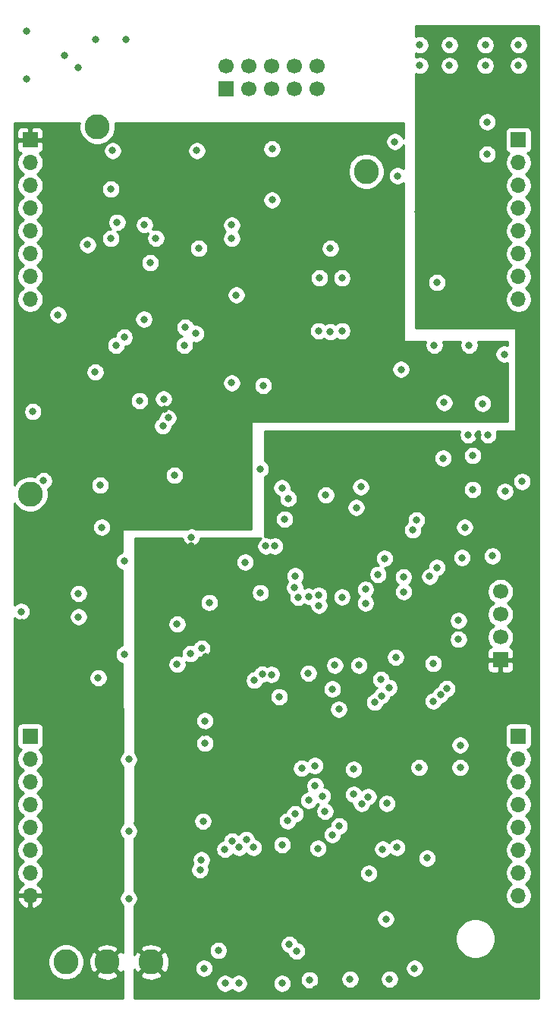
<source format=gbr>
G04 #@! TF.GenerationSoftware,KiCad,Pcbnew,(5.1.5)-3*
G04 #@! TF.CreationDate,2020-09-27T14:55:58+01:00*
G04 #@! TF.ProjectId,Alligator_Components,416c6c69-6761-4746-9f72-5f436f6d706f,rev?*
G04 #@! TF.SameCoordinates,Original*
G04 #@! TF.FileFunction,Copper,L3,Inr*
G04 #@! TF.FilePolarity,Positive*
%FSLAX46Y46*%
G04 Gerber Fmt 4.6, Leading zero omitted, Abs format (unit mm)*
G04 Created by KiCad (PCBNEW (5.1.5)-3) date 2020-09-27 14:55:58*
%MOMM*%
%LPD*%
G04 APERTURE LIST*
%ADD10R,1.700000X1.700000*%
%ADD11O,1.700000X1.700000*%
%ADD12C,2.800000*%
%ADD13C,1.700000*%
%ADD14C,0.800000*%
%ADD15C,0.254000*%
G04 APERTURE END LIST*
D10*
X157000000Y-130000000D03*
D11*
X157000000Y-132540000D03*
X157000000Y-135080000D03*
X157000000Y-137620000D03*
X157000000Y-140160000D03*
X157000000Y-142700000D03*
X157000000Y-145240000D03*
X157000000Y-147780000D03*
D10*
X157000000Y-63500000D03*
D11*
X157000000Y-66040000D03*
X157000000Y-68580000D03*
X157000000Y-71120000D03*
X157000000Y-73660000D03*
X157000000Y-76200000D03*
X157000000Y-78740000D03*
X157000000Y-81280000D03*
D10*
X102500000Y-130000000D03*
D11*
X102500000Y-132540000D03*
X102500000Y-135080000D03*
X102500000Y-137620000D03*
X102500000Y-140160000D03*
X102500000Y-142700000D03*
X102500000Y-145240000D03*
X102500000Y-147780000D03*
D10*
X102500000Y-63500000D03*
D11*
X102500000Y-66040000D03*
X102500000Y-68580000D03*
X102500000Y-71120000D03*
X102500000Y-73660000D03*
X102500000Y-76200000D03*
X102500000Y-78740000D03*
X102500000Y-81280000D03*
D12*
X110000000Y-62000000D03*
X140000000Y-67000000D03*
X102500000Y-103000000D03*
X111100000Y-155200000D03*
X116000000Y-155200000D03*
X106500000Y-155200000D03*
D13*
X134560000Y-55285000D03*
X134560000Y-57825000D03*
X132020000Y-55285000D03*
X132020000Y-57825000D03*
X129480000Y-55285000D03*
X129480000Y-57825000D03*
X126940000Y-55285000D03*
X126940000Y-57825000D03*
X124400000Y-55285000D03*
D10*
X124400000Y-57825000D03*
X155000000Y-121500000D03*
D13*
X155000000Y-118960000D03*
X155000000Y-116420000D03*
X155000000Y-113880000D03*
D14*
X122500000Y-115100000D03*
X136950000Y-127000000D03*
X110300000Y-102000000D03*
X118600000Y-100900000D03*
X111500000Y-69000000D03*
X134800000Y-78900000D03*
X137300000Y-78900000D03*
X118900000Y-117500000D03*
X147500000Y-121900000D03*
X143300000Y-121200000D03*
X150300000Y-119200000D03*
X150300000Y-117100000D03*
X126500000Y-110600000D03*
X128800000Y-108800000D03*
X130600000Y-102300000D03*
X101500000Y-116100000D03*
X122000000Y-130800000D03*
X132800000Y-133600000D03*
X138600000Y-133700000D03*
X135400000Y-138400000D03*
X133700000Y-157200000D03*
X138200000Y-157100000D03*
X142600000Y-157100000D03*
X140300000Y-145300000D03*
X145900000Y-133500000D03*
X120500000Y-107800000D03*
X134700000Y-84800000D03*
X107900000Y-114100000D03*
X143900000Y-89100000D03*
X148600000Y-99000000D03*
X151900000Y-98700000D03*
X153600000Y-96400000D03*
X148700000Y-92800000D03*
X153000000Y-92900000D03*
X115200000Y-83500000D03*
X119800000Y-84400000D03*
X128500000Y-90900000D03*
X117400000Y-92400000D03*
X117300000Y-95400000D03*
X138900000Y-104500000D03*
X139400000Y-102200000D03*
X144158470Y-112246889D03*
X147100000Y-112200000D03*
X151400000Y-96400000D03*
X110500000Y-106700000D03*
X147900000Y-79400000D03*
X110100000Y-123500000D03*
X122000000Y-128300000D03*
X121655290Y-120204324D03*
X157400000Y-101600000D03*
X151900000Y-102500000D03*
X155500000Y-102700000D03*
X150700000Y-110100000D03*
X128200000Y-100200000D03*
X107900000Y-116700000D03*
X121800000Y-139500000D03*
X138600000Y-136500000D03*
X142300000Y-137500000D03*
X146800000Y-143600000D03*
X121900000Y-155900000D03*
X145400000Y-155900000D03*
X136500000Y-122100000D03*
X139200000Y-122100000D03*
X137300000Y-114500000D03*
X128200000Y-114000000D03*
X155400000Y-87400000D03*
X151500000Y-86400000D03*
X147600000Y-86400000D03*
X137300000Y-84800000D03*
X111700000Y-64700000D03*
X121100000Y-64700000D03*
X143500000Y-67500000D03*
X153500000Y-65100000D03*
X153500000Y-61500000D03*
X157000000Y-52900000D03*
X157000000Y-55200000D03*
X153300000Y-55200000D03*
X153300000Y-52900000D03*
X149300000Y-52900000D03*
X149300000Y-55200000D03*
X146000000Y-55200000D03*
X146000000Y-52900000D03*
X102100000Y-51400000D03*
X107900000Y-55400000D03*
X106300000Y-54100000D03*
X113200000Y-52300000D03*
X109800000Y-52300000D03*
X129500000Y-64500000D03*
X129500000Y-70200000D03*
X125000000Y-90600000D03*
X125500000Y-80800000D03*
X108900000Y-75200000D03*
X105600000Y-83000000D03*
X113500000Y-132600000D03*
X113500000Y-140600000D03*
X113500000Y-148100000D03*
X142200000Y-150400000D03*
X154100000Y-109900000D03*
X121300000Y-75600000D03*
X136000000Y-75600000D03*
X143200000Y-63700000D03*
X136000000Y-84900000D03*
X111500000Y-74500000D03*
X113000000Y-120900000D03*
X113000000Y-110500000D03*
X102800000Y-93800000D03*
X102100000Y-56700000D03*
X117900000Y-94500000D03*
X104000000Y-101500000D03*
X141700000Y-69900000D03*
X143100000Y-68900000D03*
X143100000Y-71100000D03*
X117500000Y-93500000D03*
X101600000Y-117300000D03*
X110400000Y-115500000D03*
X155300000Y-92800000D03*
X126800000Y-104800000D03*
X147600000Y-89100000D03*
X132800000Y-131725000D03*
X121950000Y-129625000D03*
X139225000Y-141125000D03*
X122100000Y-121100000D03*
X146200000Y-131500000D03*
X138500000Y-131800000D03*
X141750000Y-140800000D03*
X133750000Y-141000000D03*
X122048001Y-141300000D03*
X134400000Y-158200000D03*
X139300000Y-158200000D03*
X145000000Y-141400000D03*
X148600000Y-114900000D03*
X148600000Y-119900000D03*
X148200000Y-108200000D03*
X120500000Y-108800000D03*
X135000000Y-105500000D03*
X130100000Y-104900000D03*
X141300000Y-105800000D03*
X155300000Y-98900000D03*
X147600000Y-98000000D03*
X152448229Y-96396785D03*
X145800000Y-71500000D03*
X147050000Y-69950000D03*
X151125000Y-65875000D03*
X151225000Y-61725000D03*
X121000000Y-115100000D03*
X157400000Y-99600000D03*
X114700000Y-92600000D03*
X109752000Y-89400000D03*
X115265000Y-72965000D03*
X125000000Y-73000000D03*
X116535000Y-74465000D03*
X125000000Y-74500000D03*
X149000000Y-124700000D03*
X145200000Y-107000000D03*
X145600000Y-105900000D03*
X121000000Y-85100000D03*
X119700000Y-86400000D03*
X131300000Y-103500000D03*
X132225000Y-153975000D03*
X142050000Y-110175000D03*
X135125000Y-136675000D03*
X141325000Y-111975000D03*
X151000000Y-106700000D03*
X147900000Y-111200000D03*
X131246037Y-139445931D03*
X139925000Y-113625000D03*
X130625000Y-157575000D03*
X144200000Y-113900000D03*
X132075000Y-138675000D03*
X139925000Y-115175000D03*
X139500000Y-137525000D03*
X141650000Y-123675000D03*
X140225000Y-136769309D03*
X142550000Y-124600000D03*
X137000000Y-140025000D03*
X131425000Y-153225000D03*
X134300000Y-135525000D03*
X134275000Y-133300000D03*
X141850000Y-142600000D03*
X140956778Y-126225000D03*
X143425000Y-142425000D03*
X141725000Y-125500000D03*
X135500000Y-103100000D03*
X129800000Y-108800000D03*
X134625000Y-142525000D03*
X130300000Y-125600000D03*
X136225000Y-124750000D03*
X136225000Y-141000000D03*
X121600000Y-143800000D03*
X120400000Y-120800000D03*
X121450040Y-144925000D03*
X118900000Y-122000000D03*
X127425000Y-142425000D03*
X127525000Y-123775000D03*
X128400000Y-123100000D03*
X125775000Y-157575000D03*
X130625000Y-142125000D03*
X129425000Y-123125000D03*
X112200000Y-72700000D03*
X112075000Y-86400000D03*
X113000000Y-85500000D03*
X115900000Y-77200000D03*
X133550000Y-122975000D03*
X133575000Y-137175000D03*
X132075000Y-112125000D03*
X124250000Y-157575000D03*
X132025000Y-113425000D03*
X123500000Y-153900000D03*
X124225000Y-142625000D03*
X132425000Y-114525000D03*
X133570109Y-114405196D03*
X125025000Y-141725000D03*
X134700305Y-114300305D03*
X125825000Y-142425000D03*
X134725000Y-115425000D03*
X126625000Y-141525000D03*
X147500000Y-126100000D03*
X150500000Y-133500000D03*
X148292892Y-125407108D03*
X150500000Y-131000000D03*
X130900000Y-105800000D03*
D15*
G36*
X159265001Y-159265000D02*
G01*
X114127839Y-159265000D01*
X114131291Y-157473061D01*
X123215000Y-157473061D01*
X123215000Y-157676939D01*
X123254774Y-157876898D01*
X123332795Y-158065256D01*
X123446063Y-158234774D01*
X123590226Y-158378937D01*
X123759744Y-158492205D01*
X123948102Y-158570226D01*
X124148061Y-158610000D01*
X124351939Y-158610000D01*
X124551898Y-158570226D01*
X124740256Y-158492205D01*
X124909774Y-158378937D01*
X125012500Y-158276211D01*
X125115226Y-158378937D01*
X125284744Y-158492205D01*
X125473102Y-158570226D01*
X125673061Y-158610000D01*
X125876939Y-158610000D01*
X126076898Y-158570226D01*
X126265256Y-158492205D01*
X126434774Y-158378937D01*
X126578937Y-158234774D01*
X126692205Y-158065256D01*
X126770226Y-157876898D01*
X126810000Y-157676939D01*
X126810000Y-157473061D01*
X129590000Y-157473061D01*
X129590000Y-157676939D01*
X129629774Y-157876898D01*
X129707795Y-158065256D01*
X129821063Y-158234774D01*
X129965226Y-158378937D01*
X130134744Y-158492205D01*
X130323102Y-158570226D01*
X130523061Y-158610000D01*
X130726939Y-158610000D01*
X130926898Y-158570226D01*
X131115256Y-158492205D01*
X131284774Y-158378937D01*
X131428937Y-158234774D01*
X131542205Y-158065256D01*
X131620226Y-157876898D01*
X131660000Y-157676939D01*
X131660000Y-157473061D01*
X131620226Y-157273102D01*
X131547722Y-157098061D01*
X132665000Y-157098061D01*
X132665000Y-157301939D01*
X132704774Y-157501898D01*
X132782795Y-157690256D01*
X132896063Y-157859774D01*
X133040226Y-158003937D01*
X133209744Y-158117205D01*
X133398102Y-158195226D01*
X133598061Y-158235000D01*
X133801939Y-158235000D01*
X134001898Y-158195226D01*
X134190256Y-158117205D01*
X134359774Y-158003937D01*
X134503937Y-157859774D01*
X134617205Y-157690256D01*
X134695226Y-157501898D01*
X134735000Y-157301939D01*
X134735000Y-157098061D01*
X134715109Y-156998061D01*
X137165000Y-156998061D01*
X137165000Y-157201939D01*
X137204774Y-157401898D01*
X137282795Y-157590256D01*
X137396063Y-157759774D01*
X137540226Y-157903937D01*
X137709744Y-158017205D01*
X137898102Y-158095226D01*
X138098061Y-158135000D01*
X138301939Y-158135000D01*
X138501898Y-158095226D01*
X138690256Y-158017205D01*
X138859774Y-157903937D01*
X139003937Y-157759774D01*
X139117205Y-157590256D01*
X139195226Y-157401898D01*
X139235000Y-157201939D01*
X139235000Y-156998061D01*
X141565000Y-156998061D01*
X141565000Y-157201939D01*
X141604774Y-157401898D01*
X141682795Y-157590256D01*
X141796063Y-157759774D01*
X141940226Y-157903937D01*
X142109744Y-158017205D01*
X142298102Y-158095226D01*
X142498061Y-158135000D01*
X142701939Y-158135000D01*
X142901898Y-158095226D01*
X143090256Y-158017205D01*
X143259774Y-157903937D01*
X143403937Y-157759774D01*
X143517205Y-157590256D01*
X143595226Y-157401898D01*
X143635000Y-157201939D01*
X143635000Y-156998061D01*
X143595226Y-156798102D01*
X143517205Y-156609744D01*
X143403937Y-156440226D01*
X143259774Y-156296063D01*
X143090256Y-156182795D01*
X142901898Y-156104774D01*
X142701939Y-156065000D01*
X142498061Y-156065000D01*
X142298102Y-156104774D01*
X142109744Y-156182795D01*
X141940226Y-156296063D01*
X141796063Y-156440226D01*
X141682795Y-156609744D01*
X141604774Y-156798102D01*
X141565000Y-156998061D01*
X139235000Y-156998061D01*
X139195226Y-156798102D01*
X139117205Y-156609744D01*
X139003937Y-156440226D01*
X138859774Y-156296063D01*
X138690256Y-156182795D01*
X138501898Y-156104774D01*
X138301939Y-156065000D01*
X138098061Y-156065000D01*
X137898102Y-156104774D01*
X137709744Y-156182795D01*
X137540226Y-156296063D01*
X137396063Y-156440226D01*
X137282795Y-156609744D01*
X137204774Y-156798102D01*
X137165000Y-156998061D01*
X134715109Y-156998061D01*
X134695226Y-156898102D01*
X134617205Y-156709744D01*
X134503937Y-156540226D01*
X134359774Y-156396063D01*
X134190256Y-156282795D01*
X134001898Y-156204774D01*
X133801939Y-156165000D01*
X133598061Y-156165000D01*
X133398102Y-156204774D01*
X133209744Y-156282795D01*
X133040226Y-156396063D01*
X132896063Y-156540226D01*
X132782795Y-156709744D01*
X132704774Y-156898102D01*
X132665000Y-157098061D01*
X131547722Y-157098061D01*
X131542205Y-157084744D01*
X131428937Y-156915226D01*
X131284774Y-156771063D01*
X131115256Y-156657795D01*
X130926898Y-156579774D01*
X130726939Y-156540000D01*
X130523061Y-156540000D01*
X130323102Y-156579774D01*
X130134744Y-156657795D01*
X129965226Y-156771063D01*
X129821063Y-156915226D01*
X129707795Y-157084744D01*
X129629774Y-157273102D01*
X129590000Y-157473061D01*
X126810000Y-157473061D01*
X126770226Y-157273102D01*
X126692205Y-157084744D01*
X126578937Y-156915226D01*
X126434774Y-156771063D01*
X126265256Y-156657795D01*
X126076898Y-156579774D01*
X125876939Y-156540000D01*
X125673061Y-156540000D01*
X125473102Y-156579774D01*
X125284744Y-156657795D01*
X125115226Y-156771063D01*
X125012500Y-156873789D01*
X124909774Y-156771063D01*
X124740256Y-156657795D01*
X124551898Y-156579774D01*
X124351939Y-156540000D01*
X124148061Y-156540000D01*
X123948102Y-156579774D01*
X123759744Y-156657795D01*
X123590226Y-156771063D01*
X123446063Y-156915226D01*
X123332795Y-157084744D01*
X123254774Y-157273102D01*
X123215000Y-157473061D01*
X114131291Y-157473061D01*
X114132934Y-156620447D01*
X114759158Y-156620447D01*
X114903135Y-156925770D01*
X115260892Y-157106597D01*
X115647053Y-157214155D01*
X116046777Y-157244310D01*
X116444704Y-157195904D01*
X116825540Y-157070795D01*
X117096865Y-156925770D01*
X117240842Y-156620447D01*
X116000000Y-155379605D01*
X114759158Y-156620447D01*
X114132934Y-156620447D01*
X114134063Y-156034629D01*
X114274230Y-156296865D01*
X114579553Y-156440842D01*
X115820395Y-155200000D01*
X116179605Y-155200000D01*
X117420447Y-156440842D01*
X117725770Y-156296865D01*
X117906597Y-155939108D01*
X117945883Y-155798061D01*
X120865000Y-155798061D01*
X120865000Y-156001939D01*
X120904774Y-156201898D01*
X120982795Y-156390256D01*
X121096063Y-156559774D01*
X121240226Y-156703937D01*
X121409744Y-156817205D01*
X121598102Y-156895226D01*
X121798061Y-156935000D01*
X122001939Y-156935000D01*
X122201898Y-156895226D01*
X122390256Y-156817205D01*
X122559774Y-156703937D01*
X122703937Y-156559774D01*
X122817205Y-156390256D01*
X122895226Y-156201898D01*
X122935000Y-156001939D01*
X122935000Y-155798061D01*
X144365000Y-155798061D01*
X144365000Y-156001939D01*
X144404774Y-156201898D01*
X144482795Y-156390256D01*
X144596063Y-156559774D01*
X144740226Y-156703937D01*
X144909744Y-156817205D01*
X145098102Y-156895226D01*
X145298061Y-156935000D01*
X145501939Y-156935000D01*
X145701898Y-156895226D01*
X145890256Y-156817205D01*
X146059774Y-156703937D01*
X146203937Y-156559774D01*
X146317205Y-156390256D01*
X146395226Y-156201898D01*
X146435000Y-156001939D01*
X146435000Y-155798061D01*
X146395226Y-155598102D01*
X146317205Y-155409744D01*
X146203937Y-155240226D01*
X146059774Y-155096063D01*
X145890256Y-154982795D01*
X145701898Y-154904774D01*
X145501939Y-154865000D01*
X145298061Y-154865000D01*
X145098102Y-154904774D01*
X144909744Y-154982795D01*
X144740226Y-155096063D01*
X144596063Y-155240226D01*
X144482795Y-155409744D01*
X144404774Y-155598102D01*
X144365000Y-155798061D01*
X122935000Y-155798061D01*
X122895226Y-155598102D01*
X122817205Y-155409744D01*
X122703937Y-155240226D01*
X122559774Y-155096063D01*
X122390256Y-154982795D01*
X122201898Y-154904774D01*
X122001939Y-154865000D01*
X121798061Y-154865000D01*
X121598102Y-154904774D01*
X121409744Y-154982795D01*
X121240226Y-155096063D01*
X121096063Y-155240226D01*
X120982795Y-155409744D01*
X120904774Y-155598102D01*
X120865000Y-155798061D01*
X117945883Y-155798061D01*
X118014155Y-155552947D01*
X118044310Y-155153223D01*
X117995904Y-154755296D01*
X117870795Y-154374460D01*
X117725770Y-154103135D01*
X117420447Y-153959158D01*
X116179605Y-155200000D01*
X115820395Y-155200000D01*
X114579553Y-153959158D01*
X114274230Y-154103135D01*
X114137263Y-154374118D01*
X114138408Y-153779553D01*
X114759158Y-153779553D01*
X116000000Y-155020395D01*
X117222334Y-153798061D01*
X122465000Y-153798061D01*
X122465000Y-154001939D01*
X122504774Y-154201898D01*
X122582795Y-154390256D01*
X122696063Y-154559774D01*
X122840226Y-154703937D01*
X123009744Y-154817205D01*
X123198102Y-154895226D01*
X123398061Y-154935000D01*
X123601939Y-154935000D01*
X123801898Y-154895226D01*
X123990256Y-154817205D01*
X124159774Y-154703937D01*
X124303937Y-154559774D01*
X124417205Y-154390256D01*
X124495226Y-154201898D01*
X124535000Y-154001939D01*
X124535000Y-153798061D01*
X124495226Y-153598102D01*
X124417205Y-153409744D01*
X124303937Y-153240226D01*
X124186772Y-153123061D01*
X130390000Y-153123061D01*
X130390000Y-153326939D01*
X130429774Y-153526898D01*
X130507795Y-153715256D01*
X130621063Y-153884774D01*
X130765226Y-154028937D01*
X130934744Y-154142205D01*
X131123102Y-154220226D01*
X131222431Y-154239984D01*
X131229774Y-154276898D01*
X131307795Y-154465256D01*
X131421063Y-154634774D01*
X131565226Y-154778937D01*
X131734744Y-154892205D01*
X131923102Y-154970226D01*
X132123061Y-155010000D01*
X132326939Y-155010000D01*
X132526898Y-154970226D01*
X132715256Y-154892205D01*
X132884774Y-154778937D01*
X133028937Y-154634774D01*
X133142205Y-154465256D01*
X133220226Y-154276898D01*
X133260000Y-154076939D01*
X133260000Y-153873061D01*
X133220226Y-153673102D01*
X133142205Y-153484744D01*
X133028937Y-153315226D01*
X132884774Y-153171063D01*
X132715256Y-153057795D01*
X132526898Y-152979774D01*
X132427569Y-152960016D01*
X132420226Y-152923102D01*
X132342205Y-152734744D01*
X132228937Y-152565226D01*
X132084774Y-152421063D01*
X132023128Y-152379872D01*
X149965000Y-152379872D01*
X149965000Y-152820128D01*
X150050890Y-153251925D01*
X150219369Y-153658669D01*
X150463962Y-154024729D01*
X150775271Y-154336038D01*
X151141331Y-154580631D01*
X151548075Y-154749110D01*
X151979872Y-154835000D01*
X152420128Y-154835000D01*
X152851925Y-154749110D01*
X153258669Y-154580631D01*
X153624729Y-154336038D01*
X153936038Y-154024729D01*
X154180631Y-153658669D01*
X154349110Y-153251925D01*
X154435000Y-152820128D01*
X154435000Y-152379872D01*
X154349110Y-151948075D01*
X154180631Y-151541331D01*
X153936038Y-151175271D01*
X153624729Y-150863962D01*
X153258669Y-150619369D01*
X152851925Y-150450890D01*
X152420128Y-150365000D01*
X151979872Y-150365000D01*
X151548075Y-150450890D01*
X151141331Y-150619369D01*
X150775271Y-150863962D01*
X150463962Y-151175271D01*
X150219369Y-151541331D01*
X150050890Y-151948075D01*
X149965000Y-152379872D01*
X132023128Y-152379872D01*
X131915256Y-152307795D01*
X131726898Y-152229774D01*
X131526939Y-152190000D01*
X131323061Y-152190000D01*
X131123102Y-152229774D01*
X130934744Y-152307795D01*
X130765226Y-152421063D01*
X130621063Y-152565226D01*
X130507795Y-152734744D01*
X130429774Y-152923102D01*
X130390000Y-153123061D01*
X124186772Y-153123061D01*
X124159774Y-153096063D01*
X123990256Y-152982795D01*
X123801898Y-152904774D01*
X123601939Y-152865000D01*
X123398061Y-152865000D01*
X123198102Y-152904774D01*
X123009744Y-152982795D01*
X122840226Y-153096063D01*
X122696063Y-153240226D01*
X122582795Y-153409744D01*
X122504774Y-153598102D01*
X122465000Y-153798061D01*
X117222334Y-153798061D01*
X117240842Y-153779553D01*
X117096865Y-153474230D01*
X116739108Y-153293403D01*
X116352947Y-153185845D01*
X115953223Y-153155690D01*
X115555296Y-153204096D01*
X115174460Y-153329205D01*
X114903135Y-153474230D01*
X114759158Y-153779553D01*
X114138408Y-153779553D01*
X114145116Y-150298061D01*
X141165000Y-150298061D01*
X141165000Y-150501939D01*
X141204774Y-150701898D01*
X141282795Y-150890256D01*
X141396063Y-151059774D01*
X141540226Y-151203937D01*
X141709744Y-151317205D01*
X141898102Y-151395226D01*
X142098061Y-151435000D01*
X142301939Y-151435000D01*
X142501898Y-151395226D01*
X142690256Y-151317205D01*
X142859774Y-151203937D01*
X143003937Y-151059774D01*
X143117205Y-150890256D01*
X143195226Y-150701898D01*
X143235000Y-150501939D01*
X143235000Y-150298061D01*
X143195226Y-150098102D01*
X143117205Y-149909744D01*
X143003937Y-149740226D01*
X142859774Y-149596063D01*
X142690256Y-149482795D01*
X142501898Y-149404774D01*
X142301939Y-149365000D01*
X142098061Y-149365000D01*
X141898102Y-149404774D01*
X141709744Y-149482795D01*
X141540226Y-149596063D01*
X141396063Y-149740226D01*
X141282795Y-149909744D01*
X141204774Y-150098102D01*
X141165000Y-150298061D01*
X114145116Y-150298061D01*
X114147787Y-148911946D01*
X114159774Y-148903937D01*
X114303937Y-148759774D01*
X114417205Y-148590256D01*
X114495226Y-148401898D01*
X114535000Y-148201939D01*
X114535000Y-147998061D01*
X114495226Y-147798102D01*
X114417205Y-147609744D01*
X114303937Y-147440226D01*
X114159774Y-147296063D01*
X114150912Y-147290142D01*
X114155665Y-144823061D01*
X120415040Y-144823061D01*
X120415040Y-145026939D01*
X120454814Y-145226898D01*
X120532835Y-145415256D01*
X120646103Y-145584774D01*
X120790266Y-145728937D01*
X120959784Y-145842205D01*
X121148142Y-145920226D01*
X121348101Y-145960000D01*
X121551979Y-145960000D01*
X121751938Y-145920226D01*
X121940296Y-145842205D01*
X122109814Y-145728937D01*
X122253977Y-145584774D01*
X122367245Y-145415256D01*
X122445266Y-145226898D01*
X122451001Y-145198061D01*
X139265000Y-145198061D01*
X139265000Y-145401939D01*
X139304774Y-145601898D01*
X139382795Y-145790256D01*
X139496063Y-145959774D01*
X139640226Y-146103937D01*
X139809744Y-146217205D01*
X139998102Y-146295226D01*
X140198061Y-146335000D01*
X140401939Y-146335000D01*
X140601898Y-146295226D01*
X140790256Y-146217205D01*
X140959774Y-146103937D01*
X141103937Y-145959774D01*
X141217205Y-145790256D01*
X141295226Y-145601898D01*
X141335000Y-145401939D01*
X141335000Y-145198061D01*
X141295226Y-144998102D01*
X141217205Y-144809744D01*
X141103937Y-144640226D01*
X140959774Y-144496063D01*
X140790256Y-144382795D01*
X140601898Y-144304774D01*
X140401939Y-144265000D01*
X140198061Y-144265000D01*
X139998102Y-144304774D01*
X139809744Y-144382795D01*
X139640226Y-144496063D01*
X139496063Y-144640226D01*
X139382795Y-144809744D01*
X139304774Y-144998102D01*
X139265000Y-145198061D01*
X122451001Y-145198061D01*
X122485040Y-145026939D01*
X122485040Y-144823061D01*
X122445266Y-144623102D01*
X122385323Y-144478388D01*
X122403937Y-144459774D01*
X122517205Y-144290256D01*
X122595226Y-144101898D01*
X122635000Y-143901939D01*
X122635000Y-143698061D01*
X122595226Y-143498102D01*
X122517205Y-143309744D01*
X122403937Y-143140226D01*
X122259774Y-142996063D01*
X122090256Y-142882795D01*
X121901898Y-142804774D01*
X121701939Y-142765000D01*
X121498061Y-142765000D01*
X121298102Y-142804774D01*
X121109744Y-142882795D01*
X120940226Y-142996063D01*
X120796063Y-143140226D01*
X120682795Y-143309744D01*
X120604774Y-143498102D01*
X120565000Y-143698061D01*
X120565000Y-143901939D01*
X120604774Y-144101898D01*
X120664717Y-144246612D01*
X120646103Y-144265226D01*
X120532835Y-144434744D01*
X120454814Y-144623102D01*
X120415040Y-144823061D01*
X114155665Y-144823061D01*
X114160096Y-142523061D01*
X123190000Y-142523061D01*
X123190000Y-142726939D01*
X123229774Y-142926898D01*
X123307795Y-143115256D01*
X123421063Y-143284774D01*
X123565226Y-143428937D01*
X123734744Y-143542205D01*
X123923102Y-143620226D01*
X124123061Y-143660000D01*
X124326939Y-143660000D01*
X124526898Y-143620226D01*
X124715256Y-143542205D01*
X124884774Y-143428937D01*
X125028937Y-143284774D01*
X125105892Y-143169603D01*
X125165226Y-143228937D01*
X125334744Y-143342205D01*
X125523102Y-143420226D01*
X125723061Y-143460000D01*
X125926939Y-143460000D01*
X126126898Y-143420226D01*
X126315256Y-143342205D01*
X126484774Y-143228937D01*
X126625000Y-143088711D01*
X126765226Y-143228937D01*
X126934744Y-143342205D01*
X127123102Y-143420226D01*
X127323061Y-143460000D01*
X127526939Y-143460000D01*
X127726898Y-143420226D01*
X127915256Y-143342205D01*
X128084774Y-143228937D01*
X128228937Y-143084774D01*
X128342205Y-142915256D01*
X128420226Y-142726898D01*
X128460000Y-142526939D01*
X128460000Y-142323061D01*
X128420226Y-142123102D01*
X128378788Y-142023061D01*
X129590000Y-142023061D01*
X129590000Y-142226939D01*
X129629774Y-142426898D01*
X129707795Y-142615256D01*
X129821063Y-142784774D01*
X129965226Y-142928937D01*
X130134744Y-143042205D01*
X130323102Y-143120226D01*
X130523061Y-143160000D01*
X130726939Y-143160000D01*
X130926898Y-143120226D01*
X131115256Y-143042205D01*
X131284774Y-142928937D01*
X131428937Y-142784774D01*
X131542205Y-142615256D01*
X131620226Y-142426898D01*
X131620989Y-142423061D01*
X133590000Y-142423061D01*
X133590000Y-142626939D01*
X133629774Y-142826898D01*
X133707795Y-143015256D01*
X133821063Y-143184774D01*
X133965226Y-143328937D01*
X134134744Y-143442205D01*
X134323102Y-143520226D01*
X134523061Y-143560000D01*
X134726939Y-143560000D01*
X134926898Y-143520226D01*
X135115256Y-143442205D01*
X135284774Y-143328937D01*
X135428937Y-143184774D01*
X135542205Y-143015256D01*
X135620226Y-142826898D01*
X135660000Y-142626939D01*
X135660000Y-142498061D01*
X140815000Y-142498061D01*
X140815000Y-142701939D01*
X140854774Y-142901898D01*
X140932795Y-143090256D01*
X141046063Y-143259774D01*
X141190226Y-143403937D01*
X141359744Y-143517205D01*
X141548102Y-143595226D01*
X141748061Y-143635000D01*
X141951939Y-143635000D01*
X142151898Y-143595226D01*
X142340256Y-143517205D01*
X142368907Y-143498061D01*
X145765000Y-143498061D01*
X145765000Y-143701939D01*
X145804774Y-143901898D01*
X145882795Y-144090256D01*
X145996063Y-144259774D01*
X146140226Y-144403937D01*
X146309744Y-144517205D01*
X146498102Y-144595226D01*
X146698061Y-144635000D01*
X146901939Y-144635000D01*
X147101898Y-144595226D01*
X147290256Y-144517205D01*
X147459774Y-144403937D01*
X147603937Y-144259774D01*
X147717205Y-144090256D01*
X147795226Y-143901898D01*
X147835000Y-143701939D01*
X147835000Y-143498061D01*
X147795226Y-143298102D01*
X147717205Y-143109744D01*
X147603937Y-142940226D01*
X147459774Y-142796063D01*
X147290256Y-142682795D01*
X147101898Y-142604774D01*
X146901939Y-142565000D01*
X146698061Y-142565000D01*
X146498102Y-142604774D01*
X146309744Y-142682795D01*
X146140226Y-142796063D01*
X145996063Y-142940226D01*
X145882795Y-143109744D01*
X145804774Y-143298102D01*
X145765000Y-143498061D01*
X142368907Y-143498061D01*
X142509774Y-143403937D01*
X142653937Y-143259774D01*
X142710865Y-143174576D01*
X142765226Y-143228937D01*
X142934744Y-143342205D01*
X143123102Y-143420226D01*
X143323061Y-143460000D01*
X143526939Y-143460000D01*
X143726898Y-143420226D01*
X143915256Y-143342205D01*
X144084774Y-143228937D01*
X144228937Y-143084774D01*
X144342205Y-142915256D01*
X144420226Y-142726898D01*
X144460000Y-142526939D01*
X144460000Y-142323061D01*
X144420226Y-142123102D01*
X144342205Y-141934744D01*
X144228937Y-141765226D01*
X144084774Y-141621063D01*
X143915256Y-141507795D01*
X143726898Y-141429774D01*
X143526939Y-141390000D01*
X143323061Y-141390000D01*
X143123102Y-141429774D01*
X142934744Y-141507795D01*
X142765226Y-141621063D01*
X142621063Y-141765226D01*
X142564135Y-141850424D01*
X142509774Y-141796063D01*
X142340256Y-141682795D01*
X142151898Y-141604774D01*
X141951939Y-141565000D01*
X141748061Y-141565000D01*
X141548102Y-141604774D01*
X141359744Y-141682795D01*
X141190226Y-141796063D01*
X141046063Y-141940226D01*
X140932795Y-142109744D01*
X140854774Y-142298102D01*
X140815000Y-142498061D01*
X135660000Y-142498061D01*
X135660000Y-142423061D01*
X135620226Y-142223102D01*
X135542205Y-142034744D01*
X135428937Y-141865226D01*
X135284774Y-141721063D01*
X135115256Y-141607795D01*
X134926898Y-141529774D01*
X134726939Y-141490000D01*
X134523061Y-141490000D01*
X134323102Y-141529774D01*
X134134744Y-141607795D01*
X133965226Y-141721063D01*
X133821063Y-141865226D01*
X133707795Y-142034744D01*
X133629774Y-142223102D01*
X133590000Y-142423061D01*
X131620989Y-142423061D01*
X131660000Y-142226939D01*
X131660000Y-142023061D01*
X131620226Y-141823102D01*
X131542205Y-141634744D01*
X131428937Y-141465226D01*
X131284774Y-141321063D01*
X131115256Y-141207795D01*
X130926898Y-141129774D01*
X130726939Y-141090000D01*
X130523061Y-141090000D01*
X130323102Y-141129774D01*
X130134744Y-141207795D01*
X129965226Y-141321063D01*
X129821063Y-141465226D01*
X129707795Y-141634744D01*
X129629774Y-141823102D01*
X129590000Y-142023061D01*
X128378788Y-142023061D01*
X128342205Y-141934744D01*
X128228937Y-141765226D01*
X128084774Y-141621063D01*
X127915256Y-141507795D01*
X127726898Y-141429774D01*
X127658634Y-141416196D01*
X127620226Y-141223102D01*
X127542205Y-141034744D01*
X127450877Y-140898061D01*
X135190000Y-140898061D01*
X135190000Y-141101939D01*
X135229774Y-141301898D01*
X135307795Y-141490256D01*
X135421063Y-141659774D01*
X135565226Y-141803937D01*
X135734744Y-141917205D01*
X135923102Y-141995226D01*
X136123061Y-142035000D01*
X136326939Y-142035000D01*
X136526898Y-141995226D01*
X136715256Y-141917205D01*
X136884774Y-141803937D01*
X137028937Y-141659774D01*
X137142205Y-141490256D01*
X137220226Y-141301898D01*
X137260000Y-141101939D01*
X137260000Y-141028560D01*
X137301898Y-141020226D01*
X137490256Y-140942205D01*
X137659774Y-140828937D01*
X137803937Y-140684774D01*
X137917205Y-140515256D01*
X137995226Y-140326898D01*
X138035000Y-140126939D01*
X138035000Y-139923061D01*
X137995226Y-139723102D01*
X137917205Y-139534744D01*
X137803937Y-139365226D01*
X137659774Y-139221063D01*
X137490256Y-139107795D01*
X137301898Y-139029774D01*
X137101939Y-138990000D01*
X136898061Y-138990000D01*
X136698102Y-139029774D01*
X136509744Y-139107795D01*
X136340226Y-139221063D01*
X136196063Y-139365226D01*
X136082795Y-139534744D01*
X136004774Y-139723102D01*
X135965000Y-139923061D01*
X135965000Y-139996440D01*
X135923102Y-140004774D01*
X135734744Y-140082795D01*
X135565226Y-140196063D01*
X135421063Y-140340226D01*
X135307795Y-140509744D01*
X135229774Y-140698102D01*
X135190000Y-140898061D01*
X127450877Y-140898061D01*
X127428937Y-140865226D01*
X127284774Y-140721063D01*
X127115256Y-140607795D01*
X126926898Y-140529774D01*
X126726939Y-140490000D01*
X126523061Y-140490000D01*
X126323102Y-140529774D01*
X126134744Y-140607795D01*
X125965226Y-140721063D01*
X125821063Y-140865226D01*
X125744108Y-140980397D01*
X125684774Y-140921063D01*
X125515256Y-140807795D01*
X125326898Y-140729774D01*
X125126939Y-140690000D01*
X124923061Y-140690000D01*
X124723102Y-140729774D01*
X124534744Y-140807795D01*
X124365226Y-140921063D01*
X124221063Y-141065226D01*
X124107795Y-141234744D01*
X124029774Y-141423102D01*
X123991366Y-141616196D01*
X123923102Y-141629774D01*
X123734744Y-141707795D01*
X123565226Y-141821063D01*
X123421063Y-141965226D01*
X123307795Y-142134744D01*
X123229774Y-142323102D01*
X123190000Y-142523061D01*
X114160096Y-142523061D01*
X114162258Y-141401453D01*
X114303937Y-141259774D01*
X114417205Y-141090256D01*
X114495226Y-140901898D01*
X114535000Y-140701939D01*
X114535000Y-140498061D01*
X114495226Y-140298102D01*
X114417205Y-140109744D01*
X114303937Y-139940226D01*
X114165341Y-139801630D01*
X114166118Y-139398061D01*
X120765000Y-139398061D01*
X120765000Y-139601939D01*
X120804774Y-139801898D01*
X120882795Y-139990256D01*
X120996063Y-140159774D01*
X121140226Y-140303937D01*
X121309744Y-140417205D01*
X121498102Y-140495226D01*
X121698061Y-140535000D01*
X121901939Y-140535000D01*
X122101898Y-140495226D01*
X122290256Y-140417205D01*
X122459774Y-140303937D01*
X122603937Y-140159774D01*
X122717205Y-139990256D01*
X122795226Y-139801898D01*
X122835000Y-139601939D01*
X122835000Y-139398061D01*
X122824246Y-139343992D01*
X130211037Y-139343992D01*
X130211037Y-139547870D01*
X130250811Y-139747829D01*
X130328832Y-139936187D01*
X130442100Y-140105705D01*
X130586263Y-140249868D01*
X130755781Y-140363136D01*
X130944139Y-140441157D01*
X131144098Y-140480931D01*
X131347976Y-140480931D01*
X131547935Y-140441157D01*
X131736293Y-140363136D01*
X131905811Y-140249868D01*
X132049974Y-140105705D01*
X132163242Y-139936187D01*
X132241263Y-139747829D01*
X132251747Y-139695120D01*
X132376898Y-139670226D01*
X132565256Y-139592205D01*
X132734774Y-139478937D01*
X132878937Y-139334774D01*
X132992205Y-139165256D01*
X133070226Y-138976898D01*
X133110000Y-138776939D01*
X133110000Y-138573061D01*
X133070226Y-138373102D01*
X132992205Y-138184744D01*
X132878937Y-138015226D01*
X132734774Y-137871063D01*
X132565256Y-137757795D01*
X132376898Y-137679774D01*
X132176939Y-137640000D01*
X131973061Y-137640000D01*
X131773102Y-137679774D01*
X131584744Y-137757795D01*
X131415226Y-137871063D01*
X131271063Y-138015226D01*
X131157795Y-138184744D01*
X131079774Y-138373102D01*
X131069290Y-138425811D01*
X130944139Y-138450705D01*
X130755781Y-138528726D01*
X130586263Y-138641994D01*
X130442100Y-138786157D01*
X130328832Y-138955675D01*
X130250811Y-139144033D01*
X130211037Y-139343992D01*
X122824246Y-139343992D01*
X122795226Y-139198102D01*
X122717205Y-139009744D01*
X122603937Y-138840226D01*
X122459774Y-138696063D01*
X122290256Y-138582795D01*
X122101898Y-138504774D01*
X121901939Y-138465000D01*
X121698061Y-138465000D01*
X121498102Y-138504774D01*
X121309744Y-138582795D01*
X121140226Y-138696063D01*
X120996063Y-138840226D01*
X120882795Y-139009744D01*
X120804774Y-139198102D01*
X120765000Y-139398061D01*
X114166118Y-139398061D01*
X114170597Y-137073061D01*
X132540000Y-137073061D01*
X132540000Y-137276939D01*
X132579774Y-137476898D01*
X132657795Y-137665256D01*
X132771063Y-137834774D01*
X132915226Y-137978937D01*
X133084744Y-138092205D01*
X133273102Y-138170226D01*
X133473061Y-138210000D01*
X133676939Y-138210000D01*
X133876898Y-138170226D01*
X134065256Y-138092205D01*
X134234774Y-137978937D01*
X134378937Y-137834774D01*
X134492205Y-137665256D01*
X134546803Y-137533445D01*
X134634744Y-137592205D01*
X134712059Y-137624230D01*
X134596063Y-137740226D01*
X134482795Y-137909744D01*
X134404774Y-138098102D01*
X134365000Y-138298061D01*
X134365000Y-138501939D01*
X134404774Y-138701898D01*
X134482795Y-138890256D01*
X134596063Y-139059774D01*
X134740226Y-139203937D01*
X134909744Y-139317205D01*
X135098102Y-139395226D01*
X135298061Y-139435000D01*
X135501939Y-139435000D01*
X135701898Y-139395226D01*
X135890256Y-139317205D01*
X136059774Y-139203937D01*
X136203937Y-139059774D01*
X136317205Y-138890256D01*
X136395226Y-138701898D01*
X136435000Y-138501939D01*
X136435000Y-138298061D01*
X136395226Y-138098102D01*
X136317205Y-137909744D01*
X136203937Y-137740226D01*
X136059774Y-137596063D01*
X135890256Y-137482795D01*
X135812941Y-137450770D01*
X135928937Y-137334774D01*
X136042205Y-137165256D01*
X136120226Y-136976898D01*
X136160000Y-136776939D01*
X136160000Y-136573061D01*
X136125191Y-136398061D01*
X137565000Y-136398061D01*
X137565000Y-136601939D01*
X137604774Y-136801898D01*
X137682795Y-136990256D01*
X137796063Y-137159774D01*
X137940226Y-137303937D01*
X138109744Y-137417205D01*
X138298102Y-137495226D01*
X138465000Y-137528424D01*
X138465000Y-137626939D01*
X138504774Y-137826898D01*
X138582795Y-138015256D01*
X138696063Y-138184774D01*
X138840226Y-138328937D01*
X139009744Y-138442205D01*
X139198102Y-138520226D01*
X139398061Y-138560000D01*
X139601939Y-138560000D01*
X139801898Y-138520226D01*
X139990256Y-138442205D01*
X140159774Y-138328937D01*
X140303937Y-138184774D01*
X140417205Y-138015256D01*
X140495226Y-137826898D01*
X140506837Y-137768525D01*
X140526898Y-137764535D01*
X140715256Y-137686514D01*
X140884774Y-137573246D01*
X141028937Y-137429083D01*
X141049665Y-137398061D01*
X141265000Y-137398061D01*
X141265000Y-137601939D01*
X141304774Y-137801898D01*
X141382795Y-137990256D01*
X141496063Y-138159774D01*
X141640226Y-138303937D01*
X141809744Y-138417205D01*
X141998102Y-138495226D01*
X142198061Y-138535000D01*
X142401939Y-138535000D01*
X142601898Y-138495226D01*
X142790256Y-138417205D01*
X142959774Y-138303937D01*
X143103937Y-138159774D01*
X143217205Y-137990256D01*
X143295226Y-137801898D01*
X143335000Y-137601939D01*
X143335000Y-137398061D01*
X143295226Y-137198102D01*
X143217205Y-137009744D01*
X143103937Y-136840226D01*
X142959774Y-136696063D01*
X142790256Y-136582795D01*
X142601898Y-136504774D01*
X142401939Y-136465000D01*
X142198061Y-136465000D01*
X141998102Y-136504774D01*
X141809744Y-136582795D01*
X141640226Y-136696063D01*
X141496063Y-136840226D01*
X141382795Y-137009744D01*
X141304774Y-137198102D01*
X141265000Y-137398061D01*
X141049665Y-137398061D01*
X141142205Y-137259565D01*
X141220226Y-137071207D01*
X141260000Y-136871248D01*
X141260000Y-136667370D01*
X141220226Y-136467411D01*
X141142205Y-136279053D01*
X141028937Y-136109535D01*
X140884774Y-135965372D01*
X140715256Y-135852104D01*
X140526898Y-135774083D01*
X140326939Y-135734309D01*
X140123061Y-135734309D01*
X139923102Y-135774083D01*
X139734744Y-135852104D01*
X139565226Y-135965372D01*
X139518274Y-136012324D01*
X139517205Y-136009744D01*
X139403937Y-135840226D01*
X139259774Y-135696063D01*
X139090256Y-135582795D01*
X138901898Y-135504774D01*
X138701939Y-135465000D01*
X138498061Y-135465000D01*
X138298102Y-135504774D01*
X138109744Y-135582795D01*
X137940226Y-135696063D01*
X137796063Y-135840226D01*
X137682795Y-136009744D01*
X137604774Y-136198102D01*
X137565000Y-136398061D01*
X136125191Y-136398061D01*
X136120226Y-136373102D01*
X136042205Y-136184744D01*
X135928937Y-136015226D01*
X135784774Y-135871063D01*
X135615256Y-135757795D01*
X135426898Y-135679774D01*
X135328388Y-135660179D01*
X135335000Y-135626939D01*
X135335000Y-135423061D01*
X135295226Y-135223102D01*
X135217205Y-135034744D01*
X135103937Y-134865226D01*
X134959774Y-134721063D01*
X134790256Y-134607795D01*
X134601898Y-134529774D01*
X134401939Y-134490000D01*
X134198061Y-134490000D01*
X133998102Y-134529774D01*
X133809744Y-134607795D01*
X133640226Y-134721063D01*
X133496063Y-134865226D01*
X133382795Y-135034744D01*
X133304774Y-135223102D01*
X133265000Y-135423061D01*
X133265000Y-135626939D01*
X133304774Y-135826898D01*
X133382795Y-136015256D01*
X133466957Y-136141214D01*
X133273102Y-136179774D01*
X133084744Y-136257795D01*
X132915226Y-136371063D01*
X132771063Y-136515226D01*
X132657795Y-136684744D01*
X132579774Y-136873102D01*
X132540000Y-137073061D01*
X114170597Y-137073061D01*
X114177486Y-133498061D01*
X131765000Y-133498061D01*
X131765000Y-133701939D01*
X131804774Y-133901898D01*
X131882795Y-134090256D01*
X131996063Y-134259774D01*
X132140226Y-134403937D01*
X132309744Y-134517205D01*
X132498102Y-134595226D01*
X132698061Y-134635000D01*
X132901939Y-134635000D01*
X133101898Y-134595226D01*
X133290256Y-134517205D01*
X133459774Y-134403937D01*
X133603937Y-134259774D01*
X133679409Y-134146822D01*
X133784744Y-134217205D01*
X133973102Y-134295226D01*
X134173061Y-134335000D01*
X134376939Y-134335000D01*
X134576898Y-134295226D01*
X134765256Y-134217205D01*
X134934774Y-134103937D01*
X135078937Y-133959774D01*
X135192205Y-133790256D01*
X135270226Y-133601898D01*
X135270989Y-133598061D01*
X137565000Y-133598061D01*
X137565000Y-133801939D01*
X137604774Y-134001898D01*
X137682795Y-134190256D01*
X137796063Y-134359774D01*
X137940226Y-134503937D01*
X138109744Y-134617205D01*
X138298102Y-134695226D01*
X138498061Y-134735000D01*
X138701939Y-134735000D01*
X138901898Y-134695226D01*
X139090256Y-134617205D01*
X139259774Y-134503937D01*
X139403937Y-134359774D01*
X139517205Y-134190256D01*
X139595226Y-134001898D01*
X139635000Y-133801939D01*
X139635000Y-133598061D01*
X139595226Y-133398102D01*
X139595210Y-133398061D01*
X144865000Y-133398061D01*
X144865000Y-133601939D01*
X144904774Y-133801898D01*
X144982795Y-133990256D01*
X145096063Y-134159774D01*
X145240226Y-134303937D01*
X145409744Y-134417205D01*
X145598102Y-134495226D01*
X145798061Y-134535000D01*
X146001939Y-134535000D01*
X146201898Y-134495226D01*
X146390256Y-134417205D01*
X146559774Y-134303937D01*
X146703937Y-134159774D01*
X146817205Y-133990256D01*
X146895226Y-133801898D01*
X146935000Y-133601939D01*
X146935000Y-133398061D01*
X149465000Y-133398061D01*
X149465000Y-133601939D01*
X149504774Y-133801898D01*
X149582795Y-133990256D01*
X149696063Y-134159774D01*
X149840226Y-134303937D01*
X150009744Y-134417205D01*
X150198102Y-134495226D01*
X150398061Y-134535000D01*
X150601939Y-134535000D01*
X150801898Y-134495226D01*
X150990256Y-134417205D01*
X151159774Y-134303937D01*
X151303937Y-134159774D01*
X151417205Y-133990256D01*
X151495226Y-133801898D01*
X151535000Y-133601939D01*
X151535000Y-133398061D01*
X151495226Y-133198102D01*
X151417205Y-133009744D01*
X151303937Y-132840226D01*
X151159774Y-132696063D01*
X150990256Y-132582795D01*
X150801898Y-132504774D01*
X150601939Y-132465000D01*
X150398061Y-132465000D01*
X150198102Y-132504774D01*
X150009744Y-132582795D01*
X149840226Y-132696063D01*
X149696063Y-132840226D01*
X149582795Y-133009744D01*
X149504774Y-133198102D01*
X149465000Y-133398061D01*
X146935000Y-133398061D01*
X146895226Y-133198102D01*
X146817205Y-133009744D01*
X146703937Y-132840226D01*
X146559774Y-132696063D01*
X146390256Y-132582795D01*
X146201898Y-132504774D01*
X146001939Y-132465000D01*
X145798061Y-132465000D01*
X145598102Y-132504774D01*
X145409744Y-132582795D01*
X145240226Y-132696063D01*
X145096063Y-132840226D01*
X144982795Y-133009744D01*
X144904774Y-133198102D01*
X144865000Y-133398061D01*
X139595210Y-133398061D01*
X139517205Y-133209744D01*
X139403937Y-133040226D01*
X139259774Y-132896063D01*
X139090256Y-132782795D01*
X138901898Y-132704774D01*
X138701939Y-132665000D01*
X138498061Y-132665000D01*
X138298102Y-132704774D01*
X138109744Y-132782795D01*
X137940226Y-132896063D01*
X137796063Y-133040226D01*
X137682795Y-133209744D01*
X137604774Y-133398102D01*
X137565000Y-133598061D01*
X135270989Y-133598061D01*
X135310000Y-133401939D01*
X135310000Y-133198061D01*
X135270226Y-132998102D01*
X135192205Y-132809744D01*
X135078937Y-132640226D01*
X134934774Y-132496063D01*
X134765256Y-132382795D01*
X134576898Y-132304774D01*
X134376939Y-132265000D01*
X134173061Y-132265000D01*
X133973102Y-132304774D01*
X133784744Y-132382795D01*
X133615226Y-132496063D01*
X133471063Y-132640226D01*
X133395591Y-132753178D01*
X133290256Y-132682795D01*
X133101898Y-132604774D01*
X132901939Y-132565000D01*
X132698061Y-132565000D01*
X132498102Y-132604774D01*
X132309744Y-132682795D01*
X132140226Y-132796063D01*
X131996063Y-132940226D01*
X131882795Y-133109744D01*
X131804774Y-133298102D01*
X131765000Y-133498061D01*
X114177486Y-133498061D01*
X114177702Y-133386009D01*
X114303937Y-133259774D01*
X114417205Y-133090256D01*
X114495226Y-132901898D01*
X114535000Y-132701939D01*
X114535000Y-132498061D01*
X114495226Y-132298102D01*
X114417205Y-132109744D01*
X114303937Y-131940226D01*
X114180725Y-131817014D01*
X114182880Y-130698061D01*
X120965000Y-130698061D01*
X120965000Y-130901939D01*
X121004774Y-131101898D01*
X121082795Y-131290256D01*
X121196063Y-131459774D01*
X121340226Y-131603937D01*
X121509744Y-131717205D01*
X121698102Y-131795226D01*
X121898061Y-131835000D01*
X122101939Y-131835000D01*
X122301898Y-131795226D01*
X122490256Y-131717205D01*
X122659774Y-131603937D01*
X122803937Y-131459774D01*
X122917205Y-131290256D01*
X122995226Y-131101898D01*
X123035000Y-130901939D01*
X123035000Y-130898061D01*
X149465000Y-130898061D01*
X149465000Y-131101939D01*
X149504774Y-131301898D01*
X149582795Y-131490256D01*
X149696063Y-131659774D01*
X149840226Y-131803937D01*
X150009744Y-131917205D01*
X150198102Y-131995226D01*
X150398061Y-132035000D01*
X150601939Y-132035000D01*
X150801898Y-131995226D01*
X150990256Y-131917205D01*
X151159774Y-131803937D01*
X151303937Y-131659774D01*
X151417205Y-131490256D01*
X151495226Y-131301898D01*
X151535000Y-131101939D01*
X151535000Y-130898061D01*
X151495226Y-130698102D01*
X151417205Y-130509744D01*
X151303937Y-130340226D01*
X151159774Y-130196063D01*
X150990256Y-130082795D01*
X150801898Y-130004774D01*
X150601939Y-129965000D01*
X150398061Y-129965000D01*
X150198102Y-130004774D01*
X150009744Y-130082795D01*
X149840226Y-130196063D01*
X149696063Y-130340226D01*
X149582795Y-130509744D01*
X149504774Y-130698102D01*
X149465000Y-130898061D01*
X123035000Y-130898061D01*
X123035000Y-130698061D01*
X122995226Y-130498102D01*
X122917205Y-130309744D01*
X122803937Y-130140226D01*
X122659774Y-129996063D01*
X122490256Y-129882795D01*
X122301898Y-129804774D01*
X122101939Y-129765000D01*
X121898061Y-129765000D01*
X121698102Y-129804774D01*
X121509744Y-129882795D01*
X121340226Y-129996063D01*
X121196063Y-130140226D01*
X121082795Y-130309744D01*
X121004774Y-130498102D01*
X120965000Y-130698061D01*
X114182880Y-130698061D01*
X114187697Y-128198061D01*
X120965000Y-128198061D01*
X120965000Y-128401939D01*
X121004774Y-128601898D01*
X121082795Y-128790256D01*
X121196063Y-128959774D01*
X121340226Y-129103937D01*
X121509744Y-129217205D01*
X121698102Y-129295226D01*
X121898061Y-129335000D01*
X122101939Y-129335000D01*
X122301898Y-129295226D01*
X122490256Y-129217205D01*
X122590835Y-129150000D01*
X155511928Y-129150000D01*
X155511928Y-130850000D01*
X155524188Y-130974482D01*
X155560498Y-131094180D01*
X155619463Y-131204494D01*
X155698815Y-131301185D01*
X155795506Y-131380537D01*
X155905820Y-131439502D01*
X155978380Y-131461513D01*
X155846525Y-131593368D01*
X155684010Y-131836589D01*
X155572068Y-132106842D01*
X155515000Y-132393740D01*
X155515000Y-132686260D01*
X155572068Y-132973158D01*
X155684010Y-133243411D01*
X155846525Y-133486632D01*
X156053368Y-133693475D01*
X156227760Y-133810000D01*
X156053368Y-133926525D01*
X155846525Y-134133368D01*
X155684010Y-134376589D01*
X155572068Y-134646842D01*
X155515000Y-134933740D01*
X155515000Y-135226260D01*
X155572068Y-135513158D01*
X155684010Y-135783411D01*
X155846525Y-136026632D01*
X156053368Y-136233475D01*
X156227760Y-136350000D01*
X156053368Y-136466525D01*
X155846525Y-136673368D01*
X155684010Y-136916589D01*
X155572068Y-137186842D01*
X155515000Y-137473740D01*
X155515000Y-137766260D01*
X155572068Y-138053158D01*
X155684010Y-138323411D01*
X155846525Y-138566632D01*
X156053368Y-138773475D01*
X156227760Y-138890000D01*
X156053368Y-139006525D01*
X155846525Y-139213368D01*
X155684010Y-139456589D01*
X155572068Y-139726842D01*
X155515000Y-140013740D01*
X155515000Y-140306260D01*
X155572068Y-140593158D01*
X155684010Y-140863411D01*
X155846525Y-141106632D01*
X156053368Y-141313475D01*
X156227760Y-141430000D01*
X156053368Y-141546525D01*
X155846525Y-141753368D01*
X155684010Y-141996589D01*
X155572068Y-142266842D01*
X155515000Y-142553740D01*
X155515000Y-142846260D01*
X155572068Y-143133158D01*
X155684010Y-143403411D01*
X155846525Y-143646632D01*
X156053368Y-143853475D01*
X156227760Y-143970000D01*
X156053368Y-144086525D01*
X155846525Y-144293368D01*
X155684010Y-144536589D01*
X155572068Y-144806842D01*
X155515000Y-145093740D01*
X155515000Y-145386260D01*
X155572068Y-145673158D01*
X155684010Y-145943411D01*
X155846525Y-146186632D01*
X156053368Y-146393475D01*
X156227760Y-146510000D01*
X156053368Y-146626525D01*
X155846525Y-146833368D01*
X155684010Y-147076589D01*
X155572068Y-147346842D01*
X155515000Y-147633740D01*
X155515000Y-147926260D01*
X155572068Y-148213158D01*
X155684010Y-148483411D01*
X155846525Y-148726632D01*
X156053368Y-148933475D01*
X156296589Y-149095990D01*
X156566842Y-149207932D01*
X156853740Y-149265000D01*
X157146260Y-149265000D01*
X157433158Y-149207932D01*
X157703411Y-149095990D01*
X157946632Y-148933475D01*
X158153475Y-148726632D01*
X158315990Y-148483411D01*
X158427932Y-148213158D01*
X158485000Y-147926260D01*
X158485000Y-147633740D01*
X158427932Y-147346842D01*
X158315990Y-147076589D01*
X158153475Y-146833368D01*
X157946632Y-146626525D01*
X157772240Y-146510000D01*
X157946632Y-146393475D01*
X158153475Y-146186632D01*
X158315990Y-145943411D01*
X158427932Y-145673158D01*
X158485000Y-145386260D01*
X158485000Y-145093740D01*
X158427932Y-144806842D01*
X158315990Y-144536589D01*
X158153475Y-144293368D01*
X157946632Y-144086525D01*
X157772240Y-143970000D01*
X157946632Y-143853475D01*
X158153475Y-143646632D01*
X158315990Y-143403411D01*
X158427932Y-143133158D01*
X158485000Y-142846260D01*
X158485000Y-142553740D01*
X158427932Y-142266842D01*
X158315990Y-141996589D01*
X158153475Y-141753368D01*
X157946632Y-141546525D01*
X157772240Y-141430000D01*
X157946632Y-141313475D01*
X158153475Y-141106632D01*
X158315990Y-140863411D01*
X158427932Y-140593158D01*
X158485000Y-140306260D01*
X158485000Y-140013740D01*
X158427932Y-139726842D01*
X158315990Y-139456589D01*
X158153475Y-139213368D01*
X157946632Y-139006525D01*
X157772240Y-138890000D01*
X157946632Y-138773475D01*
X158153475Y-138566632D01*
X158315990Y-138323411D01*
X158427932Y-138053158D01*
X158485000Y-137766260D01*
X158485000Y-137473740D01*
X158427932Y-137186842D01*
X158315990Y-136916589D01*
X158153475Y-136673368D01*
X157946632Y-136466525D01*
X157772240Y-136350000D01*
X157946632Y-136233475D01*
X158153475Y-136026632D01*
X158315990Y-135783411D01*
X158427932Y-135513158D01*
X158485000Y-135226260D01*
X158485000Y-134933740D01*
X158427932Y-134646842D01*
X158315990Y-134376589D01*
X158153475Y-134133368D01*
X157946632Y-133926525D01*
X157772240Y-133810000D01*
X157946632Y-133693475D01*
X158153475Y-133486632D01*
X158315990Y-133243411D01*
X158427932Y-132973158D01*
X158485000Y-132686260D01*
X158485000Y-132393740D01*
X158427932Y-132106842D01*
X158315990Y-131836589D01*
X158153475Y-131593368D01*
X158021620Y-131461513D01*
X158094180Y-131439502D01*
X158204494Y-131380537D01*
X158301185Y-131301185D01*
X158380537Y-131204494D01*
X158439502Y-131094180D01*
X158475812Y-130974482D01*
X158488072Y-130850000D01*
X158488072Y-129150000D01*
X158475812Y-129025518D01*
X158439502Y-128905820D01*
X158380537Y-128795506D01*
X158301185Y-128698815D01*
X158204494Y-128619463D01*
X158094180Y-128560498D01*
X157974482Y-128524188D01*
X157850000Y-128511928D01*
X156150000Y-128511928D01*
X156025518Y-128524188D01*
X155905820Y-128560498D01*
X155795506Y-128619463D01*
X155698815Y-128698815D01*
X155619463Y-128795506D01*
X155560498Y-128905820D01*
X155524188Y-129025518D01*
X155511928Y-129150000D01*
X122590835Y-129150000D01*
X122659774Y-129103937D01*
X122803937Y-128959774D01*
X122917205Y-128790256D01*
X122995226Y-128601898D01*
X123035000Y-128401939D01*
X123035000Y-128198061D01*
X122995226Y-127998102D01*
X122917205Y-127809744D01*
X122803937Y-127640226D01*
X122659774Y-127496063D01*
X122490256Y-127382795D01*
X122301898Y-127304774D01*
X122101939Y-127265000D01*
X121898061Y-127265000D01*
X121698102Y-127304774D01*
X121509744Y-127382795D01*
X121340226Y-127496063D01*
X121196063Y-127640226D01*
X121082795Y-127809744D01*
X121004774Y-127998102D01*
X120965000Y-128198061D01*
X114187697Y-128198061D01*
X114190201Y-126898061D01*
X135915000Y-126898061D01*
X135915000Y-127101939D01*
X135954774Y-127301898D01*
X136032795Y-127490256D01*
X136146063Y-127659774D01*
X136290226Y-127803937D01*
X136459744Y-127917205D01*
X136648102Y-127995226D01*
X136848061Y-128035000D01*
X137051939Y-128035000D01*
X137251898Y-127995226D01*
X137440256Y-127917205D01*
X137609774Y-127803937D01*
X137753937Y-127659774D01*
X137867205Y-127490256D01*
X137945226Y-127301898D01*
X137985000Y-127101939D01*
X137985000Y-126898061D01*
X137945226Y-126698102D01*
X137867205Y-126509744D01*
X137753937Y-126340226D01*
X137609774Y-126196063D01*
X137500519Y-126123061D01*
X139921778Y-126123061D01*
X139921778Y-126326939D01*
X139961552Y-126526898D01*
X140039573Y-126715256D01*
X140152841Y-126884774D01*
X140297004Y-127028937D01*
X140466522Y-127142205D01*
X140654880Y-127220226D01*
X140854839Y-127260000D01*
X141058717Y-127260000D01*
X141258676Y-127220226D01*
X141447034Y-127142205D01*
X141616552Y-127028937D01*
X141760715Y-126884774D01*
X141873983Y-126715256D01*
X141952004Y-126526898D01*
X141955478Y-126509432D01*
X142026898Y-126495226D01*
X142215256Y-126417205D01*
X142384774Y-126303937D01*
X142528937Y-126159774D01*
X142636989Y-125998061D01*
X146465000Y-125998061D01*
X146465000Y-126201939D01*
X146504774Y-126401898D01*
X146582795Y-126590256D01*
X146696063Y-126759774D01*
X146840226Y-126903937D01*
X147009744Y-127017205D01*
X147198102Y-127095226D01*
X147398061Y-127135000D01*
X147601939Y-127135000D01*
X147801898Y-127095226D01*
X147990256Y-127017205D01*
X148159774Y-126903937D01*
X148303937Y-126759774D01*
X148417205Y-126590256D01*
X148486089Y-126423956D01*
X148594790Y-126402334D01*
X148783148Y-126324313D01*
X148952666Y-126211045D01*
X149096829Y-126066882D01*
X149210097Y-125897364D01*
X149288118Y-125709006D01*
X149290404Y-125697512D01*
X149301898Y-125695226D01*
X149490256Y-125617205D01*
X149659774Y-125503937D01*
X149803937Y-125359774D01*
X149917205Y-125190256D01*
X149995226Y-125001898D01*
X150035000Y-124801939D01*
X150035000Y-124598061D01*
X149995226Y-124398102D01*
X149917205Y-124209744D01*
X149803937Y-124040226D01*
X149659774Y-123896063D01*
X149490256Y-123782795D01*
X149301898Y-123704774D01*
X149101939Y-123665000D01*
X148898061Y-123665000D01*
X148698102Y-123704774D01*
X148509744Y-123782795D01*
X148340226Y-123896063D01*
X148196063Y-124040226D01*
X148082795Y-124209744D01*
X148004774Y-124398102D01*
X148002488Y-124409596D01*
X147990994Y-124411882D01*
X147802636Y-124489903D01*
X147633118Y-124603171D01*
X147488955Y-124747334D01*
X147375687Y-124916852D01*
X147306803Y-125083152D01*
X147198102Y-125104774D01*
X147009744Y-125182795D01*
X146840226Y-125296063D01*
X146696063Y-125440226D01*
X146582795Y-125609744D01*
X146504774Y-125798102D01*
X146465000Y-125998061D01*
X142636989Y-125998061D01*
X142642205Y-125990256D01*
X142720226Y-125801898D01*
X142757605Y-125613982D01*
X142851898Y-125595226D01*
X143040256Y-125517205D01*
X143209774Y-125403937D01*
X143353937Y-125259774D01*
X143467205Y-125090256D01*
X143545226Y-124901898D01*
X143585000Y-124701939D01*
X143585000Y-124498061D01*
X143545226Y-124298102D01*
X143467205Y-124109744D01*
X143353937Y-123940226D01*
X143209774Y-123796063D01*
X143040256Y-123682795D01*
X142851898Y-123604774D01*
X142684692Y-123571515D01*
X142645226Y-123373102D01*
X142567205Y-123184744D01*
X142453937Y-123015226D01*
X142309774Y-122871063D01*
X142140256Y-122757795D01*
X141951898Y-122679774D01*
X141751939Y-122640000D01*
X141548061Y-122640000D01*
X141348102Y-122679774D01*
X141159744Y-122757795D01*
X140990226Y-122871063D01*
X140846063Y-123015226D01*
X140732795Y-123184744D01*
X140654774Y-123373102D01*
X140615000Y-123573061D01*
X140615000Y-123776939D01*
X140654774Y-123976898D01*
X140732795Y-124165256D01*
X140846063Y-124334774D01*
X140990226Y-124478937D01*
X141159744Y-124592205D01*
X141197349Y-124607782D01*
X141065226Y-124696063D01*
X140921063Y-124840226D01*
X140807795Y-125009744D01*
X140729774Y-125198102D01*
X140726300Y-125215568D01*
X140654880Y-125229774D01*
X140466522Y-125307795D01*
X140297004Y-125421063D01*
X140152841Y-125565226D01*
X140039573Y-125734744D01*
X139961552Y-125923102D01*
X139921778Y-126123061D01*
X137500519Y-126123061D01*
X137440256Y-126082795D01*
X137251898Y-126004774D01*
X137051939Y-125965000D01*
X136848061Y-125965000D01*
X136648102Y-126004774D01*
X136459744Y-126082795D01*
X136290226Y-126196063D01*
X136146063Y-126340226D01*
X136032795Y-126509744D01*
X135954774Y-126698102D01*
X135915000Y-126898061D01*
X114190201Y-126898061D01*
X114192898Y-125498061D01*
X129265000Y-125498061D01*
X129265000Y-125701939D01*
X129304774Y-125901898D01*
X129382795Y-126090256D01*
X129496063Y-126259774D01*
X129640226Y-126403937D01*
X129809744Y-126517205D01*
X129998102Y-126595226D01*
X130198061Y-126635000D01*
X130401939Y-126635000D01*
X130601898Y-126595226D01*
X130790256Y-126517205D01*
X130959774Y-126403937D01*
X131103937Y-126259774D01*
X131217205Y-126090256D01*
X131295226Y-125901898D01*
X131335000Y-125701939D01*
X131335000Y-125498061D01*
X131295226Y-125298102D01*
X131217205Y-125109744D01*
X131103937Y-124940226D01*
X130959774Y-124796063D01*
X130790256Y-124682795D01*
X130706402Y-124648061D01*
X135190000Y-124648061D01*
X135190000Y-124851939D01*
X135229774Y-125051898D01*
X135307795Y-125240256D01*
X135421063Y-125409774D01*
X135565226Y-125553937D01*
X135734744Y-125667205D01*
X135923102Y-125745226D01*
X136123061Y-125785000D01*
X136326939Y-125785000D01*
X136526898Y-125745226D01*
X136715256Y-125667205D01*
X136884774Y-125553937D01*
X137028937Y-125409774D01*
X137142205Y-125240256D01*
X137220226Y-125051898D01*
X137260000Y-124851939D01*
X137260000Y-124648061D01*
X137220226Y-124448102D01*
X137142205Y-124259744D01*
X137028937Y-124090226D01*
X136884774Y-123946063D01*
X136715256Y-123832795D01*
X136526898Y-123754774D01*
X136326939Y-123715000D01*
X136123061Y-123715000D01*
X135923102Y-123754774D01*
X135734744Y-123832795D01*
X135565226Y-123946063D01*
X135421063Y-124090226D01*
X135307795Y-124259744D01*
X135229774Y-124448102D01*
X135190000Y-124648061D01*
X130706402Y-124648061D01*
X130601898Y-124604774D01*
X130401939Y-124565000D01*
X130198061Y-124565000D01*
X129998102Y-124604774D01*
X129809744Y-124682795D01*
X129640226Y-124796063D01*
X129496063Y-124940226D01*
X129382795Y-125109744D01*
X129304774Y-125298102D01*
X129265000Y-125498061D01*
X114192898Y-125498061D01*
X114196415Y-123673061D01*
X126490000Y-123673061D01*
X126490000Y-123876939D01*
X126529774Y-124076898D01*
X126607795Y-124265256D01*
X126721063Y-124434774D01*
X126865226Y-124578937D01*
X127034744Y-124692205D01*
X127223102Y-124770226D01*
X127423061Y-124810000D01*
X127626939Y-124810000D01*
X127826898Y-124770226D01*
X128015256Y-124692205D01*
X128184774Y-124578937D01*
X128328937Y-124434774D01*
X128442205Y-124265256D01*
X128496159Y-124135000D01*
X128501939Y-124135000D01*
X128701898Y-124095226D01*
X128890256Y-124017205D01*
X128893792Y-124014842D01*
X128934744Y-124042205D01*
X129123102Y-124120226D01*
X129323061Y-124160000D01*
X129526939Y-124160000D01*
X129726898Y-124120226D01*
X129915256Y-124042205D01*
X130084774Y-123928937D01*
X130228937Y-123784774D01*
X130342205Y-123615256D01*
X130420226Y-123426898D01*
X130460000Y-123226939D01*
X130460000Y-123023061D01*
X130430164Y-122873061D01*
X132515000Y-122873061D01*
X132515000Y-123076939D01*
X132554774Y-123276898D01*
X132632795Y-123465256D01*
X132746063Y-123634774D01*
X132890226Y-123778937D01*
X133059744Y-123892205D01*
X133248102Y-123970226D01*
X133448061Y-124010000D01*
X133651939Y-124010000D01*
X133851898Y-123970226D01*
X134040256Y-123892205D01*
X134209774Y-123778937D01*
X134353937Y-123634774D01*
X134467205Y-123465256D01*
X134545226Y-123276898D01*
X134585000Y-123076939D01*
X134585000Y-122873061D01*
X134545226Y-122673102D01*
X134467205Y-122484744D01*
X134353937Y-122315226D01*
X134209774Y-122171063D01*
X134040256Y-122057795D01*
X133896047Y-121998061D01*
X135465000Y-121998061D01*
X135465000Y-122201939D01*
X135504774Y-122401898D01*
X135582795Y-122590256D01*
X135696063Y-122759774D01*
X135840226Y-122903937D01*
X136009744Y-123017205D01*
X136198102Y-123095226D01*
X136398061Y-123135000D01*
X136601939Y-123135000D01*
X136801898Y-123095226D01*
X136990256Y-123017205D01*
X137159774Y-122903937D01*
X137303937Y-122759774D01*
X137417205Y-122590256D01*
X137495226Y-122401898D01*
X137535000Y-122201939D01*
X137535000Y-121998061D01*
X138165000Y-121998061D01*
X138165000Y-122201939D01*
X138204774Y-122401898D01*
X138282795Y-122590256D01*
X138396063Y-122759774D01*
X138540226Y-122903937D01*
X138709744Y-123017205D01*
X138898102Y-123095226D01*
X139098061Y-123135000D01*
X139301939Y-123135000D01*
X139501898Y-123095226D01*
X139690256Y-123017205D01*
X139859774Y-122903937D01*
X140003937Y-122759774D01*
X140117205Y-122590256D01*
X140195226Y-122401898D01*
X140235000Y-122201939D01*
X140235000Y-121998061D01*
X140195226Y-121798102D01*
X140117205Y-121609744D01*
X140003937Y-121440226D01*
X139859774Y-121296063D01*
X139690256Y-121182795D01*
X139501898Y-121104774D01*
X139468150Y-121098061D01*
X142265000Y-121098061D01*
X142265000Y-121301939D01*
X142304774Y-121501898D01*
X142382795Y-121690256D01*
X142496063Y-121859774D01*
X142640226Y-122003937D01*
X142809744Y-122117205D01*
X142998102Y-122195226D01*
X143198061Y-122235000D01*
X143401939Y-122235000D01*
X143601898Y-122195226D01*
X143790256Y-122117205D01*
X143959774Y-122003937D01*
X144103937Y-121859774D01*
X144145172Y-121798061D01*
X146465000Y-121798061D01*
X146465000Y-122001939D01*
X146504774Y-122201898D01*
X146582795Y-122390256D01*
X146696063Y-122559774D01*
X146840226Y-122703937D01*
X147009744Y-122817205D01*
X147198102Y-122895226D01*
X147398061Y-122935000D01*
X147601939Y-122935000D01*
X147801898Y-122895226D01*
X147990256Y-122817205D01*
X148159774Y-122703937D01*
X148303937Y-122559774D01*
X148417205Y-122390256D01*
X148433879Y-122350000D01*
X153511928Y-122350000D01*
X153524188Y-122474482D01*
X153560498Y-122594180D01*
X153619463Y-122704494D01*
X153698815Y-122801185D01*
X153795506Y-122880537D01*
X153905820Y-122939502D01*
X154025518Y-122975812D01*
X154150000Y-122988072D01*
X154714250Y-122985000D01*
X154873000Y-122826250D01*
X154873000Y-121627000D01*
X155127000Y-121627000D01*
X155127000Y-122826250D01*
X155285750Y-122985000D01*
X155850000Y-122988072D01*
X155974482Y-122975812D01*
X156094180Y-122939502D01*
X156204494Y-122880537D01*
X156301185Y-122801185D01*
X156380537Y-122704494D01*
X156439502Y-122594180D01*
X156475812Y-122474482D01*
X156488072Y-122350000D01*
X156485000Y-121785750D01*
X156326250Y-121627000D01*
X155127000Y-121627000D01*
X154873000Y-121627000D01*
X153673750Y-121627000D01*
X153515000Y-121785750D01*
X153511928Y-122350000D01*
X148433879Y-122350000D01*
X148495226Y-122201898D01*
X148535000Y-122001939D01*
X148535000Y-121798061D01*
X148495226Y-121598102D01*
X148417205Y-121409744D01*
X148303937Y-121240226D01*
X148159774Y-121096063D01*
X147990256Y-120982795D01*
X147801898Y-120904774D01*
X147601939Y-120865000D01*
X147398061Y-120865000D01*
X147198102Y-120904774D01*
X147009744Y-120982795D01*
X146840226Y-121096063D01*
X146696063Y-121240226D01*
X146582795Y-121409744D01*
X146504774Y-121598102D01*
X146465000Y-121798061D01*
X144145172Y-121798061D01*
X144217205Y-121690256D01*
X144295226Y-121501898D01*
X144335000Y-121301939D01*
X144335000Y-121098061D01*
X144295226Y-120898102D01*
X144217205Y-120709744D01*
X144177286Y-120650000D01*
X153511928Y-120650000D01*
X153515000Y-121214250D01*
X153673750Y-121373000D01*
X154873000Y-121373000D01*
X154873000Y-121353000D01*
X155127000Y-121353000D01*
X155127000Y-121373000D01*
X156326250Y-121373000D01*
X156485000Y-121214250D01*
X156488072Y-120650000D01*
X156475812Y-120525518D01*
X156439502Y-120405820D01*
X156380537Y-120295506D01*
X156301185Y-120198815D01*
X156204494Y-120119463D01*
X156094180Y-120060498D01*
X156021620Y-120038487D01*
X156153475Y-119906632D01*
X156315990Y-119663411D01*
X156427932Y-119393158D01*
X156485000Y-119106260D01*
X156485000Y-118813740D01*
X156427932Y-118526842D01*
X156315990Y-118256589D01*
X156153475Y-118013368D01*
X155946632Y-117806525D01*
X155772240Y-117690000D01*
X155946632Y-117573475D01*
X156153475Y-117366632D01*
X156315990Y-117123411D01*
X156427932Y-116853158D01*
X156485000Y-116566260D01*
X156485000Y-116273740D01*
X156427932Y-115986842D01*
X156315990Y-115716589D01*
X156153475Y-115473368D01*
X155946632Y-115266525D01*
X155772240Y-115150000D01*
X155946632Y-115033475D01*
X156153475Y-114826632D01*
X156315990Y-114583411D01*
X156427932Y-114313158D01*
X156485000Y-114026260D01*
X156485000Y-113733740D01*
X156427932Y-113446842D01*
X156315990Y-113176589D01*
X156153475Y-112933368D01*
X155946632Y-112726525D01*
X155703411Y-112564010D01*
X155433158Y-112452068D01*
X155146260Y-112395000D01*
X154853740Y-112395000D01*
X154566842Y-112452068D01*
X154296589Y-112564010D01*
X154053368Y-112726525D01*
X153846525Y-112933368D01*
X153684010Y-113176589D01*
X153572068Y-113446842D01*
X153515000Y-113733740D01*
X153515000Y-114026260D01*
X153572068Y-114313158D01*
X153684010Y-114583411D01*
X153846525Y-114826632D01*
X154053368Y-115033475D01*
X154227760Y-115150000D01*
X154053368Y-115266525D01*
X153846525Y-115473368D01*
X153684010Y-115716589D01*
X153572068Y-115986842D01*
X153515000Y-116273740D01*
X153515000Y-116566260D01*
X153572068Y-116853158D01*
X153684010Y-117123411D01*
X153846525Y-117366632D01*
X154053368Y-117573475D01*
X154227760Y-117690000D01*
X154053368Y-117806525D01*
X153846525Y-118013368D01*
X153684010Y-118256589D01*
X153572068Y-118526842D01*
X153515000Y-118813740D01*
X153515000Y-119106260D01*
X153572068Y-119393158D01*
X153684010Y-119663411D01*
X153846525Y-119906632D01*
X153978380Y-120038487D01*
X153905820Y-120060498D01*
X153795506Y-120119463D01*
X153698815Y-120198815D01*
X153619463Y-120295506D01*
X153560498Y-120405820D01*
X153524188Y-120525518D01*
X153511928Y-120650000D01*
X144177286Y-120650000D01*
X144103937Y-120540226D01*
X143959774Y-120396063D01*
X143790256Y-120282795D01*
X143601898Y-120204774D01*
X143401939Y-120165000D01*
X143198061Y-120165000D01*
X142998102Y-120204774D01*
X142809744Y-120282795D01*
X142640226Y-120396063D01*
X142496063Y-120540226D01*
X142382795Y-120709744D01*
X142304774Y-120898102D01*
X142265000Y-121098061D01*
X139468150Y-121098061D01*
X139301939Y-121065000D01*
X139098061Y-121065000D01*
X138898102Y-121104774D01*
X138709744Y-121182795D01*
X138540226Y-121296063D01*
X138396063Y-121440226D01*
X138282795Y-121609744D01*
X138204774Y-121798102D01*
X138165000Y-121998061D01*
X137535000Y-121998061D01*
X137495226Y-121798102D01*
X137417205Y-121609744D01*
X137303937Y-121440226D01*
X137159774Y-121296063D01*
X136990256Y-121182795D01*
X136801898Y-121104774D01*
X136601939Y-121065000D01*
X136398061Y-121065000D01*
X136198102Y-121104774D01*
X136009744Y-121182795D01*
X135840226Y-121296063D01*
X135696063Y-121440226D01*
X135582795Y-121609744D01*
X135504774Y-121798102D01*
X135465000Y-121998061D01*
X133896047Y-121998061D01*
X133851898Y-121979774D01*
X133651939Y-121940000D01*
X133448061Y-121940000D01*
X133248102Y-121979774D01*
X133059744Y-122057795D01*
X132890226Y-122171063D01*
X132746063Y-122315226D01*
X132632795Y-122484744D01*
X132554774Y-122673102D01*
X132515000Y-122873061D01*
X130430164Y-122873061D01*
X130420226Y-122823102D01*
X130342205Y-122634744D01*
X130228937Y-122465226D01*
X130084774Y-122321063D01*
X129915256Y-122207795D01*
X129726898Y-122129774D01*
X129526939Y-122090000D01*
X129323061Y-122090000D01*
X129123102Y-122129774D01*
X128934744Y-122207795D01*
X128931208Y-122210158D01*
X128890256Y-122182795D01*
X128701898Y-122104774D01*
X128501939Y-122065000D01*
X128298061Y-122065000D01*
X128098102Y-122104774D01*
X127909744Y-122182795D01*
X127740226Y-122296063D01*
X127596063Y-122440226D01*
X127482795Y-122609744D01*
X127428841Y-122740000D01*
X127423061Y-122740000D01*
X127223102Y-122779774D01*
X127034744Y-122857795D01*
X126865226Y-122971063D01*
X126721063Y-123115226D01*
X126607795Y-123284744D01*
X126529774Y-123473102D01*
X126490000Y-123673061D01*
X114196415Y-123673061D01*
X114199836Y-121898061D01*
X117865000Y-121898061D01*
X117865000Y-122101939D01*
X117904774Y-122301898D01*
X117982795Y-122490256D01*
X118096063Y-122659774D01*
X118240226Y-122803937D01*
X118409744Y-122917205D01*
X118598102Y-122995226D01*
X118798061Y-123035000D01*
X119001939Y-123035000D01*
X119201898Y-122995226D01*
X119390256Y-122917205D01*
X119559774Y-122803937D01*
X119703937Y-122659774D01*
X119817205Y-122490256D01*
X119895226Y-122301898D01*
X119935000Y-122101939D01*
X119935000Y-121898061D01*
X119897383Y-121708946D01*
X119909744Y-121717205D01*
X120098102Y-121795226D01*
X120298061Y-121835000D01*
X120501939Y-121835000D01*
X120701898Y-121795226D01*
X120890256Y-121717205D01*
X121059774Y-121603937D01*
X121203937Y-121459774D01*
X121317205Y-121290256D01*
X121354672Y-121199805D01*
X121553351Y-121239324D01*
X121757229Y-121239324D01*
X121957188Y-121199550D01*
X122145546Y-121121529D01*
X122315064Y-121008261D01*
X122459227Y-120864098D01*
X122572495Y-120694580D01*
X122650516Y-120506222D01*
X122690290Y-120306263D01*
X122690290Y-120102385D01*
X122650516Y-119902426D01*
X122572495Y-119714068D01*
X122459227Y-119544550D01*
X122315064Y-119400387D01*
X122145546Y-119287119D01*
X121957188Y-119209098D01*
X121757229Y-119169324D01*
X121553351Y-119169324D01*
X121353392Y-119209098D01*
X121165034Y-119287119D01*
X120995516Y-119400387D01*
X120851353Y-119544550D01*
X120738085Y-119714068D01*
X120700618Y-119804519D01*
X120501939Y-119765000D01*
X120298061Y-119765000D01*
X120098102Y-119804774D01*
X119909744Y-119882795D01*
X119740226Y-119996063D01*
X119596063Y-120140226D01*
X119482795Y-120309744D01*
X119404774Y-120498102D01*
X119365000Y-120698061D01*
X119365000Y-120901939D01*
X119402617Y-121091054D01*
X119390256Y-121082795D01*
X119201898Y-121004774D01*
X119001939Y-120965000D01*
X118798061Y-120965000D01*
X118598102Y-121004774D01*
X118409744Y-121082795D01*
X118240226Y-121196063D01*
X118096063Y-121340226D01*
X117982795Y-121509744D01*
X117904774Y-121698102D01*
X117865000Y-121898061D01*
X114199836Y-121898061D01*
X114205230Y-119098061D01*
X149265000Y-119098061D01*
X149265000Y-119301939D01*
X149304774Y-119501898D01*
X149382795Y-119690256D01*
X149496063Y-119859774D01*
X149640226Y-120003937D01*
X149809744Y-120117205D01*
X149998102Y-120195226D01*
X150198061Y-120235000D01*
X150401939Y-120235000D01*
X150601898Y-120195226D01*
X150790256Y-120117205D01*
X150959774Y-120003937D01*
X151103937Y-119859774D01*
X151217205Y-119690256D01*
X151295226Y-119501898D01*
X151335000Y-119301939D01*
X151335000Y-119098061D01*
X151295226Y-118898102D01*
X151217205Y-118709744D01*
X151103937Y-118540226D01*
X150959774Y-118396063D01*
X150790256Y-118282795D01*
X150601898Y-118204774D01*
X150401939Y-118165000D01*
X150198061Y-118165000D01*
X149998102Y-118204774D01*
X149809744Y-118282795D01*
X149640226Y-118396063D01*
X149496063Y-118540226D01*
X149382795Y-118709744D01*
X149304774Y-118898102D01*
X149265000Y-119098061D01*
X114205230Y-119098061D01*
X114208506Y-117398061D01*
X117865000Y-117398061D01*
X117865000Y-117601939D01*
X117904774Y-117801898D01*
X117982795Y-117990256D01*
X118096063Y-118159774D01*
X118240226Y-118303937D01*
X118409744Y-118417205D01*
X118598102Y-118495226D01*
X118798061Y-118535000D01*
X119001939Y-118535000D01*
X119201898Y-118495226D01*
X119390256Y-118417205D01*
X119559774Y-118303937D01*
X119703937Y-118159774D01*
X119817205Y-117990256D01*
X119895226Y-117801898D01*
X119935000Y-117601939D01*
X119935000Y-117398061D01*
X119895226Y-117198102D01*
X119817205Y-117009744D01*
X119809399Y-116998061D01*
X149265000Y-116998061D01*
X149265000Y-117201939D01*
X149304774Y-117401898D01*
X149382795Y-117590256D01*
X149496063Y-117759774D01*
X149640226Y-117903937D01*
X149809744Y-118017205D01*
X149998102Y-118095226D01*
X150198061Y-118135000D01*
X150401939Y-118135000D01*
X150601898Y-118095226D01*
X150790256Y-118017205D01*
X150959774Y-117903937D01*
X151103937Y-117759774D01*
X151217205Y-117590256D01*
X151295226Y-117401898D01*
X151335000Y-117201939D01*
X151335000Y-116998061D01*
X151295226Y-116798102D01*
X151217205Y-116609744D01*
X151103937Y-116440226D01*
X150959774Y-116296063D01*
X150790256Y-116182795D01*
X150601898Y-116104774D01*
X150401939Y-116065000D01*
X150198061Y-116065000D01*
X149998102Y-116104774D01*
X149809744Y-116182795D01*
X149640226Y-116296063D01*
X149496063Y-116440226D01*
X149382795Y-116609744D01*
X149304774Y-116798102D01*
X149265000Y-116998061D01*
X119809399Y-116998061D01*
X119703937Y-116840226D01*
X119559774Y-116696063D01*
X119390256Y-116582795D01*
X119201898Y-116504774D01*
X119001939Y-116465000D01*
X118798061Y-116465000D01*
X118598102Y-116504774D01*
X118409744Y-116582795D01*
X118240226Y-116696063D01*
X118096063Y-116840226D01*
X117982795Y-117009744D01*
X117904774Y-117198102D01*
X117865000Y-117398061D01*
X114208506Y-117398061D01*
X114213130Y-114998061D01*
X121465000Y-114998061D01*
X121465000Y-115201939D01*
X121504774Y-115401898D01*
X121582795Y-115590256D01*
X121696063Y-115759774D01*
X121840226Y-115903937D01*
X122009744Y-116017205D01*
X122198102Y-116095226D01*
X122398061Y-116135000D01*
X122601939Y-116135000D01*
X122801898Y-116095226D01*
X122990256Y-116017205D01*
X123159774Y-115903937D01*
X123303937Y-115759774D01*
X123417205Y-115590256D01*
X123495226Y-115401898D01*
X123535000Y-115201939D01*
X123535000Y-114998061D01*
X123495226Y-114798102D01*
X123417205Y-114609744D01*
X123303937Y-114440226D01*
X123159774Y-114296063D01*
X122990256Y-114182795D01*
X122801898Y-114104774D01*
X122601939Y-114065000D01*
X122398061Y-114065000D01*
X122198102Y-114104774D01*
X122009744Y-114182795D01*
X121840226Y-114296063D01*
X121696063Y-114440226D01*
X121582795Y-114609744D01*
X121504774Y-114798102D01*
X121465000Y-114998061D01*
X114213130Y-114998061D01*
X114215249Y-113898061D01*
X127165000Y-113898061D01*
X127165000Y-114101939D01*
X127204774Y-114301898D01*
X127282795Y-114490256D01*
X127396063Y-114659774D01*
X127540226Y-114803937D01*
X127709744Y-114917205D01*
X127898102Y-114995226D01*
X128098061Y-115035000D01*
X128301939Y-115035000D01*
X128501898Y-114995226D01*
X128690256Y-114917205D01*
X128859774Y-114803937D01*
X129003937Y-114659774D01*
X129117205Y-114490256D01*
X129195226Y-114301898D01*
X129235000Y-114101939D01*
X129235000Y-113898061D01*
X129195226Y-113698102D01*
X129117205Y-113509744D01*
X129003937Y-113340226D01*
X128986772Y-113323061D01*
X130990000Y-113323061D01*
X130990000Y-113526939D01*
X131029774Y-113726898D01*
X131107795Y-113915256D01*
X131221063Y-114084774D01*
X131365226Y-114228937D01*
X131421177Y-114266322D01*
X131390000Y-114423061D01*
X131390000Y-114626939D01*
X131429774Y-114826898D01*
X131507795Y-115015256D01*
X131621063Y-115184774D01*
X131765226Y-115328937D01*
X131934744Y-115442205D01*
X132123102Y-115520226D01*
X132323061Y-115560000D01*
X132526939Y-115560000D01*
X132726898Y-115520226D01*
X132915256Y-115442205D01*
X133084774Y-115328937D01*
X133087954Y-115325757D01*
X133268211Y-115400422D01*
X133468170Y-115440196D01*
X133672048Y-115440196D01*
X133690000Y-115436625D01*
X133690000Y-115526939D01*
X133729774Y-115726898D01*
X133807795Y-115915256D01*
X133921063Y-116084774D01*
X134065226Y-116228937D01*
X134234744Y-116342205D01*
X134423102Y-116420226D01*
X134623061Y-116460000D01*
X134826939Y-116460000D01*
X135026898Y-116420226D01*
X135215256Y-116342205D01*
X135384774Y-116228937D01*
X135528937Y-116084774D01*
X135642205Y-115915256D01*
X135720226Y-115726898D01*
X135760000Y-115526939D01*
X135760000Y-115323061D01*
X135720226Y-115123102D01*
X135642205Y-114934744D01*
X135581688Y-114844173D01*
X135617510Y-114790561D01*
X135695531Y-114602203D01*
X135735305Y-114402244D01*
X135735305Y-114398061D01*
X136265000Y-114398061D01*
X136265000Y-114601939D01*
X136304774Y-114801898D01*
X136382795Y-114990256D01*
X136496063Y-115159774D01*
X136640226Y-115303937D01*
X136809744Y-115417205D01*
X136998102Y-115495226D01*
X137198061Y-115535000D01*
X137401939Y-115535000D01*
X137601898Y-115495226D01*
X137790256Y-115417205D01*
X137959774Y-115303937D01*
X138103937Y-115159774D01*
X138217205Y-114990256D01*
X138295226Y-114801898D01*
X138335000Y-114601939D01*
X138335000Y-114398061D01*
X138295226Y-114198102D01*
X138217205Y-114009744D01*
X138103937Y-113840226D01*
X137959774Y-113696063D01*
X137790256Y-113582795D01*
X137646047Y-113523061D01*
X138890000Y-113523061D01*
X138890000Y-113726939D01*
X138929774Y-113926898D01*
X139007795Y-114115256D01*
X139121063Y-114284774D01*
X139236289Y-114400000D01*
X139121063Y-114515226D01*
X139007795Y-114684744D01*
X138929774Y-114873102D01*
X138890000Y-115073061D01*
X138890000Y-115276939D01*
X138929774Y-115476898D01*
X139007795Y-115665256D01*
X139121063Y-115834774D01*
X139265226Y-115978937D01*
X139434744Y-116092205D01*
X139623102Y-116170226D01*
X139823061Y-116210000D01*
X140026939Y-116210000D01*
X140226898Y-116170226D01*
X140415256Y-116092205D01*
X140584774Y-115978937D01*
X140728937Y-115834774D01*
X140842205Y-115665256D01*
X140920226Y-115476898D01*
X140960000Y-115276939D01*
X140960000Y-115073061D01*
X140920226Y-114873102D01*
X140842205Y-114684744D01*
X140728937Y-114515226D01*
X140613711Y-114400000D01*
X140728937Y-114284774D01*
X140842205Y-114115256D01*
X140920226Y-113926898D01*
X140960000Y-113726939D01*
X140960000Y-113523061D01*
X140920226Y-113323102D01*
X140842205Y-113134744D01*
X140728937Y-112965226D01*
X140584774Y-112821063D01*
X140415256Y-112707795D01*
X140226898Y-112629774D01*
X140026939Y-112590000D01*
X139823061Y-112590000D01*
X139623102Y-112629774D01*
X139434744Y-112707795D01*
X139265226Y-112821063D01*
X139121063Y-112965226D01*
X139007795Y-113134744D01*
X138929774Y-113323102D01*
X138890000Y-113523061D01*
X137646047Y-113523061D01*
X137601898Y-113504774D01*
X137401939Y-113465000D01*
X137198061Y-113465000D01*
X136998102Y-113504774D01*
X136809744Y-113582795D01*
X136640226Y-113696063D01*
X136496063Y-113840226D01*
X136382795Y-114009744D01*
X136304774Y-114198102D01*
X136265000Y-114398061D01*
X135735305Y-114398061D01*
X135735305Y-114198366D01*
X135695531Y-113998407D01*
X135617510Y-113810049D01*
X135504242Y-113640531D01*
X135360079Y-113496368D01*
X135190561Y-113383100D01*
X135002203Y-113305079D01*
X134802244Y-113265305D01*
X134598366Y-113265305D01*
X134398407Y-113305079D01*
X134210049Y-113383100D01*
X134055861Y-113486125D01*
X133872007Y-113409970D01*
X133672048Y-113370196D01*
X133468170Y-113370196D01*
X133268211Y-113409970D01*
X133079853Y-113487991D01*
X133060000Y-113501256D01*
X133060000Y-113323061D01*
X133020226Y-113123102D01*
X132942205Y-112934744D01*
X132856794Y-112806917D01*
X132878937Y-112784774D01*
X132992205Y-112615256D01*
X133070226Y-112426898D01*
X133110000Y-112226939D01*
X133110000Y-112023061D01*
X133080164Y-111873061D01*
X140290000Y-111873061D01*
X140290000Y-112076939D01*
X140329774Y-112276898D01*
X140407795Y-112465256D01*
X140521063Y-112634774D01*
X140665226Y-112778937D01*
X140834744Y-112892205D01*
X141023102Y-112970226D01*
X141223061Y-113010000D01*
X141426939Y-113010000D01*
X141626898Y-112970226D01*
X141815256Y-112892205D01*
X141984774Y-112778937D01*
X142128937Y-112634774D01*
X142242205Y-112465256D01*
X142320226Y-112276898D01*
X142346471Y-112144950D01*
X143123470Y-112144950D01*
X143123470Y-112348828D01*
X143163244Y-112548787D01*
X143241265Y-112737145D01*
X143354533Y-112906663D01*
X143498696Y-113050826D01*
X143553312Y-113087319D01*
X143540226Y-113096063D01*
X143396063Y-113240226D01*
X143282795Y-113409744D01*
X143204774Y-113598102D01*
X143165000Y-113798061D01*
X143165000Y-114001939D01*
X143204774Y-114201898D01*
X143282795Y-114390256D01*
X143396063Y-114559774D01*
X143540226Y-114703937D01*
X143709744Y-114817205D01*
X143898102Y-114895226D01*
X144098061Y-114935000D01*
X144301939Y-114935000D01*
X144501898Y-114895226D01*
X144690256Y-114817205D01*
X144859774Y-114703937D01*
X145003937Y-114559774D01*
X145117205Y-114390256D01*
X145195226Y-114201898D01*
X145235000Y-114001939D01*
X145235000Y-113798061D01*
X145195226Y-113598102D01*
X145117205Y-113409744D01*
X145003937Y-113240226D01*
X144859774Y-113096063D01*
X144805158Y-113059570D01*
X144818244Y-113050826D01*
X144962407Y-112906663D01*
X145075675Y-112737145D01*
X145153696Y-112548787D01*
X145193470Y-112348828D01*
X145193470Y-112144950D01*
X145184144Y-112098061D01*
X146065000Y-112098061D01*
X146065000Y-112301939D01*
X146104774Y-112501898D01*
X146182795Y-112690256D01*
X146296063Y-112859774D01*
X146440226Y-113003937D01*
X146609744Y-113117205D01*
X146798102Y-113195226D01*
X146998061Y-113235000D01*
X147201939Y-113235000D01*
X147401898Y-113195226D01*
X147590256Y-113117205D01*
X147759774Y-113003937D01*
X147903937Y-112859774D01*
X148017205Y-112690256D01*
X148095226Y-112501898D01*
X148135000Y-112301939D01*
X148135000Y-112208533D01*
X148201898Y-112195226D01*
X148390256Y-112117205D01*
X148559774Y-112003937D01*
X148703937Y-111859774D01*
X148817205Y-111690256D01*
X148895226Y-111501898D01*
X148935000Y-111301939D01*
X148935000Y-111098061D01*
X148895226Y-110898102D01*
X148817205Y-110709744D01*
X148703937Y-110540226D01*
X148559774Y-110396063D01*
X148390256Y-110282795D01*
X148201898Y-110204774D01*
X148001939Y-110165000D01*
X147798061Y-110165000D01*
X147598102Y-110204774D01*
X147409744Y-110282795D01*
X147240226Y-110396063D01*
X147096063Y-110540226D01*
X146982795Y-110709744D01*
X146904774Y-110898102D01*
X146865000Y-111098061D01*
X146865000Y-111191467D01*
X146798102Y-111204774D01*
X146609744Y-111282795D01*
X146440226Y-111396063D01*
X146296063Y-111540226D01*
X146182795Y-111709744D01*
X146104774Y-111898102D01*
X146065000Y-112098061D01*
X145184144Y-112098061D01*
X145153696Y-111944991D01*
X145075675Y-111756633D01*
X144962407Y-111587115D01*
X144818244Y-111442952D01*
X144648726Y-111329684D01*
X144460368Y-111251663D01*
X144260409Y-111211889D01*
X144056531Y-111211889D01*
X143856572Y-111251663D01*
X143668214Y-111329684D01*
X143498696Y-111442952D01*
X143354533Y-111587115D01*
X143241265Y-111756633D01*
X143163244Y-111944991D01*
X143123470Y-112144950D01*
X142346471Y-112144950D01*
X142360000Y-112076939D01*
X142360000Y-111873061D01*
X142320226Y-111673102D01*
X142242205Y-111484744D01*
X142128937Y-111315226D01*
X142023711Y-111210000D01*
X142151939Y-111210000D01*
X142351898Y-111170226D01*
X142540256Y-111092205D01*
X142709774Y-110978937D01*
X142853937Y-110834774D01*
X142967205Y-110665256D01*
X143045226Y-110476898D01*
X143085000Y-110276939D01*
X143085000Y-110073061D01*
X143070082Y-109998061D01*
X149665000Y-109998061D01*
X149665000Y-110201939D01*
X149704774Y-110401898D01*
X149782795Y-110590256D01*
X149896063Y-110759774D01*
X150040226Y-110903937D01*
X150209744Y-111017205D01*
X150398102Y-111095226D01*
X150598061Y-111135000D01*
X150801939Y-111135000D01*
X151001898Y-111095226D01*
X151190256Y-111017205D01*
X151359774Y-110903937D01*
X151503937Y-110759774D01*
X151617205Y-110590256D01*
X151695226Y-110401898D01*
X151735000Y-110201939D01*
X151735000Y-109998061D01*
X151695226Y-109798102D01*
X151695210Y-109798061D01*
X153065000Y-109798061D01*
X153065000Y-110001939D01*
X153104774Y-110201898D01*
X153182795Y-110390256D01*
X153296063Y-110559774D01*
X153440226Y-110703937D01*
X153609744Y-110817205D01*
X153798102Y-110895226D01*
X153998061Y-110935000D01*
X154201939Y-110935000D01*
X154401898Y-110895226D01*
X154590256Y-110817205D01*
X154759774Y-110703937D01*
X154903937Y-110559774D01*
X155017205Y-110390256D01*
X155095226Y-110201898D01*
X155135000Y-110001939D01*
X155135000Y-109798061D01*
X155095226Y-109598102D01*
X155017205Y-109409744D01*
X154903937Y-109240226D01*
X154759774Y-109096063D01*
X154590256Y-108982795D01*
X154401898Y-108904774D01*
X154201939Y-108865000D01*
X153998061Y-108865000D01*
X153798102Y-108904774D01*
X153609744Y-108982795D01*
X153440226Y-109096063D01*
X153296063Y-109240226D01*
X153182795Y-109409744D01*
X153104774Y-109598102D01*
X153065000Y-109798061D01*
X151695210Y-109798061D01*
X151617205Y-109609744D01*
X151503937Y-109440226D01*
X151359774Y-109296063D01*
X151190256Y-109182795D01*
X151001898Y-109104774D01*
X150801939Y-109065000D01*
X150598061Y-109065000D01*
X150398102Y-109104774D01*
X150209744Y-109182795D01*
X150040226Y-109296063D01*
X149896063Y-109440226D01*
X149782795Y-109609744D01*
X149704774Y-109798102D01*
X149665000Y-109998061D01*
X143070082Y-109998061D01*
X143045226Y-109873102D01*
X142967205Y-109684744D01*
X142853937Y-109515226D01*
X142709774Y-109371063D01*
X142540256Y-109257795D01*
X142351898Y-109179774D01*
X142151939Y-109140000D01*
X141948061Y-109140000D01*
X141748102Y-109179774D01*
X141559744Y-109257795D01*
X141390226Y-109371063D01*
X141246063Y-109515226D01*
X141132795Y-109684744D01*
X141054774Y-109873102D01*
X141015000Y-110073061D01*
X141015000Y-110276939D01*
X141054774Y-110476898D01*
X141132795Y-110665256D01*
X141246063Y-110834774D01*
X141351289Y-110940000D01*
X141223061Y-110940000D01*
X141023102Y-110979774D01*
X140834744Y-111057795D01*
X140665226Y-111171063D01*
X140521063Y-111315226D01*
X140407795Y-111484744D01*
X140329774Y-111673102D01*
X140290000Y-111873061D01*
X133080164Y-111873061D01*
X133070226Y-111823102D01*
X132992205Y-111634744D01*
X132878937Y-111465226D01*
X132734774Y-111321063D01*
X132565256Y-111207795D01*
X132376898Y-111129774D01*
X132176939Y-111090000D01*
X131973061Y-111090000D01*
X131773102Y-111129774D01*
X131584744Y-111207795D01*
X131415226Y-111321063D01*
X131271063Y-111465226D01*
X131157795Y-111634744D01*
X131079774Y-111823102D01*
X131040000Y-112023061D01*
X131040000Y-112226939D01*
X131079774Y-112426898D01*
X131157795Y-112615256D01*
X131243206Y-112743083D01*
X131221063Y-112765226D01*
X131107795Y-112934744D01*
X131029774Y-113123102D01*
X130990000Y-113323061D01*
X128986772Y-113323061D01*
X128859774Y-113196063D01*
X128690256Y-113082795D01*
X128501898Y-113004774D01*
X128301939Y-112965000D01*
X128098061Y-112965000D01*
X127898102Y-113004774D01*
X127709744Y-113082795D01*
X127540226Y-113196063D01*
X127396063Y-113340226D01*
X127282795Y-113509744D01*
X127204774Y-113698102D01*
X127165000Y-113898061D01*
X114215249Y-113898061D01*
X114221801Y-110498061D01*
X125465000Y-110498061D01*
X125465000Y-110701939D01*
X125504774Y-110901898D01*
X125582795Y-111090256D01*
X125696063Y-111259774D01*
X125840226Y-111403937D01*
X126009744Y-111517205D01*
X126198102Y-111595226D01*
X126398061Y-111635000D01*
X126601939Y-111635000D01*
X126801898Y-111595226D01*
X126990256Y-111517205D01*
X127159774Y-111403937D01*
X127303937Y-111259774D01*
X127417205Y-111090256D01*
X127495226Y-110901898D01*
X127535000Y-110701939D01*
X127535000Y-110498061D01*
X127495226Y-110298102D01*
X127417205Y-110109744D01*
X127303937Y-109940226D01*
X127159774Y-109796063D01*
X126990256Y-109682795D01*
X126801898Y-109604774D01*
X126601939Y-109565000D01*
X126398061Y-109565000D01*
X126198102Y-109604774D01*
X126009744Y-109682795D01*
X125840226Y-109796063D01*
X125696063Y-109940226D01*
X125582795Y-110109744D01*
X125504774Y-110298102D01*
X125465000Y-110498061D01*
X114221801Y-110498061D01*
X114226756Y-107927000D01*
X119469985Y-107927000D01*
X119504774Y-108101898D01*
X119582795Y-108290256D01*
X119696063Y-108459774D01*
X119840226Y-108603937D01*
X120009744Y-108717205D01*
X120198102Y-108795226D01*
X120398061Y-108835000D01*
X120601939Y-108835000D01*
X120801898Y-108795226D01*
X120990256Y-108717205D01*
X121159774Y-108603937D01*
X121303937Y-108459774D01*
X121417205Y-108290256D01*
X121495226Y-108101898D01*
X121530015Y-107927000D01*
X128243586Y-107927000D01*
X128140226Y-107996063D01*
X127996063Y-108140226D01*
X127882795Y-108309744D01*
X127804774Y-108498102D01*
X127765000Y-108698061D01*
X127765000Y-108901939D01*
X127804774Y-109101898D01*
X127882795Y-109290256D01*
X127996063Y-109459774D01*
X128140226Y-109603937D01*
X128309744Y-109717205D01*
X128498102Y-109795226D01*
X128698061Y-109835000D01*
X128901939Y-109835000D01*
X129101898Y-109795226D01*
X129290256Y-109717205D01*
X129300000Y-109710694D01*
X129309744Y-109717205D01*
X129498102Y-109795226D01*
X129698061Y-109835000D01*
X129901939Y-109835000D01*
X130101898Y-109795226D01*
X130290256Y-109717205D01*
X130459774Y-109603937D01*
X130603937Y-109459774D01*
X130717205Y-109290256D01*
X130795226Y-109101898D01*
X130835000Y-108901939D01*
X130835000Y-108698061D01*
X130795226Y-108498102D01*
X130717205Y-108309744D01*
X130603937Y-108140226D01*
X130459774Y-107996063D01*
X130290256Y-107882795D01*
X130101898Y-107804774D01*
X129901939Y-107765000D01*
X129698061Y-107765000D01*
X129498102Y-107804774D01*
X129309744Y-107882795D01*
X129300000Y-107889306D01*
X129290256Y-107882795D01*
X129101898Y-107804774D01*
X128901939Y-107765000D01*
X128727000Y-107765000D01*
X128727000Y-106898061D01*
X144165000Y-106898061D01*
X144165000Y-107101939D01*
X144204774Y-107301898D01*
X144282795Y-107490256D01*
X144396063Y-107659774D01*
X144540226Y-107803937D01*
X144709744Y-107917205D01*
X144898102Y-107995226D01*
X145098061Y-108035000D01*
X145301939Y-108035000D01*
X145501898Y-107995226D01*
X145690256Y-107917205D01*
X145859774Y-107803937D01*
X146003937Y-107659774D01*
X146117205Y-107490256D01*
X146195226Y-107301898D01*
X146235000Y-107101939D01*
X146235000Y-106898061D01*
X146203823Y-106741322D01*
X146259774Y-106703937D01*
X146365650Y-106598061D01*
X149965000Y-106598061D01*
X149965000Y-106801939D01*
X150004774Y-107001898D01*
X150082795Y-107190256D01*
X150196063Y-107359774D01*
X150340226Y-107503937D01*
X150509744Y-107617205D01*
X150698102Y-107695226D01*
X150898061Y-107735000D01*
X151101939Y-107735000D01*
X151301898Y-107695226D01*
X151490256Y-107617205D01*
X151659774Y-107503937D01*
X151803937Y-107359774D01*
X151917205Y-107190256D01*
X151995226Y-107001898D01*
X152035000Y-106801939D01*
X152035000Y-106598061D01*
X151995226Y-106398102D01*
X151917205Y-106209744D01*
X151803937Y-106040226D01*
X151659774Y-105896063D01*
X151490256Y-105782795D01*
X151301898Y-105704774D01*
X151101939Y-105665000D01*
X150898061Y-105665000D01*
X150698102Y-105704774D01*
X150509744Y-105782795D01*
X150340226Y-105896063D01*
X150196063Y-106040226D01*
X150082795Y-106209744D01*
X150004774Y-106398102D01*
X149965000Y-106598061D01*
X146365650Y-106598061D01*
X146403937Y-106559774D01*
X146517205Y-106390256D01*
X146595226Y-106201898D01*
X146635000Y-106001939D01*
X146635000Y-105798061D01*
X146595226Y-105598102D01*
X146517205Y-105409744D01*
X146403937Y-105240226D01*
X146259774Y-105096063D01*
X146090256Y-104982795D01*
X145901898Y-104904774D01*
X145701939Y-104865000D01*
X145498061Y-104865000D01*
X145298102Y-104904774D01*
X145109744Y-104982795D01*
X144940226Y-105096063D01*
X144796063Y-105240226D01*
X144682795Y-105409744D01*
X144604774Y-105598102D01*
X144565000Y-105798061D01*
X144565000Y-106001939D01*
X144596177Y-106158678D01*
X144540226Y-106196063D01*
X144396063Y-106340226D01*
X144282795Y-106509744D01*
X144204774Y-106698102D01*
X144165000Y-106898061D01*
X128727000Y-106898061D01*
X128727000Y-105698061D01*
X129865000Y-105698061D01*
X129865000Y-105901939D01*
X129904774Y-106101898D01*
X129982795Y-106290256D01*
X130096063Y-106459774D01*
X130240226Y-106603937D01*
X130409744Y-106717205D01*
X130598102Y-106795226D01*
X130798061Y-106835000D01*
X131001939Y-106835000D01*
X131201898Y-106795226D01*
X131390256Y-106717205D01*
X131559774Y-106603937D01*
X131703937Y-106459774D01*
X131817205Y-106290256D01*
X131895226Y-106101898D01*
X131935000Y-105901939D01*
X131935000Y-105698061D01*
X131895226Y-105498102D01*
X131817205Y-105309744D01*
X131703937Y-105140226D01*
X131559774Y-104996063D01*
X131390256Y-104882795D01*
X131201898Y-104804774D01*
X131001939Y-104765000D01*
X130798061Y-104765000D01*
X130598102Y-104804774D01*
X130409744Y-104882795D01*
X130240226Y-104996063D01*
X130096063Y-105140226D01*
X129982795Y-105309744D01*
X129904774Y-105498102D01*
X129865000Y-105698061D01*
X128727000Y-105698061D01*
X128727000Y-102198061D01*
X129565000Y-102198061D01*
X129565000Y-102401939D01*
X129604774Y-102601898D01*
X129682795Y-102790256D01*
X129796063Y-102959774D01*
X129940226Y-103103937D01*
X130109744Y-103217205D01*
X130286418Y-103290386D01*
X130265000Y-103398061D01*
X130265000Y-103601939D01*
X130304774Y-103801898D01*
X130382795Y-103990256D01*
X130496063Y-104159774D01*
X130640226Y-104303937D01*
X130809744Y-104417205D01*
X130998102Y-104495226D01*
X131198061Y-104535000D01*
X131401939Y-104535000D01*
X131601898Y-104495226D01*
X131790256Y-104417205D01*
X131818907Y-104398061D01*
X137865000Y-104398061D01*
X137865000Y-104601939D01*
X137904774Y-104801898D01*
X137982795Y-104990256D01*
X138096063Y-105159774D01*
X138240226Y-105303937D01*
X138409744Y-105417205D01*
X138598102Y-105495226D01*
X138798061Y-105535000D01*
X139001939Y-105535000D01*
X139201898Y-105495226D01*
X139390256Y-105417205D01*
X139559774Y-105303937D01*
X139703937Y-105159774D01*
X139817205Y-104990256D01*
X139895226Y-104801898D01*
X139935000Y-104601939D01*
X139935000Y-104398061D01*
X139895226Y-104198102D01*
X139817205Y-104009744D01*
X139703937Y-103840226D01*
X139559774Y-103696063D01*
X139390256Y-103582795D01*
X139201898Y-103504774D01*
X139001939Y-103465000D01*
X138798061Y-103465000D01*
X138598102Y-103504774D01*
X138409744Y-103582795D01*
X138240226Y-103696063D01*
X138096063Y-103840226D01*
X137982795Y-104009744D01*
X137904774Y-104198102D01*
X137865000Y-104398061D01*
X131818907Y-104398061D01*
X131959774Y-104303937D01*
X132103937Y-104159774D01*
X132217205Y-103990256D01*
X132295226Y-103801898D01*
X132335000Y-103601939D01*
X132335000Y-103398061D01*
X132295226Y-103198102D01*
X132217205Y-103009744D01*
X132209399Y-102998061D01*
X134465000Y-102998061D01*
X134465000Y-103201939D01*
X134504774Y-103401898D01*
X134582795Y-103590256D01*
X134696063Y-103759774D01*
X134840226Y-103903937D01*
X135009744Y-104017205D01*
X135198102Y-104095226D01*
X135398061Y-104135000D01*
X135601939Y-104135000D01*
X135801898Y-104095226D01*
X135990256Y-104017205D01*
X136159774Y-103903937D01*
X136303937Y-103759774D01*
X136417205Y-103590256D01*
X136495226Y-103401898D01*
X136535000Y-103201939D01*
X136535000Y-102998061D01*
X136495226Y-102798102D01*
X136417205Y-102609744D01*
X136303937Y-102440226D01*
X136159774Y-102296063D01*
X135990256Y-102182795D01*
X135801898Y-102104774D01*
X135768150Y-102098061D01*
X138365000Y-102098061D01*
X138365000Y-102301939D01*
X138404774Y-102501898D01*
X138482795Y-102690256D01*
X138596063Y-102859774D01*
X138740226Y-103003937D01*
X138909744Y-103117205D01*
X139098102Y-103195226D01*
X139298061Y-103235000D01*
X139501939Y-103235000D01*
X139701898Y-103195226D01*
X139890256Y-103117205D01*
X140059774Y-103003937D01*
X140203937Y-102859774D01*
X140317205Y-102690256D01*
X140395226Y-102501898D01*
X140415880Y-102398061D01*
X150865000Y-102398061D01*
X150865000Y-102601939D01*
X150904774Y-102801898D01*
X150982795Y-102990256D01*
X151096063Y-103159774D01*
X151240226Y-103303937D01*
X151409744Y-103417205D01*
X151598102Y-103495226D01*
X151798061Y-103535000D01*
X152001939Y-103535000D01*
X152201898Y-103495226D01*
X152390256Y-103417205D01*
X152559774Y-103303937D01*
X152703937Y-103159774D01*
X152817205Y-102990256D01*
X152895226Y-102801898D01*
X152935000Y-102601939D01*
X152935000Y-102598061D01*
X154465000Y-102598061D01*
X154465000Y-102801939D01*
X154504774Y-103001898D01*
X154582795Y-103190256D01*
X154696063Y-103359774D01*
X154840226Y-103503937D01*
X155009744Y-103617205D01*
X155198102Y-103695226D01*
X155398061Y-103735000D01*
X155601939Y-103735000D01*
X155801898Y-103695226D01*
X155990256Y-103617205D01*
X156159774Y-103503937D01*
X156303937Y-103359774D01*
X156417205Y-103190256D01*
X156495226Y-103001898D01*
X156535000Y-102801939D01*
X156535000Y-102598061D01*
X156495226Y-102398102D01*
X156417205Y-102209744D01*
X156303937Y-102040226D01*
X156159774Y-101896063D01*
X155990256Y-101782795D01*
X155801898Y-101704774D01*
X155601939Y-101665000D01*
X155398061Y-101665000D01*
X155198102Y-101704774D01*
X155009744Y-101782795D01*
X154840226Y-101896063D01*
X154696063Y-102040226D01*
X154582795Y-102209744D01*
X154504774Y-102398102D01*
X154465000Y-102598061D01*
X152935000Y-102598061D01*
X152935000Y-102398061D01*
X152895226Y-102198102D01*
X152817205Y-102009744D01*
X152703937Y-101840226D01*
X152559774Y-101696063D01*
X152390256Y-101582795D01*
X152201898Y-101504774D01*
X152168150Y-101498061D01*
X156365000Y-101498061D01*
X156365000Y-101701939D01*
X156404774Y-101901898D01*
X156482795Y-102090256D01*
X156596063Y-102259774D01*
X156740226Y-102403937D01*
X156909744Y-102517205D01*
X157098102Y-102595226D01*
X157298061Y-102635000D01*
X157501939Y-102635000D01*
X157701898Y-102595226D01*
X157890256Y-102517205D01*
X158059774Y-102403937D01*
X158203937Y-102259774D01*
X158317205Y-102090256D01*
X158395226Y-101901898D01*
X158435000Y-101701939D01*
X158435000Y-101498061D01*
X158395226Y-101298102D01*
X158317205Y-101109744D01*
X158203937Y-100940226D01*
X158059774Y-100796063D01*
X157890256Y-100682795D01*
X157701898Y-100604774D01*
X157501939Y-100565000D01*
X157298061Y-100565000D01*
X157098102Y-100604774D01*
X156909744Y-100682795D01*
X156740226Y-100796063D01*
X156596063Y-100940226D01*
X156482795Y-101109744D01*
X156404774Y-101298102D01*
X156365000Y-101498061D01*
X152168150Y-101498061D01*
X152001939Y-101465000D01*
X151798061Y-101465000D01*
X151598102Y-101504774D01*
X151409744Y-101582795D01*
X151240226Y-101696063D01*
X151096063Y-101840226D01*
X150982795Y-102009744D01*
X150904774Y-102198102D01*
X150865000Y-102398061D01*
X140415880Y-102398061D01*
X140435000Y-102301939D01*
X140435000Y-102098061D01*
X140395226Y-101898102D01*
X140317205Y-101709744D01*
X140203937Y-101540226D01*
X140059774Y-101396063D01*
X139890256Y-101282795D01*
X139701898Y-101204774D01*
X139501939Y-101165000D01*
X139298061Y-101165000D01*
X139098102Y-101204774D01*
X138909744Y-101282795D01*
X138740226Y-101396063D01*
X138596063Y-101540226D01*
X138482795Y-101709744D01*
X138404774Y-101898102D01*
X138365000Y-102098061D01*
X135768150Y-102098061D01*
X135601939Y-102065000D01*
X135398061Y-102065000D01*
X135198102Y-102104774D01*
X135009744Y-102182795D01*
X134840226Y-102296063D01*
X134696063Y-102440226D01*
X134582795Y-102609744D01*
X134504774Y-102798102D01*
X134465000Y-102998061D01*
X132209399Y-102998061D01*
X132103937Y-102840226D01*
X131959774Y-102696063D01*
X131790256Y-102582795D01*
X131613582Y-102509614D01*
X131635000Y-102401939D01*
X131635000Y-102198061D01*
X131595226Y-101998102D01*
X131517205Y-101809744D01*
X131403937Y-101640226D01*
X131259774Y-101496063D01*
X131090256Y-101382795D01*
X130901898Y-101304774D01*
X130701939Y-101265000D01*
X130498061Y-101265000D01*
X130298102Y-101304774D01*
X130109744Y-101382795D01*
X129940226Y-101496063D01*
X129796063Y-101640226D01*
X129682795Y-101809744D01*
X129604774Y-101998102D01*
X129565000Y-102198061D01*
X128727000Y-102198061D01*
X128727000Y-101092654D01*
X128859774Y-101003937D01*
X129003937Y-100859774D01*
X129117205Y-100690256D01*
X129195226Y-100501898D01*
X129235000Y-100301939D01*
X129235000Y-100098061D01*
X129195226Y-99898102D01*
X129117205Y-99709744D01*
X129003937Y-99540226D01*
X128859774Y-99396063D01*
X128727000Y-99307346D01*
X128727000Y-98898061D01*
X147565000Y-98898061D01*
X147565000Y-99101939D01*
X147604774Y-99301898D01*
X147682795Y-99490256D01*
X147796063Y-99659774D01*
X147940226Y-99803937D01*
X148109744Y-99917205D01*
X148298102Y-99995226D01*
X148498061Y-100035000D01*
X148701939Y-100035000D01*
X148901898Y-99995226D01*
X149090256Y-99917205D01*
X149259774Y-99803937D01*
X149403937Y-99659774D01*
X149517205Y-99490256D01*
X149595226Y-99301898D01*
X149635000Y-99101939D01*
X149635000Y-98898061D01*
X149595226Y-98698102D01*
X149553788Y-98598061D01*
X150865000Y-98598061D01*
X150865000Y-98801939D01*
X150904774Y-99001898D01*
X150982795Y-99190256D01*
X151096063Y-99359774D01*
X151240226Y-99503937D01*
X151409744Y-99617205D01*
X151598102Y-99695226D01*
X151798061Y-99735000D01*
X152001939Y-99735000D01*
X152201898Y-99695226D01*
X152390256Y-99617205D01*
X152559774Y-99503937D01*
X152703937Y-99359774D01*
X152817205Y-99190256D01*
X152895226Y-99001898D01*
X152935000Y-98801939D01*
X152935000Y-98598061D01*
X152895226Y-98398102D01*
X152817205Y-98209744D01*
X152703937Y-98040226D01*
X152559774Y-97896063D01*
X152390256Y-97782795D01*
X152201898Y-97704774D01*
X152001939Y-97665000D01*
X151798061Y-97665000D01*
X151598102Y-97704774D01*
X151409744Y-97782795D01*
X151240226Y-97896063D01*
X151096063Y-98040226D01*
X150982795Y-98209744D01*
X150904774Y-98398102D01*
X150865000Y-98598061D01*
X149553788Y-98598061D01*
X149517205Y-98509744D01*
X149403937Y-98340226D01*
X149259774Y-98196063D01*
X149090256Y-98082795D01*
X148901898Y-98004774D01*
X148701939Y-97965000D01*
X148498061Y-97965000D01*
X148298102Y-98004774D01*
X148109744Y-98082795D01*
X147940226Y-98196063D01*
X147796063Y-98340226D01*
X147682795Y-98509744D01*
X147604774Y-98698102D01*
X147565000Y-98898061D01*
X128727000Y-98898061D01*
X128727000Y-96027000D01*
X150434226Y-96027000D01*
X150404774Y-96098102D01*
X150365000Y-96298061D01*
X150365000Y-96501939D01*
X150404774Y-96701898D01*
X150482795Y-96890256D01*
X150596063Y-97059774D01*
X150740226Y-97203937D01*
X150909744Y-97317205D01*
X151098102Y-97395226D01*
X151298061Y-97435000D01*
X151501939Y-97435000D01*
X151701898Y-97395226D01*
X151890256Y-97317205D01*
X152059774Y-97203937D01*
X152203937Y-97059774D01*
X152317205Y-96890256D01*
X152395226Y-96701898D01*
X152435000Y-96501939D01*
X152435000Y-96298061D01*
X152395226Y-96098102D01*
X152365774Y-96027000D01*
X152634226Y-96027000D01*
X152604774Y-96098102D01*
X152565000Y-96298061D01*
X152565000Y-96501939D01*
X152604774Y-96701898D01*
X152682795Y-96890256D01*
X152796063Y-97059774D01*
X152940226Y-97203937D01*
X153109744Y-97317205D01*
X153298102Y-97395226D01*
X153498061Y-97435000D01*
X153701939Y-97435000D01*
X153901898Y-97395226D01*
X154090256Y-97317205D01*
X154259774Y-97203937D01*
X154403937Y-97059774D01*
X154517205Y-96890256D01*
X154595226Y-96701898D01*
X154635000Y-96501939D01*
X154635000Y-96298061D01*
X154595226Y-96098102D01*
X154565774Y-96027000D01*
X156600000Y-96027000D01*
X156624776Y-96024560D01*
X156648601Y-96017333D01*
X156670557Y-96005597D01*
X156689803Y-95989803D01*
X156705597Y-95970557D01*
X156717333Y-95948601D01*
X156724560Y-95924776D01*
X156727000Y-95900000D01*
X156727000Y-84600000D01*
X156724560Y-84575224D01*
X156717333Y-84551399D01*
X156705597Y-84529443D01*
X156689803Y-84510197D01*
X156670557Y-84494403D01*
X156648601Y-84482667D01*
X156624776Y-84475440D01*
X156600000Y-84473000D01*
X145527000Y-84473000D01*
X145527000Y-79298061D01*
X146865000Y-79298061D01*
X146865000Y-79501939D01*
X146904774Y-79701898D01*
X146982795Y-79890256D01*
X147096063Y-80059774D01*
X147240226Y-80203937D01*
X147409744Y-80317205D01*
X147598102Y-80395226D01*
X147798061Y-80435000D01*
X148001939Y-80435000D01*
X148201898Y-80395226D01*
X148390256Y-80317205D01*
X148559774Y-80203937D01*
X148703937Y-80059774D01*
X148817205Y-79890256D01*
X148895226Y-79701898D01*
X148935000Y-79501939D01*
X148935000Y-79298061D01*
X148895226Y-79098102D01*
X148817205Y-78909744D01*
X148703937Y-78740226D01*
X148559774Y-78596063D01*
X148390256Y-78482795D01*
X148201898Y-78404774D01*
X148001939Y-78365000D01*
X147798061Y-78365000D01*
X147598102Y-78404774D01*
X147409744Y-78482795D01*
X147240226Y-78596063D01*
X147096063Y-78740226D01*
X146982795Y-78909744D01*
X146904774Y-79098102D01*
X146865000Y-79298061D01*
X145527000Y-79298061D01*
X145527000Y-64998061D01*
X152465000Y-64998061D01*
X152465000Y-65201939D01*
X152504774Y-65401898D01*
X152582795Y-65590256D01*
X152696063Y-65759774D01*
X152840226Y-65903937D01*
X153009744Y-66017205D01*
X153198102Y-66095226D01*
X153398061Y-66135000D01*
X153601939Y-66135000D01*
X153801898Y-66095226D01*
X153990256Y-66017205D01*
X154159774Y-65903937D01*
X154303937Y-65759774D01*
X154417205Y-65590256D01*
X154495226Y-65401898D01*
X154535000Y-65201939D01*
X154535000Y-64998061D01*
X154495226Y-64798102D01*
X154417205Y-64609744D01*
X154303937Y-64440226D01*
X154159774Y-64296063D01*
X153990256Y-64182795D01*
X153801898Y-64104774D01*
X153601939Y-64065000D01*
X153398061Y-64065000D01*
X153198102Y-64104774D01*
X153009744Y-64182795D01*
X152840226Y-64296063D01*
X152696063Y-64440226D01*
X152582795Y-64609744D01*
X152504774Y-64798102D01*
X152465000Y-64998061D01*
X145527000Y-64998061D01*
X145527000Y-62650000D01*
X155511928Y-62650000D01*
X155511928Y-64350000D01*
X155524188Y-64474482D01*
X155560498Y-64594180D01*
X155619463Y-64704494D01*
X155698815Y-64801185D01*
X155795506Y-64880537D01*
X155905820Y-64939502D01*
X155978380Y-64961513D01*
X155846525Y-65093368D01*
X155684010Y-65336589D01*
X155572068Y-65606842D01*
X155515000Y-65893740D01*
X155515000Y-66186260D01*
X155572068Y-66473158D01*
X155684010Y-66743411D01*
X155846525Y-66986632D01*
X156053368Y-67193475D01*
X156227760Y-67310000D01*
X156053368Y-67426525D01*
X155846525Y-67633368D01*
X155684010Y-67876589D01*
X155572068Y-68146842D01*
X155515000Y-68433740D01*
X155515000Y-68726260D01*
X155572068Y-69013158D01*
X155684010Y-69283411D01*
X155846525Y-69526632D01*
X156053368Y-69733475D01*
X156227760Y-69850000D01*
X156053368Y-69966525D01*
X155846525Y-70173368D01*
X155684010Y-70416589D01*
X155572068Y-70686842D01*
X155515000Y-70973740D01*
X155515000Y-71266260D01*
X155572068Y-71553158D01*
X155684010Y-71823411D01*
X155846525Y-72066632D01*
X156053368Y-72273475D01*
X156227760Y-72390000D01*
X156053368Y-72506525D01*
X155846525Y-72713368D01*
X155684010Y-72956589D01*
X155572068Y-73226842D01*
X155515000Y-73513740D01*
X155515000Y-73806260D01*
X155572068Y-74093158D01*
X155684010Y-74363411D01*
X155846525Y-74606632D01*
X156053368Y-74813475D01*
X156227760Y-74930000D01*
X156053368Y-75046525D01*
X155846525Y-75253368D01*
X155684010Y-75496589D01*
X155572068Y-75766842D01*
X155515000Y-76053740D01*
X155515000Y-76346260D01*
X155572068Y-76633158D01*
X155684010Y-76903411D01*
X155846525Y-77146632D01*
X156053368Y-77353475D01*
X156227760Y-77470000D01*
X156053368Y-77586525D01*
X155846525Y-77793368D01*
X155684010Y-78036589D01*
X155572068Y-78306842D01*
X155515000Y-78593740D01*
X155515000Y-78886260D01*
X155572068Y-79173158D01*
X155684010Y-79443411D01*
X155846525Y-79686632D01*
X156053368Y-79893475D01*
X156227760Y-80010000D01*
X156053368Y-80126525D01*
X155846525Y-80333368D01*
X155684010Y-80576589D01*
X155572068Y-80846842D01*
X155515000Y-81133740D01*
X155515000Y-81426260D01*
X155572068Y-81713158D01*
X155684010Y-81983411D01*
X155846525Y-82226632D01*
X156053368Y-82433475D01*
X156296589Y-82595990D01*
X156566842Y-82707932D01*
X156853740Y-82765000D01*
X157146260Y-82765000D01*
X157433158Y-82707932D01*
X157703411Y-82595990D01*
X157946632Y-82433475D01*
X158153475Y-82226632D01*
X158315990Y-81983411D01*
X158427932Y-81713158D01*
X158485000Y-81426260D01*
X158485000Y-81133740D01*
X158427932Y-80846842D01*
X158315990Y-80576589D01*
X158153475Y-80333368D01*
X157946632Y-80126525D01*
X157772240Y-80010000D01*
X157946632Y-79893475D01*
X158153475Y-79686632D01*
X158315990Y-79443411D01*
X158427932Y-79173158D01*
X158485000Y-78886260D01*
X158485000Y-78593740D01*
X158427932Y-78306842D01*
X158315990Y-78036589D01*
X158153475Y-77793368D01*
X157946632Y-77586525D01*
X157772240Y-77470000D01*
X157946632Y-77353475D01*
X158153475Y-77146632D01*
X158315990Y-76903411D01*
X158427932Y-76633158D01*
X158485000Y-76346260D01*
X158485000Y-76053740D01*
X158427932Y-75766842D01*
X158315990Y-75496589D01*
X158153475Y-75253368D01*
X157946632Y-75046525D01*
X157772240Y-74930000D01*
X157946632Y-74813475D01*
X158153475Y-74606632D01*
X158315990Y-74363411D01*
X158427932Y-74093158D01*
X158485000Y-73806260D01*
X158485000Y-73513740D01*
X158427932Y-73226842D01*
X158315990Y-72956589D01*
X158153475Y-72713368D01*
X157946632Y-72506525D01*
X157772240Y-72390000D01*
X157946632Y-72273475D01*
X158153475Y-72066632D01*
X158315990Y-71823411D01*
X158427932Y-71553158D01*
X158485000Y-71266260D01*
X158485000Y-70973740D01*
X158427932Y-70686842D01*
X158315990Y-70416589D01*
X158153475Y-70173368D01*
X157946632Y-69966525D01*
X157772240Y-69850000D01*
X157946632Y-69733475D01*
X158153475Y-69526632D01*
X158315990Y-69283411D01*
X158427932Y-69013158D01*
X158485000Y-68726260D01*
X158485000Y-68433740D01*
X158427932Y-68146842D01*
X158315990Y-67876589D01*
X158153475Y-67633368D01*
X157946632Y-67426525D01*
X157772240Y-67310000D01*
X157946632Y-67193475D01*
X158153475Y-66986632D01*
X158315990Y-66743411D01*
X158427932Y-66473158D01*
X158485000Y-66186260D01*
X158485000Y-65893740D01*
X158427932Y-65606842D01*
X158315990Y-65336589D01*
X158153475Y-65093368D01*
X158021620Y-64961513D01*
X158094180Y-64939502D01*
X158204494Y-64880537D01*
X158301185Y-64801185D01*
X158380537Y-64704494D01*
X158439502Y-64594180D01*
X158475812Y-64474482D01*
X158488072Y-64350000D01*
X158488072Y-62650000D01*
X158475812Y-62525518D01*
X158439502Y-62405820D01*
X158380537Y-62295506D01*
X158301185Y-62198815D01*
X158204494Y-62119463D01*
X158094180Y-62060498D01*
X157974482Y-62024188D01*
X157850000Y-62011928D01*
X156150000Y-62011928D01*
X156025518Y-62024188D01*
X155905820Y-62060498D01*
X155795506Y-62119463D01*
X155698815Y-62198815D01*
X155619463Y-62295506D01*
X155560498Y-62405820D01*
X155524188Y-62525518D01*
X155511928Y-62650000D01*
X145527000Y-62650000D01*
X145527000Y-61398061D01*
X152465000Y-61398061D01*
X152465000Y-61601939D01*
X152504774Y-61801898D01*
X152582795Y-61990256D01*
X152696063Y-62159774D01*
X152840226Y-62303937D01*
X153009744Y-62417205D01*
X153198102Y-62495226D01*
X153398061Y-62535000D01*
X153601939Y-62535000D01*
X153801898Y-62495226D01*
X153990256Y-62417205D01*
X154159774Y-62303937D01*
X154303937Y-62159774D01*
X154417205Y-61990256D01*
X154495226Y-61801898D01*
X154535000Y-61601939D01*
X154535000Y-61398061D01*
X154495226Y-61198102D01*
X154417205Y-61009744D01*
X154303937Y-60840226D01*
X154159774Y-60696063D01*
X153990256Y-60582795D01*
X153801898Y-60504774D01*
X153601939Y-60465000D01*
X153398061Y-60465000D01*
X153198102Y-60504774D01*
X153009744Y-60582795D01*
X152840226Y-60696063D01*
X152696063Y-60840226D01*
X152582795Y-61009744D01*
X152504774Y-61198102D01*
X152465000Y-61398061D01*
X145527000Y-61398061D01*
X145527000Y-56124353D01*
X145698102Y-56195226D01*
X145898061Y-56235000D01*
X146101939Y-56235000D01*
X146301898Y-56195226D01*
X146490256Y-56117205D01*
X146659774Y-56003937D01*
X146803937Y-55859774D01*
X146917205Y-55690256D01*
X146995226Y-55501898D01*
X147035000Y-55301939D01*
X147035000Y-55098061D01*
X148265000Y-55098061D01*
X148265000Y-55301939D01*
X148304774Y-55501898D01*
X148382795Y-55690256D01*
X148496063Y-55859774D01*
X148640226Y-56003937D01*
X148809744Y-56117205D01*
X148998102Y-56195226D01*
X149198061Y-56235000D01*
X149401939Y-56235000D01*
X149601898Y-56195226D01*
X149790256Y-56117205D01*
X149959774Y-56003937D01*
X150103937Y-55859774D01*
X150217205Y-55690256D01*
X150295226Y-55501898D01*
X150335000Y-55301939D01*
X150335000Y-55098061D01*
X152265000Y-55098061D01*
X152265000Y-55301939D01*
X152304774Y-55501898D01*
X152382795Y-55690256D01*
X152496063Y-55859774D01*
X152640226Y-56003937D01*
X152809744Y-56117205D01*
X152998102Y-56195226D01*
X153198061Y-56235000D01*
X153401939Y-56235000D01*
X153601898Y-56195226D01*
X153790256Y-56117205D01*
X153959774Y-56003937D01*
X154103937Y-55859774D01*
X154217205Y-55690256D01*
X154295226Y-55501898D01*
X154335000Y-55301939D01*
X154335000Y-55098061D01*
X155965000Y-55098061D01*
X155965000Y-55301939D01*
X156004774Y-55501898D01*
X156082795Y-55690256D01*
X156196063Y-55859774D01*
X156340226Y-56003937D01*
X156509744Y-56117205D01*
X156698102Y-56195226D01*
X156898061Y-56235000D01*
X157101939Y-56235000D01*
X157301898Y-56195226D01*
X157490256Y-56117205D01*
X157659774Y-56003937D01*
X157803937Y-55859774D01*
X157917205Y-55690256D01*
X157995226Y-55501898D01*
X158035000Y-55301939D01*
X158035000Y-55098061D01*
X157995226Y-54898102D01*
X157917205Y-54709744D01*
X157803937Y-54540226D01*
X157659774Y-54396063D01*
X157490256Y-54282795D01*
X157301898Y-54204774D01*
X157101939Y-54165000D01*
X156898061Y-54165000D01*
X156698102Y-54204774D01*
X156509744Y-54282795D01*
X156340226Y-54396063D01*
X156196063Y-54540226D01*
X156082795Y-54709744D01*
X156004774Y-54898102D01*
X155965000Y-55098061D01*
X154335000Y-55098061D01*
X154295226Y-54898102D01*
X154217205Y-54709744D01*
X154103937Y-54540226D01*
X153959774Y-54396063D01*
X153790256Y-54282795D01*
X153601898Y-54204774D01*
X153401939Y-54165000D01*
X153198061Y-54165000D01*
X152998102Y-54204774D01*
X152809744Y-54282795D01*
X152640226Y-54396063D01*
X152496063Y-54540226D01*
X152382795Y-54709744D01*
X152304774Y-54898102D01*
X152265000Y-55098061D01*
X150335000Y-55098061D01*
X150295226Y-54898102D01*
X150217205Y-54709744D01*
X150103937Y-54540226D01*
X149959774Y-54396063D01*
X149790256Y-54282795D01*
X149601898Y-54204774D01*
X149401939Y-54165000D01*
X149198061Y-54165000D01*
X148998102Y-54204774D01*
X148809744Y-54282795D01*
X148640226Y-54396063D01*
X148496063Y-54540226D01*
X148382795Y-54709744D01*
X148304774Y-54898102D01*
X148265000Y-55098061D01*
X147035000Y-55098061D01*
X146995226Y-54898102D01*
X146917205Y-54709744D01*
X146803937Y-54540226D01*
X146659774Y-54396063D01*
X146490256Y-54282795D01*
X146301898Y-54204774D01*
X146101939Y-54165000D01*
X145898061Y-54165000D01*
X145698102Y-54204774D01*
X145527000Y-54275647D01*
X145527000Y-53824353D01*
X145698102Y-53895226D01*
X145898061Y-53935000D01*
X146101939Y-53935000D01*
X146301898Y-53895226D01*
X146490256Y-53817205D01*
X146659774Y-53703937D01*
X146803937Y-53559774D01*
X146917205Y-53390256D01*
X146995226Y-53201898D01*
X147035000Y-53001939D01*
X147035000Y-52798061D01*
X148265000Y-52798061D01*
X148265000Y-53001939D01*
X148304774Y-53201898D01*
X148382795Y-53390256D01*
X148496063Y-53559774D01*
X148640226Y-53703937D01*
X148809744Y-53817205D01*
X148998102Y-53895226D01*
X149198061Y-53935000D01*
X149401939Y-53935000D01*
X149601898Y-53895226D01*
X149790256Y-53817205D01*
X149959774Y-53703937D01*
X150103937Y-53559774D01*
X150217205Y-53390256D01*
X150295226Y-53201898D01*
X150335000Y-53001939D01*
X150335000Y-52798061D01*
X152265000Y-52798061D01*
X152265000Y-53001939D01*
X152304774Y-53201898D01*
X152382795Y-53390256D01*
X152496063Y-53559774D01*
X152640226Y-53703937D01*
X152809744Y-53817205D01*
X152998102Y-53895226D01*
X153198061Y-53935000D01*
X153401939Y-53935000D01*
X153601898Y-53895226D01*
X153790256Y-53817205D01*
X153959774Y-53703937D01*
X154103937Y-53559774D01*
X154217205Y-53390256D01*
X154295226Y-53201898D01*
X154335000Y-53001939D01*
X154335000Y-52798061D01*
X155965000Y-52798061D01*
X155965000Y-53001939D01*
X156004774Y-53201898D01*
X156082795Y-53390256D01*
X156196063Y-53559774D01*
X156340226Y-53703937D01*
X156509744Y-53817205D01*
X156698102Y-53895226D01*
X156898061Y-53935000D01*
X157101939Y-53935000D01*
X157301898Y-53895226D01*
X157490256Y-53817205D01*
X157659774Y-53703937D01*
X157803937Y-53559774D01*
X157917205Y-53390256D01*
X157995226Y-53201898D01*
X158035000Y-53001939D01*
X158035000Y-52798061D01*
X157995226Y-52598102D01*
X157917205Y-52409744D01*
X157803937Y-52240226D01*
X157659774Y-52096063D01*
X157490256Y-51982795D01*
X157301898Y-51904774D01*
X157101939Y-51865000D01*
X156898061Y-51865000D01*
X156698102Y-51904774D01*
X156509744Y-51982795D01*
X156340226Y-52096063D01*
X156196063Y-52240226D01*
X156082795Y-52409744D01*
X156004774Y-52598102D01*
X155965000Y-52798061D01*
X154335000Y-52798061D01*
X154295226Y-52598102D01*
X154217205Y-52409744D01*
X154103937Y-52240226D01*
X153959774Y-52096063D01*
X153790256Y-51982795D01*
X153601898Y-51904774D01*
X153401939Y-51865000D01*
X153198061Y-51865000D01*
X152998102Y-51904774D01*
X152809744Y-51982795D01*
X152640226Y-52096063D01*
X152496063Y-52240226D01*
X152382795Y-52409744D01*
X152304774Y-52598102D01*
X152265000Y-52798061D01*
X150335000Y-52798061D01*
X150295226Y-52598102D01*
X150217205Y-52409744D01*
X150103937Y-52240226D01*
X149959774Y-52096063D01*
X149790256Y-51982795D01*
X149601898Y-51904774D01*
X149401939Y-51865000D01*
X149198061Y-51865000D01*
X148998102Y-51904774D01*
X148809744Y-51982795D01*
X148640226Y-52096063D01*
X148496063Y-52240226D01*
X148382795Y-52409744D01*
X148304774Y-52598102D01*
X148265000Y-52798061D01*
X147035000Y-52798061D01*
X146995226Y-52598102D01*
X146917205Y-52409744D01*
X146803937Y-52240226D01*
X146659774Y-52096063D01*
X146490256Y-51982795D01*
X146301898Y-51904774D01*
X146101939Y-51865000D01*
X145898061Y-51865000D01*
X145698102Y-51904774D01*
X145527000Y-51975647D01*
X145527000Y-50735000D01*
X159265000Y-50735000D01*
X159265001Y-159265000D01*
G37*
X159265001Y-159265000D02*
X114127839Y-159265000D01*
X114131291Y-157473061D01*
X123215000Y-157473061D01*
X123215000Y-157676939D01*
X123254774Y-157876898D01*
X123332795Y-158065256D01*
X123446063Y-158234774D01*
X123590226Y-158378937D01*
X123759744Y-158492205D01*
X123948102Y-158570226D01*
X124148061Y-158610000D01*
X124351939Y-158610000D01*
X124551898Y-158570226D01*
X124740256Y-158492205D01*
X124909774Y-158378937D01*
X125012500Y-158276211D01*
X125115226Y-158378937D01*
X125284744Y-158492205D01*
X125473102Y-158570226D01*
X125673061Y-158610000D01*
X125876939Y-158610000D01*
X126076898Y-158570226D01*
X126265256Y-158492205D01*
X126434774Y-158378937D01*
X126578937Y-158234774D01*
X126692205Y-158065256D01*
X126770226Y-157876898D01*
X126810000Y-157676939D01*
X126810000Y-157473061D01*
X129590000Y-157473061D01*
X129590000Y-157676939D01*
X129629774Y-157876898D01*
X129707795Y-158065256D01*
X129821063Y-158234774D01*
X129965226Y-158378937D01*
X130134744Y-158492205D01*
X130323102Y-158570226D01*
X130523061Y-158610000D01*
X130726939Y-158610000D01*
X130926898Y-158570226D01*
X131115256Y-158492205D01*
X131284774Y-158378937D01*
X131428937Y-158234774D01*
X131542205Y-158065256D01*
X131620226Y-157876898D01*
X131660000Y-157676939D01*
X131660000Y-157473061D01*
X131620226Y-157273102D01*
X131547722Y-157098061D01*
X132665000Y-157098061D01*
X132665000Y-157301939D01*
X132704774Y-157501898D01*
X132782795Y-157690256D01*
X132896063Y-157859774D01*
X133040226Y-158003937D01*
X133209744Y-158117205D01*
X133398102Y-158195226D01*
X133598061Y-158235000D01*
X133801939Y-158235000D01*
X134001898Y-158195226D01*
X134190256Y-158117205D01*
X134359774Y-158003937D01*
X134503937Y-157859774D01*
X134617205Y-157690256D01*
X134695226Y-157501898D01*
X134735000Y-157301939D01*
X134735000Y-157098061D01*
X134715109Y-156998061D01*
X137165000Y-156998061D01*
X137165000Y-157201939D01*
X137204774Y-157401898D01*
X137282795Y-157590256D01*
X137396063Y-157759774D01*
X137540226Y-157903937D01*
X137709744Y-158017205D01*
X137898102Y-158095226D01*
X138098061Y-158135000D01*
X138301939Y-158135000D01*
X138501898Y-158095226D01*
X138690256Y-158017205D01*
X138859774Y-157903937D01*
X139003937Y-157759774D01*
X139117205Y-157590256D01*
X139195226Y-157401898D01*
X139235000Y-157201939D01*
X139235000Y-156998061D01*
X141565000Y-156998061D01*
X141565000Y-157201939D01*
X141604774Y-157401898D01*
X141682795Y-157590256D01*
X141796063Y-157759774D01*
X141940226Y-157903937D01*
X142109744Y-158017205D01*
X142298102Y-158095226D01*
X142498061Y-158135000D01*
X142701939Y-158135000D01*
X142901898Y-158095226D01*
X143090256Y-158017205D01*
X143259774Y-157903937D01*
X143403937Y-157759774D01*
X143517205Y-157590256D01*
X143595226Y-157401898D01*
X143635000Y-157201939D01*
X143635000Y-156998061D01*
X143595226Y-156798102D01*
X143517205Y-156609744D01*
X143403937Y-156440226D01*
X143259774Y-156296063D01*
X143090256Y-156182795D01*
X142901898Y-156104774D01*
X142701939Y-156065000D01*
X142498061Y-156065000D01*
X142298102Y-156104774D01*
X142109744Y-156182795D01*
X141940226Y-156296063D01*
X141796063Y-156440226D01*
X141682795Y-156609744D01*
X141604774Y-156798102D01*
X141565000Y-156998061D01*
X139235000Y-156998061D01*
X139195226Y-156798102D01*
X139117205Y-156609744D01*
X139003937Y-156440226D01*
X138859774Y-156296063D01*
X138690256Y-156182795D01*
X138501898Y-156104774D01*
X138301939Y-156065000D01*
X138098061Y-156065000D01*
X137898102Y-156104774D01*
X137709744Y-156182795D01*
X137540226Y-156296063D01*
X137396063Y-156440226D01*
X137282795Y-156609744D01*
X137204774Y-156798102D01*
X137165000Y-156998061D01*
X134715109Y-156998061D01*
X134695226Y-156898102D01*
X134617205Y-156709744D01*
X134503937Y-156540226D01*
X134359774Y-156396063D01*
X134190256Y-156282795D01*
X134001898Y-156204774D01*
X133801939Y-156165000D01*
X133598061Y-156165000D01*
X133398102Y-156204774D01*
X133209744Y-156282795D01*
X133040226Y-156396063D01*
X132896063Y-156540226D01*
X132782795Y-156709744D01*
X132704774Y-156898102D01*
X132665000Y-157098061D01*
X131547722Y-157098061D01*
X131542205Y-157084744D01*
X131428937Y-156915226D01*
X131284774Y-156771063D01*
X131115256Y-156657795D01*
X130926898Y-156579774D01*
X130726939Y-156540000D01*
X130523061Y-156540000D01*
X130323102Y-156579774D01*
X130134744Y-156657795D01*
X129965226Y-156771063D01*
X129821063Y-156915226D01*
X129707795Y-157084744D01*
X129629774Y-157273102D01*
X129590000Y-157473061D01*
X126810000Y-157473061D01*
X126770226Y-157273102D01*
X126692205Y-157084744D01*
X126578937Y-156915226D01*
X126434774Y-156771063D01*
X126265256Y-156657795D01*
X126076898Y-156579774D01*
X125876939Y-156540000D01*
X125673061Y-156540000D01*
X125473102Y-156579774D01*
X125284744Y-156657795D01*
X125115226Y-156771063D01*
X125012500Y-156873789D01*
X124909774Y-156771063D01*
X124740256Y-156657795D01*
X124551898Y-156579774D01*
X124351939Y-156540000D01*
X124148061Y-156540000D01*
X123948102Y-156579774D01*
X123759744Y-156657795D01*
X123590226Y-156771063D01*
X123446063Y-156915226D01*
X123332795Y-157084744D01*
X123254774Y-157273102D01*
X123215000Y-157473061D01*
X114131291Y-157473061D01*
X114132934Y-156620447D01*
X114759158Y-156620447D01*
X114903135Y-156925770D01*
X115260892Y-157106597D01*
X115647053Y-157214155D01*
X116046777Y-157244310D01*
X116444704Y-157195904D01*
X116825540Y-157070795D01*
X117096865Y-156925770D01*
X117240842Y-156620447D01*
X116000000Y-155379605D01*
X114759158Y-156620447D01*
X114132934Y-156620447D01*
X114134063Y-156034629D01*
X114274230Y-156296865D01*
X114579553Y-156440842D01*
X115820395Y-155200000D01*
X116179605Y-155200000D01*
X117420447Y-156440842D01*
X117725770Y-156296865D01*
X117906597Y-155939108D01*
X117945883Y-155798061D01*
X120865000Y-155798061D01*
X120865000Y-156001939D01*
X120904774Y-156201898D01*
X120982795Y-156390256D01*
X121096063Y-156559774D01*
X121240226Y-156703937D01*
X121409744Y-156817205D01*
X121598102Y-156895226D01*
X121798061Y-156935000D01*
X122001939Y-156935000D01*
X122201898Y-156895226D01*
X122390256Y-156817205D01*
X122559774Y-156703937D01*
X122703937Y-156559774D01*
X122817205Y-156390256D01*
X122895226Y-156201898D01*
X122935000Y-156001939D01*
X122935000Y-155798061D01*
X144365000Y-155798061D01*
X144365000Y-156001939D01*
X144404774Y-156201898D01*
X144482795Y-156390256D01*
X144596063Y-156559774D01*
X144740226Y-156703937D01*
X144909744Y-156817205D01*
X145098102Y-156895226D01*
X145298061Y-156935000D01*
X145501939Y-156935000D01*
X145701898Y-156895226D01*
X145890256Y-156817205D01*
X146059774Y-156703937D01*
X146203937Y-156559774D01*
X146317205Y-156390256D01*
X146395226Y-156201898D01*
X146435000Y-156001939D01*
X146435000Y-155798061D01*
X146395226Y-155598102D01*
X146317205Y-155409744D01*
X146203937Y-155240226D01*
X146059774Y-155096063D01*
X145890256Y-154982795D01*
X145701898Y-154904774D01*
X145501939Y-154865000D01*
X145298061Y-154865000D01*
X145098102Y-154904774D01*
X144909744Y-154982795D01*
X144740226Y-155096063D01*
X144596063Y-155240226D01*
X144482795Y-155409744D01*
X144404774Y-155598102D01*
X144365000Y-155798061D01*
X122935000Y-155798061D01*
X122895226Y-155598102D01*
X122817205Y-155409744D01*
X122703937Y-155240226D01*
X122559774Y-155096063D01*
X122390256Y-154982795D01*
X122201898Y-154904774D01*
X122001939Y-154865000D01*
X121798061Y-154865000D01*
X121598102Y-154904774D01*
X121409744Y-154982795D01*
X121240226Y-155096063D01*
X121096063Y-155240226D01*
X120982795Y-155409744D01*
X120904774Y-155598102D01*
X120865000Y-155798061D01*
X117945883Y-155798061D01*
X118014155Y-155552947D01*
X118044310Y-155153223D01*
X117995904Y-154755296D01*
X117870795Y-154374460D01*
X117725770Y-154103135D01*
X117420447Y-153959158D01*
X116179605Y-155200000D01*
X115820395Y-155200000D01*
X114579553Y-153959158D01*
X114274230Y-154103135D01*
X114137263Y-154374118D01*
X114138408Y-153779553D01*
X114759158Y-153779553D01*
X116000000Y-155020395D01*
X117222334Y-153798061D01*
X122465000Y-153798061D01*
X122465000Y-154001939D01*
X122504774Y-154201898D01*
X122582795Y-154390256D01*
X122696063Y-154559774D01*
X122840226Y-154703937D01*
X123009744Y-154817205D01*
X123198102Y-154895226D01*
X123398061Y-154935000D01*
X123601939Y-154935000D01*
X123801898Y-154895226D01*
X123990256Y-154817205D01*
X124159774Y-154703937D01*
X124303937Y-154559774D01*
X124417205Y-154390256D01*
X124495226Y-154201898D01*
X124535000Y-154001939D01*
X124535000Y-153798061D01*
X124495226Y-153598102D01*
X124417205Y-153409744D01*
X124303937Y-153240226D01*
X124186772Y-153123061D01*
X130390000Y-153123061D01*
X130390000Y-153326939D01*
X130429774Y-153526898D01*
X130507795Y-153715256D01*
X130621063Y-153884774D01*
X130765226Y-154028937D01*
X130934744Y-154142205D01*
X131123102Y-154220226D01*
X131222431Y-154239984D01*
X131229774Y-154276898D01*
X131307795Y-154465256D01*
X131421063Y-154634774D01*
X131565226Y-154778937D01*
X131734744Y-154892205D01*
X131923102Y-154970226D01*
X132123061Y-155010000D01*
X132326939Y-155010000D01*
X132526898Y-154970226D01*
X132715256Y-154892205D01*
X132884774Y-154778937D01*
X133028937Y-154634774D01*
X133142205Y-154465256D01*
X133220226Y-154276898D01*
X133260000Y-154076939D01*
X133260000Y-153873061D01*
X133220226Y-153673102D01*
X133142205Y-153484744D01*
X133028937Y-153315226D01*
X132884774Y-153171063D01*
X132715256Y-153057795D01*
X132526898Y-152979774D01*
X132427569Y-152960016D01*
X132420226Y-152923102D01*
X132342205Y-152734744D01*
X132228937Y-152565226D01*
X132084774Y-152421063D01*
X132023128Y-152379872D01*
X149965000Y-152379872D01*
X149965000Y-152820128D01*
X150050890Y-153251925D01*
X150219369Y-153658669D01*
X150463962Y-154024729D01*
X150775271Y-154336038D01*
X151141331Y-154580631D01*
X151548075Y-154749110D01*
X151979872Y-154835000D01*
X152420128Y-154835000D01*
X152851925Y-154749110D01*
X153258669Y-154580631D01*
X153624729Y-154336038D01*
X153936038Y-154024729D01*
X154180631Y-153658669D01*
X154349110Y-153251925D01*
X154435000Y-152820128D01*
X154435000Y-152379872D01*
X154349110Y-151948075D01*
X154180631Y-151541331D01*
X153936038Y-151175271D01*
X153624729Y-150863962D01*
X153258669Y-150619369D01*
X152851925Y-150450890D01*
X152420128Y-150365000D01*
X151979872Y-150365000D01*
X151548075Y-150450890D01*
X151141331Y-150619369D01*
X150775271Y-150863962D01*
X150463962Y-151175271D01*
X150219369Y-151541331D01*
X150050890Y-151948075D01*
X149965000Y-152379872D01*
X132023128Y-152379872D01*
X131915256Y-152307795D01*
X131726898Y-152229774D01*
X131526939Y-152190000D01*
X131323061Y-152190000D01*
X131123102Y-152229774D01*
X130934744Y-152307795D01*
X130765226Y-152421063D01*
X130621063Y-152565226D01*
X130507795Y-152734744D01*
X130429774Y-152923102D01*
X130390000Y-153123061D01*
X124186772Y-153123061D01*
X124159774Y-153096063D01*
X123990256Y-152982795D01*
X123801898Y-152904774D01*
X123601939Y-152865000D01*
X123398061Y-152865000D01*
X123198102Y-152904774D01*
X123009744Y-152982795D01*
X122840226Y-153096063D01*
X122696063Y-153240226D01*
X122582795Y-153409744D01*
X122504774Y-153598102D01*
X122465000Y-153798061D01*
X117222334Y-153798061D01*
X117240842Y-153779553D01*
X117096865Y-153474230D01*
X116739108Y-153293403D01*
X116352947Y-153185845D01*
X115953223Y-153155690D01*
X115555296Y-153204096D01*
X115174460Y-153329205D01*
X114903135Y-153474230D01*
X114759158Y-153779553D01*
X114138408Y-153779553D01*
X114145116Y-150298061D01*
X141165000Y-150298061D01*
X141165000Y-150501939D01*
X141204774Y-150701898D01*
X141282795Y-150890256D01*
X141396063Y-151059774D01*
X141540226Y-151203937D01*
X141709744Y-151317205D01*
X141898102Y-151395226D01*
X142098061Y-151435000D01*
X142301939Y-151435000D01*
X142501898Y-151395226D01*
X142690256Y-151317205D01*
X142859774Y-151203937D01*
X143003937Y-151059774D01*
X143117205Y-150890256D01*
X143195226Y-150701898D01*
X143235000Y-150501939D01*
X143235000Y-150298061D01*
X143195226Y-150098102D01*
X143117205Y-149909744D01*
X143003937Y-149740226D01*
X142859774Y-149596063D01*
X142690256Y-149482795D01*
X142501898Y-149404774D01*
X142301939Y-149365000D01*
X142098061Y-149365000D01*
X141898102Y-149404774D01*
X141709744Y-149482795D01*
X141540226Y-149596063D01*
X141396063Y-149740226D01*
X141282795Y-149909744D01*
X141204774Y-150098102D01*
X141165000Y-150298061D01*
X114145116Y-150298061D01*
X114147787Y-148911946D01*
X114159774Y-148903937D01*
X114303937Y-148759774D01*
X114417205Y-148590256D01*
X114495226Y-148401898D01*
X114535000Y-148201939D01*
X114535000Y-147998061D01*
X114495226Y-147798102D01*
X114417205Y-147609744D01*
X114303937Y-147440226D01*
X114159774Y-147296063D01*
X114150912Y-147290142D01*
X114155665Y-144823061D01*
X120415040Y-144823061D01*
X120415040Y-145026939D01*
X120454814Y-145226898D01*
X120532835Y-145415256D01*
X120646103Y-145584774D01*
X120790266Y-145728937D01*
X120959784Y-145842205D01*
X121148142Y-145920226D01*
X121348101Y-145960000D01*
X121551979Y-145960000D01*
X121751938Y-145920226D01*
X121940296Y-145842205D01*
X122109814Y-145728937D01*
X122253977Y-145584774D01*
X122367245Y-145415256D01*
X122445266Y-145226898D01*
X122451001Y-145198061D01*
X139265000Y-145198061D01*
X139265000Y-145401939D01*
X139304774Y-145601898D01*
X139382795Y-145790256D01*
X139496063Y-145959774D01*
X139640226Y-146103937D01*
X139809744Y-146217205D01*
X139998102Y-146295226D01*
X140198061Y-146335000D01*
X140401939Y-146335000D01*
X140601898Y-146295226D01*
X140790256Y-146217205D01*
X140959774Y-146103937D01*
X141103937Y-145959774D01*
X141217205Y-145790256D01*
X141295226Y-145601898D01*
X141335000Y-145401939D01*
X141335000Y-145198061D01*
X141295226Y-144998102D01*
X141217205Y-144809744D01*
X141103937Y-144640226D01*
X140959774Y-144496063D01*
X140790256Y-144382795D01*
X140601898Y-144304774D01*
X140401939Y-144265000D01*
X140198061Y-144265000D01*
X139998102Y-144304774D01*
X139809744Y-144382795D01*
X139640226Y-144496063D01*
X139496063Y-144640226D01*
X139382795Y-144809744D01*
X139304774Y-144998102D01*
X139265000Y-145198061D01*
X122451001Y-145198061D01*
X122485040Y-145026939D01*
X122485040Y-144823061D01*
X122445266Y-144623102D01*
X122385323Y-144478388D01*
X122403937Y-144459774D01*
X122517205Y-144290256D01*
X122595226Y-144101898D01*
X122635000Y-143901939D01*
X122635000Y-143698061D01*
X122595226Y-143498102D01*
X122517205Y-143309744D01*
X122403937Y-143140226D01*
X122259774Y-142996063D01*
X122090256Y-142882795D01*
X121901898Y-142804774D01*
X121701939Y-142765000D01*
X121498061Y-142765000D01*
X121298102Y-142804774D01*
X121109744Y-142882795D01*
X120940226Y-142996063D01*
X120796063Y-143140226D01*
X120682795Y-143309744D01*
X120604774Y-143498102D01*
X120565000Y-143698061D01*
X120565000Y-143901939D01*
X120604774Y-144101898D01*
X120664717Y-144246612D01*
X120646103Y-144265226D01*
X120532835Y-144434744D01*
X120454814Y-144623102D01*
X120415040Y-144823061D01*
X114155665Y-144823061D01*
X114160096Y-142523061D01*
X123190000Y-142523061D01*
X123190000Y-142726939D01*
X123229774Y-142926898D01*
X123307795Y-143115256D01*
X123421063Y-143284774D01*
X123565226Y-143428937D01*
X123734744Y-143542205D01*
X123923102Y-143620226D01*
X124123061Y-143660000D01*
X124326939Y-143660000D01*
X124526898Y-143620226D01*
X124715256Y-143542205D01*
X124884774Y-143428937D01*
X125028937Y-143284774D01*
X125105892Y-143169603D01*
X125165226Y-143228937D01*
X125334744Y-143342205D01*
X125523102Y-143420226D01*
X125723061Y-143460000D01*
X125926939Y-143460000D01*
X126126898Y-143420226D01*
X126315256Y-143342205D01*
X126484774Y-143228937D01*
X126625000Y-143088711D01*
X126765226Y-143228937D01*
X126934744Y-143342205D01*
X127123102Y-143420226D01*
X127323061Y-143460000D01*
X127526939Y-143460000D01*
X127726898Y-143420226D01*
X127915256Y-143342205D01*
X128084774Y-143228937D01*
X128228937Y-143084774D01*
X128342205Y-142915256D01*
X128420226Y-142726898D01*
X128460000Y-142526939D01*
X128460000Y-142323061D01*
X128420226Y-142123102D01*
X128378788Y-142023061D01*
X129590000Y-142023061D01*
X129590000Y-142226939D01*
X129629774Y-142426898D01*
X129707795Y-142615256D01*
X129821063Y-142784774D01*
X129965226Y-142928937D01*
X130134744Y-143042205D01*
X130323102Y-143120226D01*
X130523061Y-143160000D01*
X130726939Y-143160000D01*
X130926898Y-143120226D01*
X131115256Y-143042205D01*
X131284774Y-142928937D01*
X131428937Y-142784774D01*
X131542205Y-142615256D01*
X131620226Y-142426898D01*
X131620989Y-142423061D01*
X133590000Y-142423061D01*
X133590000Y-142626939D01*
X133629774Y-142826898D01*
X133707795Y-143015256D01*
X133821063Y-143184774D01*
X133965226Y-143328937D01*
X134134744Y-143442205D01*
X134323102Y-143520226D01*
X134523061Y-143560000D01*
X134726939Y-143560000D01*
X134926898Y-143520226D01*
X135115256Y-143442205D01*
X135284774Y-143328937D01*
X135428937Y-143184774D01*
X135542205Y-143015256D01*
X135620226Y-142826898D01*
X135660000Y-142626939D01*
X135660000Y-142498061D01*
X140815000Y-142498061D01*
X140815000Y-142701939D01*
X140854774Y-142901898D01*
X140932795Y-143090256D01*
X141046063Y-143259774D01*
X141190226Y-143403937D01*
X141359744Y-143517205D01*
X141548102Y-143595226D01*
X141748061Y-143635000D01*
X141951939Y-143635000D01*
X142151898Y-143595226D01*
X142340256Y-143517205D01*
X142368907Y-143498061D01*
X145765000Y-143498061D01*
X145765000Y-143701939D01*
X145804774Y-143901898D01*
X145882795Y-144090256D01*
X145996063Y-144259774D01*
X146140226Y-144403937D01*
X146309744Y-144517205D01*
X146498102Y-144595226D01*
X146698061Y-144635000D01*
X146901939Y-144635000D01*
X147101898Y-144595226D01*
X147290256Y-144517205D01*
X147459774Y-144403937D01*
X147603937Y-144259774D01*
X147717205Y-144090256D01*
X147795226Y-143901898D01*
X147835000Y-143701939D01*
X147835000Y-143498061D01*
X147795226Y-143298102D01*
X147717205Y-143109744D01*
X147603937Y-142940226D01*
X147459774Y-142796063D01*
X147290256Y-142682795D01*
X147101898Y-142604774D01*
X146901939Y-142565000D01*
X146698061Y-142565000D01*
X146498102Y-142604774D01*
X146309744Y-142682795D01*
X146140226Y-142796063D01*
X145996063Y-142940226D01*
X145882795Y-143109744D01*
X145804774Y-143298102D01*
X145765000Y-143498061D01*
X142368907Y-143498061D01*
X142509774Y-143403937D01*
X142653937Y-143259774D01*
X142710865Y-143174576D01*
X142765226Y-143228937D01*
X142934744Y-143342205D01*
X143123102Y-143420226D01*
X143323061Y-143460000D01*
X143526939Y-143460000D01*
X143726898Y-143420226D01*
X143915256Y-143342205D01*
X144084774Y-143228937D01*
X144228937Y-143084774D01*
X144342205Y-142915256D01*
X144420226Y-142726898D01*
X144460000Y-142526939D01*
X144460000Y-142323061D01*
X144420226Y-142123102D01*
X144342205Y-141934744D01*
X144228937Y-141765226D01*
X144084774Y-141621063D01*
X143915256Y-141507795D01*
X143726898Y-141429774D01*
X143526939Y-141390000D01*
X143323061Y-141390000D01*
X143123102Y-141429774D01*
X142934744Y-141507795D01*
X142765226Y-141621063D01*
X142621063Y-141765226D01*
X142564135Y-141850424D01*
X142509774Y-141796063D01*
X142340256Y-141682795D01*
X142151898Y-141604774D01*
X141951939Y-141565000D01*
X141748061Y-141565000D01*
X141548102Y-141604774D01*
X141359744Y-141682795D01*
X141190226Y-141796063D01*
X141046063Y-141940226D01*
X140932795Y-142109744D01*
X140854774Y-142298102D01*
X140815000Y-142498061D01*
X135660000Y-142498061D01*
X135660000Y-142423061D01*
X135620226Y-142223102D01*
X135542205Y-142034744D01*
X135428937Y-141865226D01*
X135284774Y-141721063D01*
X135115256Y-141607795D01*
X134926898Y-141529774D01*
X134726939Y-141490000D01*
X134523061Y-141490000D01*
X134323102Y-141529774D01*
X134134744Y-141607795D01*
X133965226Y-141721063D01*
X133821063Y-141865226D01*
X133707795Y-142034744D01*
X133629774Y-142223102D01*
X133590000Y-142423061D01*
X131620989Y-142423061D01*
X131660000Y-142226939D01*
X131660000Y-142023061D01*
X131620226Y-141823102D01*
X131542205Y-141634744D01*
X131428937Y-141465226D01*
X131284774Y-141321063D01*
X131115256Y-141207795D01*
X130926898Y-141129774D01*
X130726939Y-141090000D01*
X130523061Y-141090000D01*
X130323102Y-141129774D01*
X130134744Y-141207795D01*
X129965226Y-141321063D01*
X129821063Y-141465226D01*
X129707795Y-141634744D01*
X129629774Y-141823102D01*
X129590000Y-142023061D01*
X128378788Y-142023061D01*
X128342205Y-141934744D01*
X128228937Y-141765226D01*
X128084774Y-141621063D01*
X127915256Y-141507795D01*
X127726898Y-141429774D01*
X127658634Y-141416196D01*
X127620226Y-141223102D01*
X127542205Y-141034744D01*
X127450877Y-140898061D01*
X135190000Y-140898061D01*
X135190000Y-141101939D01*
X135229774Y-141301898D01*
X135307795Y-141490256D01*
X135421063Y-141659774D01*
X135565226Y-141803937D01*
X135734744Y-141917205D01*
X135923102Y-141995226D01*
X136123061Y-142035000D01*
X136326939Y-142035000D01*
X136526898Y-141995226D01*
X136715256Y-141917205D01*
X136884774Y-141803937D01*
X137028937Y-141659774D01*
X137142205Y-141490256D01*
X137220226Y-141301898D01*
X137260000Y-141101939D01*
X137260000Y-141028560D01*
X137301898Y-141020226D01*
X137490256Y-140942205D01*
X137659774Y-140828937D01*
X137803937Y-140684774D01*
X137917205Y-140515256D01*
X137995226Y-140326898D01*
X138035000Y-140126939D01*
X138035000Y-139923061D01*
X137995226Y-139723102D01*
X137917205Y-139534744D01*
X137803937Y-139365226D01*
X137659774Y-139221063D01*
X137490256Y-139107795D01*
X137301898Y-139029774D01*
X137101939Y-138990000D01*
X136898061Y-138990000D01*
X136698102Y-139029774D01*
X136509744Y-139107795D01*
X136340226Y-139221063D01*
X136196063Y-139365226D01*
X136082795Y-139534744D01*
X136004774Y-139723102D01*
X135965000Y-139923061D01*
X135965000Y-139996440D01*
X135923102Y-140004774D01*
X135734744Y-140082795D01*
X135565226Y-140196063D01*
X135421063Y-140340226D01*
X135307795Y-140509744D01*
X135229774Y-140698102D01*
X135190000Y-140898061D01*
X127450877Y-140898061D01*
X127428937Y-140865226D01*
X127284774Y-140721063D01*
X127115256Y-140607795D01*
X126926898Y-140529774D01*
X126726939Y-140490000D01*
X126523061Y-140490000D01*
X126323102Y-140529774D01*
X126134744Y-140607795D01*
X125965226Y-140721063D01*
X125821063Y-140865226D01*
X125744108Y-140980397D01*
X125684774Y-140921063D01*
X125515256Y-140807795D01*
X125326898Y-140729774D01*
X125126939Y-140690000D01*
X124923061Y-140690000D01*
X124723102Y-140729774D01*
X124534744Y-140807795D01*
X124365226Y-140921063D01*
X124221063Y-141065226D01*
X124107795Y-141234744D01*
X124029774Y-141423102D01*
X123991366Y-141616196D01*
X123923102Y-141629774D01*
X123734744Y-141707795D01*
X123565226Y-141821063D01*
X123421063Y-141965226D01*
X123307795Y-142134744D01*
X123229774Y-142323102D01*
X123190000Y-142523061D01*
X114160096Y-142523061D01*
X114162258Y-141401453D01*
X114303937Y-141259774D01*
X114417205Y-141090256D01*
X114495226Y-140901898D01*
X114535000Y-140701939D01*
X114535000Y-140498061D01*
X114495226Y-140298102D01*
X114417205Y-140109744D01*
X114303937Y-139940226D01*
X114165341Y-139801630D01*
X114166118Y-139398061D01*
X120765000Y-139398061D01*
X120765000Y-139601939D01*
X120804774Y-139801898D01*
X120882795Y-139990256D01*
X120996063Y-140159774D01*
X121140226Y-140303937D01*
X121309744Y-140417205D01*
X121498102Y-140495226D01*
X121698061Y-140535000D01*
X121901939Y-140535000D01*
X122101898Y-140495226D01*
X122290256Y-140417205D01*
X122459774Y-140303937D01*
X122603937Y-140159774D01*
X122717205Y-139990256D01*
X122795226Y-139801898D01*
X122835000Y-139601939D01*
X122835000Y-139398061D01*
X122824246Y-139343992D01*
X130211037Y-139343992D01*
X130211037Y-139547870D01*
X130250811Y-139747829D01*
X130328832Y-139936187D01*
X130442100Y-140105705D01*
X130586263Y-140249868D01*
X130755781Y-140363136D01*
X130944139Y-140441157D01*
X131144098Y-140480931D01*
X131347976Y-140480931D01*
X131547935Y-140441157D01*
X131736293Y-140363136D01*
X131905811Y-140249868D01*
X132049974Y-140105705D01*
X132163242Y-139936187D01*
X132241263Y-139747829D01*
X132251747Y-139695120D01*
X132376898Y-139670226D01*
X132565256Y-139592205D01*
X132734774Y-139478937D01*
X132878937Y-139334774D01*
X132992205Y-139165256D01*
X133070226Y-138976898D01*
X133110000Y-138776939D01*
X133110000Y-138573061D01*
X133070226Y-138373102D01*
X132992205Y-138184744D01*
X132878937Y-138015226D01*
X132734774Y-137871063D01*
X132565256Y-137757795D01*
X132376898Y-137679774D01*
X132176939Y-137640000D01*
X131973061Y-137640000D01*
X131773102Y-137679774D01*
X131584744Y-137757795D01*
X131415226Y-137871063D01*
X131271063Y-138015226D01*
X131157795Y-138184744D01*
X131079774Y-138373102D01*
X131069290Y-138425811D01*
X130944139Y-138450705D01*
X130755781Y-138528726D01*
X130586263Y-138641994D01*
X130442100Y-138786157D01*
X130328832Y-138955675D01*
X130250811Y-139144033D01*
X130211037Y-139343992D01*
X122824246Y-139343992D01*
X122795226Y-139198102D01*
X122717205Y-139009744D01*
X122603937Y-138840226D01*
X122459774Y-138696063D01*
X122290256Y-138582795D01*
X122101898Y-138504774D01*
X121901939Y-138465000D01*
X121698061Y-138465000D01*
X121498102Y-138504774D01*
X121309744Y-138582795D01*
X121140226Y-138696063D01*
X120996063Y-138840226D01*
X120882795Y-139009744D01*
X120804774Y-139198102D01*
X120765000Y-139398061D01*
X114166118Y-139398061D01*
X114170597Y-137073061D01*
X132540000Y-137073061D01*
X132540000Y-137276939D01*
X132579774Y-137476898D01*
X132657795Y-137665256D01*
X132771063Y-137834774D01*
X132915226Y-137978937D01*
X133084744Y-138092205D01*
X133273102Y-138170226D01*
X133473061Y-138210000D01*
X133676939Y-138210000D01*
X133876898Y-138170226D01*
X134065256Y-138092205D01*
X134234774Y-137978937D01*
X134378937Y-137834774D01*
X134492205Y-137665256D01*
X134546803Y-137533445D01*
X134634744Y-137592205D01*
X134712059Y-137624230D01*
X134596063Y-137740226D01*
X134482795Y-137909744D01*
X134404774Y-138098102D01*
X134365000Y-138298061D01*
X134365000Y-138501939D01*
X134404774Y-138701898D01*
X134482795Y-138890256D01*
X134596063Y-139059774D01*
X134740226Y-139203937D01*
X134909744Y-139317205D01*
X135098102Y-139395226D01*
X135298061Y-139435000D01*
X135501939Y-139435000D01*
X135701898Y-139395226D01*
X135890256Y-139317205D01*
X136059774Y-139203937D01*
X136203937Y-139059774D01*
X136317205Y-138890256D01*
X136395226Y-138701898D01*
X136435000Y-138501939D01*
X136435000Y-138298061D01*
X136395226Y-138098102D01*
X136317205Y-137909744D01*
X136203937Y-137740226D01*
X136059774Y-137596063D01*
X135890256Y-137482795D01*
X135812941Y-137450770D01*
X135928937Y-137334774D01*
X136042205Y-137165256D01*
X136120226Y-136976898D01*
X136160000Y-136776939D01*
X136160000Y-136573061D01*
X136125191Y-136398061D01*
X137565000Y-136398061D01*
X137565000Y-136601939D01*
X137604774Y-136801898D01*
X137682795Y-136990256D01*
X137796063Y-137159774D01*
X137940226Y-137303937D01*
X138109744Y-137417205D01*
X138298102Y-137495226D01*
X138465000Y-137528424D01*
X138465000Y-137626939D01*
X138504774Y-137826898D01*
X138582795Y-138015256D01*
X138696063Y-138184774D01*
X138840226Y-138328937D01*
X139009744Y-138442205D01*
X139198102Y-138520226D01*
X139398061Y-138560000D01*
X139601939Y-138560000D01*
X139801898Y-138520226D01*
X139990256Y-138442205D01*
X140159774Y-138328937D01*
X140303937Y-138184774D01*
X140417205Y-138015256D01*
X140495226Y-137826898D01*
X140506837Y-137768525D01*
X140526898Y-137764535D01*
X140715256Y-137686514D01*
X140884774Y-137573246D01*
X141028937Y-137429083D01*
X141049665Y-137398061D01*
X141265000Y-137398061D01*
X141265000Y-137601939D01*
X141304774Y-137801898D01*
X141382795Y-137990256D01*
X141496063Y-138159774D01*
X141640226Y-138303937D01*
X141809744Y-138417205D01*
X141998102Y-138495226D01*
X142198061Y-138535000D01*
X142401939Y-138535000D01*
X142601898Y-138495226D01*
X142790256Y-138417205D01*
X142959774Y-138303937D01*
X143103937Y-138159774D01*
X143217205Y-137990256D01*
X143295226Y-137801898D01*
X143335000Y-137601939D01*
X143335000Y-137398061D01*
X143295226Y-137198102D01*
X143217205Y-137009744D01*
X143103937Y-136840226D01*
X142959774Y-136696063D01*
X142790256Y-136582795D01*
X142601898Y-136504774D01*
X142401939Y-136465000D01*
X142198061Y-136465000D01*
X141998102Y-136504774D01*
X141809744Y-136582795D01*
X141640226Y-136696063D01*
X141496063Y-136840226D01*
X141382795Y-137009744D01*
X141304774Y-137198102D01*
X141265000Y-137398061D01*
X141049665Y-137398061D01*
X141142205Y-137259565D01*
X141220226Y-137071207D01*
X141260000Y-136871248D01*
X141260000Y-136667370D01*
X141220226Y-136467411D01*
X141142205Y-136279053D01*
X141028937Y-136109535D01*
X140884774Y-135965372D01*
X140715256Y-135852104D01*
X140526898Y-135774083D01*
X140326939Y-135734309D01*
X140123061Y-135734309D01*
X139923102Y-135774083D01*
X139734744Y-135852104D01*
X139565226Y-135965372D01*
X139518274Y-136012324D01*
X139517205Y-136009744D01*
X139403937Y-135840226D01*
X139259774Y-135696063D01*
X139090256Y-135582795D01*
X138901898Y-135504774D01*
X138701939Y-135465000D01*
X138498061Y-135465000D01*
X138298102Y-135504774D01*
X138109744Y-135582795D01*
X137940226Y-135696063D01*
X137796063Y-135840226D01*
X137682795Y-136009744D01*
X137604774Y-136198102D01*
X137565000Y-136398061D01*
X136125191Y-136398061D01*
X136120226Y-136373102D01*
X136042205Y-136184744D01*
X135928937Y-136015226D01*
X135784774Y-135871063D01*
X135615256Y-135757795D01*
X135426898Y-135679774D01*
X135328388Y-135660179D01*
X135335000Y-135626939D01*
X135335000Y-135423061D01*
X135295226Y-135223102D01*
X135217205Y-135034744D01*
X135103937Y-134865226D01*
X134959774Y-134721063D01*
X134790256Y-134607795D01*
X134601898Y-134529774D01*
X134401939Y-134490000D01*
X134198061Y-134490000D01*
X133998102Y-134529774D01*
X133809744Y-134607795D01*
X133640226Y-134721063D01*
X133496063Y-134865226D01*
X133382795Y-135034744D01*
X133304774Y-135223102D01*
X133265000Y-135423061D01*
X133265000Y-135626939D01*
X133304774Y-135826898D01*
X133382795Y-136015256D01*
X133466957Y-136141214D01*
X133273102Y-136179774D01*
X133084744Y-136257795D01*
X132915226Y-136371063D01*
X132771063Y-136515226D01*
X132657795Y-136684744D01*
X132579774Y-136873102D01*
X132540000Y-137073061D01*
X114170597Y-137073061D01*
X114177486Y-133498061D01*
X131765000Y-133498061D01*
X131765000Y-133701939D01*
X131804774Y-133901898D01*
X131882795Y-134090256D01*
X131996063Y-134259774D01*
X132140226Y-134403937D01*
X132309744Y-134517205D01*
X132498102Y-134595226D01*
X132698061Y-134635000D01*
X132901939Y-134635000D01*
X133101898Y-134595226D01*
X133290256Y-134517205D01*
X133459774Y-134403937D01*
X133603937Y-134259774D01*
X133679409Y-134146822D01*
X133784744Y-134217205D01*
X133973102Y-134295226D01*
X134173061Y-134335000D01*
X134376939Y-134335000D01*
X134576898Y-134295226D01*
X134765256Y-134217205D01*
X134934774Y-134103937D01*
X135078937Y-133959774D01*
X135192205Y-133790256D01*
X135270226Y-133601898D01*
X135270989Y-133598061D01*
X137565000Y-133598061D01*
X137565000Y-133801939D01*
X137604774Y-134001898D01*
X137682795Y-134190256D01*
X137796063Y-134359774D01*
X137940226Y-134503937D01*
X138109744Y-134617205D01*
X138298102Y-134695226D01*
X138498061Y-134735000D01*
X138701939Y-134735000D01*
X138901898Y-134695226D01*
X139090256Y-134617205D01*
X139259774Y-134503937D01*
X139403937Y-134359774D01*
X139517205Y-134190256D01*
X139595226Y-134001898D01*
X139635000Y-133801939D01*
X139635000Y-133598061D01*
X139595226Y-133398102D01*
X139595210Y-133398061D01*
X144865000Y-133398061D01*
X144865000Y-133601939D01*
X144904774Y-133801898D01*
X144982795Y-133990256D01*
X145096063Y-134159774D01*
X145240226Y-134303937D01*
X145409744Y-134417205D01*
X145598102Y-134495226D01*
X145798061Y-134535000D01*
X146001939Y-134535000D01*
X146201898Y-134495226D01*
X146390256Y-134417205D01*
X146559774Y-134303937D01*
X146703937Y-134159774D01*
X146817205Y-133990256D01*
X146895226Y-133801898D01*
X146935000Y-133601939D01*
X146935000Y-133398061D01*
X149465000Y-133398061D01*
X149465000Y-133601939D01*
X149504774Y-133801898D01*
X149582795Y-133990256D01*
X149696063Y-134159774D01*
X149840226Y-134303937D01*
X150009744Y-134417205D01*
X150198102Y-134495226D01*
X150398061Y-134535000D01*
X150601939Y-134535000D01*
X150801898Y-134495226D01*
X150990256Y-134417205D01*
X151159774Y-134303937D01*
X151303937Y-134159774D01*
X151417205Y-133990256D01*
X151495226Y-133801898D01*
X151535000Y-133601939D01*
X151535000Y-133398061D01*
X151495226Y-133198102D01*
X151417205Y-133009744D01*
X151303937Y-132840226D01*
X151159774Y-132696063D01*
X150990256Y-132582795D01*
X150801898Y-132504774D01*
X150601939Y-132465000D01*
X150398061Y-132465000D01*
X150198102Y-132504774D01*
X150009744Y-132582795D01*
X149840226Y-132696063D01*
X149696063Y-132840226D01*
X149582795Y-133009744D01*
X149504774Y-133198102D01*
X149465000Y-133398061D01*
X146935000Y-133398061D01*
X146895226Y-133198102D01*
X146817205Y-133009744D01*
X146703937Y-132840226D01*
X146559774Y-132696063D01*
X146390256Y-132582795D01*
X146201898Y-132504774D01*
X146001939Y-132465000D01*
X145798061Y-132465000D01*
X145598102Y-132504774D01*
X145409744Y-132582795D01*
X145240226Y-132696063D01*
X145096063Y-132840226D01*
X144982795Y-133009744D01*
X144904774Y-133198102D01*
X144865000Y-133398061D01*
X139595210Y-133398061D01*
X139517205Y-133209744D01*
X139403937Y-133040226D01*
X139259774Y-132896063D01*
X139090256Y-132782795D01*
X138901898Y-132704774D01*
X138701939Y-132665000D01*
X138498061Y-132665000D01*
X138298102Y-132704774D01*
X138109744Y-132782795D01*
X137940226Y-132896063D01*
X137796063Y-133040226D01*
X137682795Y-133209744D01*
X137604774Y-133398102D01*
X137565000Y-133598061D01*
X135270989Y-133598061D01*
X135310000Y-133401939D01*
X135310000Y-133198061D01*
X135270226Y-132998102D01*
X135192205Y-132809744D01*
X135078937Y-132640226D01*
X134934774Y-132496063D01*
X134765256Y-132382795D01*
X134576898Y-132304774D01*
X134376939Y-132265000D01*
X134173061Y-132265000D01*
X133973102Y-132304774D01*
X133784744Y-132382795D01*
X133615226Y-132496063D01*
X133471063Y-132640226D01*
X133395591Y-132753178D01*
X133290256Y-132682795D01*
X133101898Y-132604774D01*
X132901939Y-132565000D01*
X132698061Y-132565000D01*
X132498102Y-132604774D01*
X132309744Y-132682795D01*
X132140226Y-132796063D01*
X131996063Y-132940226D01*
X131882795Y-133109744D01*
X131804774Y-133298102D01*
X131765000Y-133498061D01*
X114177486Y-133498061D01*
X114177702Y-133386009D01*
X114303937Y-133259774D01*
X114417205Y-133090256D01*
X114495226Y-132901898D01*
X114535000Y-132701939D01*
X114535000Y-132498061D01*
X114495226Y-132298102D01*
X114417205Y-132109744D01*
X114303937Y-131940226D01*
X114180725Y-131817014D01*
X114182880Y-130698061D01*
X120965000Y-130698061D01*
X120965000Y-130901939D01*
X121004774Y-131101898D01*
X121082795Y-131290256D01*
X121196063Y-131459774D01*
X121340226Y-131603937D01*
X121509744Y-131717205D01*
X121698102Y-131795226D01*
X121898061Y-131835000D01*
X122101939Y-131835000D01*
X122301898Y-131795226D01*
X122490256Y-131717205D01*
X122659774Y-131603937D01*
X122803937Y-131459774D01*
X122917205Y-131290256D01*
X122995226Y-131101898D01*
X123035000Y-130901939D01*
X123035000Y-130898061D01*
X149465000Y-130898061D01*
X149465000Y-131101939D01*
X149504774Y-131301898D01*
X149582795Y-131490256D01*
X149696063Y-131659774D01*
X149840226Y-131803937D01*
X150009744Y-131917205D01*
X150198102Y-131995226D01*
X150398061Y-132035000D01*
X150601939Y-132035000D01*
X150801898Y-131995226D01*
X150990256Y-131917205D01*
X151159774Y-131803937D01*
X151303937Y-131659774D01*
X151417205Y-131490256D01*
X151495226Y-131301898D01*
X151535000Y-131101939D01*
X151535000Y-130898061D01*
X151495226Y-130698102D01*
X151417205Y-130509744D01*
X151303937Y-130340226D01*
X151159774Y-130196063D01*
X150990256Y-130082795D01*
X150801898Y-130004774D01*
X150601939Y-129965000D01*
X150398061Y-129965000D01*
X150198102Y-130004774D01*
X150009744Y-130082795D01*
X149840226Y-130196063D01*
X149696063Y-130340226D01*
X149582795Y-130509744D01*
X149504774Y-130698102D01*
X149465000Y-130898061D01*
X123035000Y-130898061D01*
X123035000Y-130698061D01*
X122995226Y-130498102D01*
X122917205Y-130309744D01*
X122803937Y-130140226D01*
X122659774Y-129996063D01*
X122490256Y-129882795D01*
X122301898Y-129804774D01*
X122101939Y-129765000D01*
X121898061Y-129765000D01*
X121698102Y-129804774D01*
X121509744Y-129882795D01*
X121340226Y-129996063D01*
X121196063Y-130140226D01*
X121082795Y-130309744D01*
X121004774Y-130498102D01*
X120965000Y-130698061D01*
X114182880Y-130698061D01*
X114187697Y-128198061D01*
X120965000Y-128198061D01*
X120965000Y-128401939D01*
X121004774Y-128601898D01*
X121082795Y-128790256D01*
X121196063Y-128959774D01*
X121340226Y-129103937D01*
X121509744Y-129217205D01*
X121698102Y-129295226D01*
X121898061Y-129335000D01*
X122101939Y-129335000D01*
X122301898Y-129295226D01*
X122490256Y-129217205D01*
X122590835Y-129150000D01*
X155511928Y-129150000D01*
X155511928Y-130850000D01*
X155524188Y-130974482D01*
X155560498Y-131094180D01*
X155619463Y-131204494D01*
X155698815Y-131301185D01*
X155795506Y-131380537D01*
X155905820Y-131439502D01*
X155978380Y-131461513D01*
X155846525Y-131593368D01*
X155684010Y-131836589D01*
X155572068Y-132106842D01*
X155515000Y-132393740D01*
X155515000Y-132686260D01*
X155572068Y-132973158D01*
X155684010Y-133243411D01*
X155846525Y-133486632D01*
X156053368Y-133693475D01*
X156227760Y-133810000D01*
X156053368Y-133926525D01*
X155846525Y-134133368D01*
X155684010Y-134376589D01*
X155572068Y-134646842D01*
X155515000Y-134933740D01*
X155515000Y-135226260D01*
X155572068Y-135513158D01*
X155684010Y-135783411D01*
X155846525Y-136026632D01*
X156053368Y-136233475D01*
X156227760Y-136350000D01*
X156053368Y-136466525D01*
X155846525Y-136673368D01*
X155684010Y-136916589D01*
X155572068Y-137186842D01*
X155515000Y-137473740D01*
X155515000Y-137766260D01*
X155572068Y-138053158D01*
X155684010Y-138323411D01*
X155846525Y-138566632D01*
X156053368Y-138773475D01*
X156227760Y-138890000D01*
X156053368Y-139006525D01*
X155846525Y-139213368D01*
X155684010Y-139456589D01*
X155572068Y-139726842D01*
X155515000Y-140013740D01*
X155515000Y-140306260D01*
X155572068Y-140593158D01*
X155684010Y-140863411D01*
X155846525Y-141106632D01*
X156053368Y-141313475D01*
X156227760Y-141430000D01*
X156053368Y-141546525D01*
X155846525Y-141753368D01*
X155684010Y-141996589D01*
X155572068Y-142266842D01*
X155515000Y-142553740D01*
X155515000Y-142846260D01*
X155572068Y-143133158D01*
X155684010Y-143403411D01*
X155846525Y-143646632D01*
X156053368Y-143853475D01*
X156227760Y-143970000D01*
X156053368Y-144086525D01*
X155846525Y-144293368D01*
X155684010Y-144536589D01*
X155572068Y-144806842D01*
X155515000Y-145093740D01*
X155515000Y-145386260D01*
X155572068Y-145673158D01*
X155684010Y-145943411D01*
X155846525Y-146186632D01*
X156053368Y-146393475D01*
X156227760Y-146510000D01*
X156053368Y-146626525D01*
X155846525Y-146833368D01*
X155684010Y-147076589D01*
X155572068Y-147346842D01*
X155515000Y-147633740D01*
X155515000Y-147926260D01*
X155572068Y-148213158D01*
X155684010Y-148483411D01*
X155846525Y-148726632D01*
X156053368Y-148933475D01*
X156296589Y-149095990D01*
X156566842Y-149207932D01*
X156853740Y-149265000D01*
X157146260Y-149265000D01*
X157433158Y-149207932D01*
X157703411Y-149095990D01*
X157946632Y-148933475D01*
X158153475Y-148726632D01*
X158315990Y-148483411D01*
X158427932Y-148213158D01*
X158485000Y-147926260D01*
X158485000Y-147633740D01*
X158427932Y-147346842D01*
X158315990Y-147076589D01*
X158153475Y-146833368D01*
X157946632Y-146626525D01*
X157772240Y-146510000D01*
X157946632Y-146393475D01*
X158153475Y-146186632D01*
X158315990Y-145943411D01*
X158427932Y-145673158D01*
X158485000Y-145386260D01*
X158485000Y-145093740D01*
X158427932Y-144806842D01*
X158315990Y-144536589D01*
X158153475Y-144293368D01*
X157946632Y-144086525D01*
X157772240Y-143970000D01*
X157946632Y-143853475D01*
X158153475Y-143646632D01*
X158315990Y-143403411D01*
X158427932Y-143133158D01*
X158485000Y-142846260D01*
X158485000Y-142553740D01*
X158427932Y-142266842D01*
X158315990Y-141996589D01*
X158153475Y-141753368D01*
X157946632Y-141546525D01*
X157772240Y-141430000D01*
X157946632Y-141313475D01*
X158153475Y-141106632D01*
X158315990Y-140863411D01*
X158427932Y-140593158D01*
X158485000Y-140306260D01*
X158485000Y-140013740D01*
X158427932Y-139726842D01*
X158315990Y-139456589D01*
X158153475Y-139213368D01*
X157946632Y-139006525D01*
X157772240Y-138890000D01*
X157946632Y-138773475D01*
X158153475Y-138566632D01*
X158315990Y-138323411D01*
X158427932Y-138053158D01*
X158485000Y-137766260D01*
X158485000Y-137473740D01*
X158427932Y-137186842D01*
X158315990Y-136916589D01*
X158153475Y-136673368D01*
X157946632Y-136466525D01*
X157772240Y-136350000D01*
X157946632Y-136233475D01*
X158153475Y-136026632D01*
X158315990Y-135783411D01*
X158427932Y-135513158D01*
X158485000Y-135226260D01*
X158485000Y-134933740D01*
X158427932Y-134646842D01*
X158315990Y-134376589D01*
X158153475Y-134133368D01*
X157946632Y-133926525D01*
X157772240Y-133810000D01*
X157946632Y-133693475D01*
X158153475Y-133486632D01*
X158315990Y-133243411D01*
X158427932Y-132973158D01*
X158485000Y-132686260D01*
X158485000Y-132393740D01*
X158427932Y-132106842D01*
X158315990Y-131836589D01*
X158153475Y-131593368D01*
X158021620Y-131461513D01*
X158094180Y-131439502D01*
X158204494Y-131380537D01*
X158301185Y-131301185D01*
X158380537Y-131204494D01*
X158439502Y-131094180D01*
X158475812Y-130974482D01*
X158488072Y-130850000D01*
X158488072Y-129150000D01*
X158475812Y-129025518D01*
X158439502Y-128905820D01*
X158380537Y-128795506D01*
X158301185Y-128698815D01*
X158204494Y-128619463D01*
X158094180Y-128560498D01*
X157974482Y-128524188D01*
X157850000Y-128511928D01*
X156150000Y-128511928D01*
X156025518Y-128524188D01*
X155905820Y-128560498D01*
X155795506Y-128619463D01*
X155698815Y-128698815D01*
X155619463Y-128795506D01*
X155560498Y-128905820D01*
X155524188Y-129025518D01*
X155511928Y-129150000D01*
X122590835Y-129150000D01*
X122659774Y-129103937D01*
X122803937Y-128959774D01*
X122917205Y-128790256D01*
X122995226Y-128601898D01*
X123035000Y-128401939D01*
X123035000Y-128198061D01*
X122995226Y-127998102D01*
X122917205Y-127809744D01*
X122803937Y-127640226D01*
X122659774Y-127496063D01*
X122490256Y-127382795D01*
X122301898Y-127304774D01*
X122101939Y-127265000D01*
X121898061Y-127265000D01*
X121698102Y-127304774D01*
X121509744Y-127382795D01*
X121340226Y-127496063D01*
X121196063Y-127640226D01*
X121082795Y-127809744D01*
X121004774Y-127998102D01*
X120965000Y-128198061D01*
X114187697Y-128198061D01*
X114190201Y-126898061D01*
X135915000Y-126898061D01*
X135915000Y-127101939D01*
X135954774Y-127301898D01*
X136032795Y-127490256D01*
X136146063Y-127659774D01*
X136290226Y-127803937D01*
X136459744Y-127917205D01*
X136648102Y-127995226D01*
X136848061Y-128035000D01*
X137051939Y-128035000D01*
X137251898Y-127995226D01*
X137440256Y-127917205D01*
X137609774Y-127803937D01*
X137753937Y-127659774D01*
X137867205Y-127490256D01*
X137945226Y-127301898D01*
X137985000Y-127101939D01*
X137985000Y-126898061D01*
X137945226Y-126698102D01*
X137867205Y-126509744D01*
X137753937Y-126340226D01*
X137609774Y-126196063D01*
X137500519Y-126123061D01*
X139921778Y-126123061D01*
X139921778Y-126326939D01*
X139961552Y-126526898D01*
X140039573Y-126715256D01*
X140152841Y-126884774D01*
X140297004Y-127028937D01*
X140466522Y-127142205D01*
X140654880Y-127220226D01*
X140854839Y-127260000D01*
X141058717Y-127260000D01*
X141258676Y-127220226D01*
X141447034Y-127142205D01*
X141616552Y-127028937D01*
X141760715Y-126884774D01*
X141873983Y-126715256D01*
X141952004Y-126526898D01*
X141955478Y-126509432D01*
X142026898Y-126495226D01*
X142215256Y-126417205D01*
X142384774Y-126303937D01*
X142528937Y-126159774D01*
X142636989Y-125998061D01*
X146465000Y-125998061D01*
X146465000Y-126201939D01*
X146504774Y-126401898D01*
X146582795Y-126590256D01*
X146696063Y-126759774D01*
X146840226Y-126903937D01*
X147009744Y-127017205D01*
X147198102Y-127095226D01*
X147398061Y-127135000D01*
X147601939Y-127135000D01*
X147801898Y-127095226D01*
X147990256Y-127017205D01*
X148159774Y-126903937D01*
X148303937Y-126759774D01*
X148417205Y-126590256D01*
X148486089Y-126423956D01*
X148594790Y-126402334D01*
X148783148Y-126324313D01*
X148952666Y-126211045D01*
X149096829Y-126066882D01*
X149210097Y-125897364D01*
X149288118Y-125709006D01*
X149290404Y-125697512D01*
X149301898Y-125695226D01*
X149490256Y-125617205D01*
X149659774Y-125503937D01*
X149803937Y-125359774D01*
X149917205Y-125190256D01*
X149995226Y-125001898D01*
X150035000Y-124801939D01*
X150035000Y-124598061D01*
X149995226Y-124398102D01*
X149917205Y-124209744D01*
X149803937Y-124040226D01*
X149659774Y-123896063D01*
X149490256Y-123782795D01*
X149301898Y-123704774D01*
X149101939Y-123665000D01*
X148898061Y-123665000D01*
X148698102Y-123704774D01*
X148509744Y-123782795D01*
X148340226Y-123896063D01*
X148196063Y-124040226D01*
X148082795Y-124209744D01*
X148004774Y-124398102D01*
X148002488Y-124409596D01*
X147990994Y-124411882D01*
X147802636Y-124489903D01*
X147633118Y-124603171D01*
X147488955Y-124747334D01*
X147375687Y-124916852D01*
X147306803Y-125083152D01*
X147198102Y-125104774D01*
X147009744Y-125182795D01*
X146840226Y-125296063D01*
X146696063Y-125440226D01*
X146582795Y-125609744D01*
X146504774Y-125798102D01*
X146465000Y-125998061D01*
X142636989Y-125998061D01*
X142642205Y-125990256D01*
X142720226Y-125801898D01*
X142757605Y-125613982D01*
X142851898Y-125595226D01*
X143040256Y-125517205D01*
X143209774Y-125403937D01*
X143353937Y-125259774D01*
X143467205Y-125090256D01*
X143545226Y-124901898D01*
X143585000Y-124701939D01*
X143585000Y-124498061D01*
X143545226Y-124298102D01*
X143467205Y-124109744D01*
X143353937Y-123940226D01*
X143209774Y-123796063D01*
X143040256Y-123682795D01*
X142851898Y-123604774D01*
X142684692Y-123571515D01*
X142645226Y-123373102D01*
X142567205Y-123184744D01*
X142453937Y-123015226D01*
X142309774Y-122871063D01*
X142140256Y-122757795D01*
X141951898Y-122679774D01*
X141751939Y-122640000D01*
X141548061Y-122640000D01*
X141348102Y-122679774D01*
X141159744Y-122757795D01*
X140990226Y-122871063D01*
X140846063Y-123015226D01*
X140732795Y-123184744D01*
X140654774Y-123373102D01*
X140615000Y-123573061D01*
X140615000Y-123776939D01*
X140654774Y-123976898D01*
X140732795Y-124165256D01*
X140846063Y-124334774D01*
X140990226Y-124478937D01*
X141159744Y-124592205D01*
X141197349Y-124607782D01*
X141065226Y-124696063D01*
X140921063Y-124840226D01*
X140807795Y-125009744D01*
X140729774Y-125198102D01*
X140726300Y-125215568D01*
X140654880Y-125229774D01*
X140466522Y-125307795D01*
X140297004Y-125421063D01*
X140152841Y-125565226D01*
X140039573Y-125734744D01*
X139961552Y-125923102D01*
X139921778Y-126123061D01*
X137500519Y-126123061D01*
X137440256Y-126082795D01*
X137251898Y-126004774D01*
X137051939Y-125965000D01*
X136848061Y-125965000D01*
X136648102Y-126004774D01*
X136459744Y-126082795D01*
X136290226Y-126196063D01*
X136146063Y-126340226D01*
X136032795Y-126509744D01*
X135954774Y-126698102D01*
X135915000Y-126898061D01*
X114190201Y-126898061D01*
X114192898Y-125498061D01*
X129265000Y-125498061D01*
X129265000Y-125701939D01*
X129304774Y-125901898D01*
X129382795Y-126090256D01*
X129496063Y-126259774D01*
X129640226Y-126403937D01*
X129809744Y-126517205D01*
X129998102Y-126595226D01*
X130198061Y-126635000D01*
X130401939Y-126635000D01*
X130601898Y-126595226D01*
X130790256Y-126517205D01*
X130959774Y-126403937D01*
X131103937Y-126259774D01*
X131217205Y-126090256D01*
X131295226Y-125901898D01*
X131335000Y-125701939D01*
X131335000Y-125498061D01*
X131295226Y-125298102D01*
X131217205Y-125109744D01*
X131103937Y-124940226D01*
X130959774Y-124796063D01*
X130790256Y-124682795D01*
X130706402Y-124648061D01*
X135190000Y-124648061D01*
X135190000Y-124851939D01*
X135229774Y-125051898D01*
X135307795Y-125240256D01*
X135421063Y-125409774D01*
X135565226Y-125553937D01*
X135734744Y-125667205D01*
X135923102Y-125745226D01*
X136123061Y-125785000D01*
X136326939Y-125785000D01*
X136526898Y-125745226D01*
X136715256Y-125667205D01*
X136884774Y-125553937D01*
X137028937Y-125409774D01*
X137142205Y-125240256D01*
X137220226Y-125051898D01*
X137260000Y-124851939D01*
X137260000Y-124648061D01*
X137220226Y-124448102D01*
X137142205Y-124259744D01*
X137028937Y-124090226D01*
X136884774Y-123946063D01*
X136715256Y-123832795D01*
X136526898Y-123754774D01*
X136326939Y-123715000D01*
X136123061Y-123715000D01*
X135923102Y-123754774D01*
X135734744Y-123832795D01*
X135565226Y-123946063D01*
X135421063Y-124090226D01*
X135307795Y-124259744D01*
X135229774Y-124448102D01*
X135190000Y-124648061D01*
X130706402Y-124648061D01*
X130601898Y-124604774D01*
X130401939Y-124565000D01*
X130198061Y-124565000D01*
X129998102Y-124604774D01*
X129809744Y-124682795D01*
X129640226Y-124796063D01*
X129496063Y-124940226D01*
X129382795Y-125109744D01*
X129304774Y-125298102D01*
X129265000Y-125498061D01*
X114192898Y-125498061D01*
X114196415Y-123673061D01*
X126490000Y-123673061D01*
X126490000Y-123876939D01*
X126529774Y-124076898D01*
X126607795Y-124265256D01*
X126721063Y-124434774D01*
X126865226Y-124578937D01*
X127034744Y-124692205D01*
X127223102Y-124770226D01*
X127423061Y-124810000D01*
X127626939Y-124810000D01*
X127826898Y-124770226D01*
X128015256Y-124692205D01*
X128184774Y-124578937D01*
X128328937Y-124434774D01*
X128442205Y-124265256D01*
X128496159Y-124135000D01*
X128501939Y-124135000D01*
X128701898Y-124095226D01*
X128890256Y-124017205D01*
X128893792Y-124014842D01*
X128934744Y-124042205D01*
X129123102Y-124120226D01*
X129323061Y-124160000D01*
X129526939Y-124160000D01*
X129726898Y-124120226D01*
X129915256Y-124042205D01*
X130084774Y-123928937D01*
X130228937Y-123784774D01*
X130342205Y-123615256D01*
X130420226Y-123426898D01*
X130460000Y-123226939D01*
X130460000Y-123023061D01*
X130430164Y-122873061D01*
X132515000Y-122873061D01*
X132515000Y-123076939D01*
X132554774Y-123276898D01*
X132632795Y-123465256D01*
X132746063Y-123634774D01*
X132890226Y-123778937D01*
X133059744Y-123892205D01*
X133248102Y-123970226D01*
X133448061Y-124010000D01*
X133651939Y-124010000D01*
X133851898Y-123970226D01*
X134040256Y-123892205D01*
X134209774Y-123778937D01*
X134353937Y-123634774D01*
X134467205Y-123465256D01*
X134545226Y-123276898D01*
X134585000Y-123076939D01*
X134585000Y-122873061D01*
X134545226Y-122673102D01*
X134467205Y-122484744D01*
X134353937Y-122315226D01*
X134209774Y-122171063D01*
X134040256Y-122057795D01*
X133896047Y-121998061D01*
X135465000Y-121998061D01*
X135465000Y-122201939D01*
X135504774Y-122401898D01*
X135582795Y-122590256D01*
X135696063Y-122759774D01*
X135840226Y-122903937D01*
X136009744Y-123017205D01*
X136198102Y-123095226D01*
X136398061Y-123135000D01*
X136601939Y-123135000D01*
X136801898Y-123095226D01*
X136990256Y-123017205D01*
X137159774Y-122903937D01*
X137303937Y-122759774D01*
X137417205Y-122590256D01*
X137495226Y-122401898D01*
X137535000Y-122201939D01*
X137535000Y-121998061D01*
X138165000Y-121998061D01*
X138165000Y-122201939D01*
X138204774Y-122401898D01*
X138282795Y-122590256D01*
X138396063Y-122759774D01*
X138540226Y-122903937D01*
X138709744Y-123017205D01*
X138898102Y-123095226D01*
X139098061Y-123135000D01*
X139301939Y-123135000D01*
X139501898Y-123095226D01*
X139690256Y-123017205D01*
X139859774Y-122903937D01*
X140003937Y-122759774D01*
X140117205Y-122590256D01*
X140195226Y-122401898D01*
X140235000Y-122201939D01*
X140235000Y-121998061D01*
X140195226Y-121798102D01*
X140117205Y-121609744D01*
X140003937Y-121440226D01*
X139859774Y-121296063D01*
X139690256Y-121182795D01*
X139501898Y-121104774D01*
X139468150Y-121098061D01*
X142265000Y-121098061D01*
X142265000Y-121301939D01*
X142304774Y-121501898D01*
X142382795Y-121690256D01*
X142496063Y-121859774D01*
X142640226Y-122003937D01*
X142809744Y-122117205D01*
X142998102Y-122195226D01*
X143198061Y-122235000D01*
X143401939Y-122235000D01*
X143601898Y-122195226D01*
X143790256Y-122117205D01*
X143959774Y-122003937D01*
X144103937Y-121859774D01*
X144145172Y-121798061D01*
X146465000Y-121798061D01*
X146465000Y-122001939D01*
X146504774Y-122201898D01*
X146582795Y-122390256D01*
X146696063Y-122559774D01*
X146840226Y-122703937D01*
X147009744Y-122817205D01*
X147198102Y-122895226D01*
X147398061Y-122935000D01*
X147601939Y-122935000D01*
X147801898Y-122895226D01*
X147990256Y-122817205D01*
X148159774Y-122703937D01*
X148303937Y-122559774D01*
X148417205Y-122390256D01*
X148433879Y-122350000D01*
X153511928Y-122350000D01*
X153524188Y-122474482D01*
X153560498Y-122594180D01*
X153619463Y-122704494D01*
X153698815Y-122801185D01*
X153795506Y-122880537D01*
X153905820Y-122939502D01*
X154025518Y-122975812D01*
X154150000Y-122988072D01*
X154714250Y-122985000D01*
X154873000Y-122826250D01*
X154873000Y-121627000D01*
X155127000Y-121627000D01*
X155127000Y-122826250D01*
X155285750Y-122985000D01*
X155850000Y-122988072D01*
X155974482Y-122975812D01*
X156094180Y-122939502D01*
X156204494Y-122880537D01*
X156301185Y-122801185D01*
X156380537Y-122704494D01*
X156439502Y-122594180D01*
X156475812Y-122474482D01*
X156488072Y-122350000D01*
X156485000Y-121785750D01*
X156326250Y-121627000D01*
X155127000Y-121627000D01*
X154873000Y-121627000D01*
X153673750Y-121627000D01*
X153515000Y-121785750D01*
X153511928Y-122350000D01*
X148433879Y-122350000D01*
X148495226Y-122201898D01*
X148535000Y-122001939D01*
X148535000Y-121798061D01*
X148495226Y-121598102D01*
X148417205Y-121409744D01*
X148303937Y-121240226D01*
X148159774Y-121096063D01*
X147990256Y-120982795D01*
X147801898Y-120904774D01*
X147601939Y-120865000D01*
X147398061Y-120865000D01*
X147198102Y-120904774D01*
X147009744Y-120982795D01*
X146840226Y-121096063D01*
X146696063Y-121240226D01*
X146582795Y-121409744D01*
X146504774Y-121598102D01*
X146465000Y-121798061D01*
X144145172Y-121798061D01*
X144217205Y-121690256D01*
X144295226Y-121501898D01*
X144335000Y-121301939D01*
X144335000Y-121098061D01*
X144295226Y-120898102D01*
X144217205Y-120709744D01*
X144177286Y-120650000D01*
X153511928Y-120650000D01*
X153515000Y-121214250D01*
X153673750Y-121373000D01*
X154873000Y-121373000D01*
X154873000Y-121353000D01*
X155127000Y-121353000D01*
X155127000Y-121373000D01*
X156326250Y-121373000D01*
X156485000Y-121214250D01*
X156488072Y-120650000D01*
X156475812Y-120525518D01*
X156439502Y-120405820D01*
X156380537Y-120295506D01*
X156301185Y-120198815D01*
X156204494Y-120119463D01*
X156094180Y-120060498D01*
X156021620Y-120038487D01*
X156153475Y-119906632D01*
X156315990Y-119663411D01*
X156427932Y-119393158D01*
X156485000Y-119106260D01*
X156485000Y-118813740D01*
X156427932Y-118526842D01*
X156315990Y-118256589D01*
X156153475Y-118013368D01*
X155946632Y-117806525D01*
X155772240Y-117690000D01*
X155946632Y-117573475D01*
X156153475Y-117366632D01*
X156315990Y-117123411D01*
X156427932Y-116853158D01*
X156485000Y-116566260D01*
X156485000Y-116273740D01*
X156427932Y-115986842D01*
X156315990Y-115716589D01*
X156153475Y-115473368D01*
X155946632Y-115266525D01*
X155772240Y-115150000D01*
X155946632Y-115033475D01*
X156153475Y-114826632D01*
X156315990Y-114583411D01*
X156427932Y-114313158D01*
X156485000Y-114026260D01*
X156485000Y-113733740D01*
X156427932Y-113446842D01*
X156315990Y-113176589D01*
X156153475Y-112933368D01*
X155946632Y-112726525D01*
X155703411Y-112564010D01*
X155433158Y-112452068D01*
X155146260Y-112395000D01*
X154853740Y-112395000D01*
X154566842Y-112452068D01*
X154296589Y-112564010D01*
X154053368Y-112726525D01*
X153846525Y-112933368D01*
X153684010Y-113176589D01*
X153572068Y-113446842D01*
X153515000Y-113733740D01*
X153515000Y-114026260D01*
X153572068Y-114313158D01*
X153684010Y-114583411D01*
X153846525Y-114826632D01*
X154053368Y-115033475D01*
X154227760Y-115150000D01*
X154053368Y-115266525D01*
X153846525Y-115473368D01*
X153684010Y-115716589D01*
X153572068Y-115986842D01*
X153515000Y-116273740D01*
X153515000Y-116566260D01*
X153572068Y-116853158D01*
X153684010Y-117123411D01*
X153846525Y-117366632D01*
X154053368Y-117573475D01*
X154227760Y-117690000D01*
X154053368Y-117806525D01*
X153846525Y-118013368D01*
X153684010Y-118256589D01*
X153572068Y-118526842D01*
X153515000Y-118813740D01*
X153515000Y-119106260D01*
X153572068Y-119393158D01*
X153684010Y-119663411D01*
X153846525Y-119906632D01*
X153978380Y-120038487D01*
X153905820Y-120060498D01*
X153795506Y-120119463D01*
X153698815Y-120198815D01*
X153619463Y-120295506D01*
X153560498Y-120405820D01*
X153524188Y-120525518D01*
X153511928Y-120650000D01*
X144177286Y-120650000D01*
X144103937Y-120540226D01*
X143959774Y-120396063D01*
X143790256Y-120282795D01*
X143601898Y-120204774D01*
X143401939Y-120165000D01*
X143198061Y-120165000D01*
X142998102Y-120204774D01*
X142809744Y-120282795D01*
X142640226Y-120396063D01*
X142496063Y-120540226D01*
X142382795Y-120709744D01*
X142304774Y-120898102D01*
X142265000Y-121098061D01*
X139468150Y-121098061D01*
X139301939Y-121065000D01*
X139098061Y-121065000D01*
X138898102Y-121104774D01*
X138709744Y-121182795D01*
X138540226Y-121296063D01*
X138396063Y-121440226D01*
X138282795Y-121609744D01*
X138204774Y-121798102D01*
X138165000Y-121998061D01*
X137535000Y-121998061D01*
X137495226Y-121798102D01*
X137417205Y-121609744D01*
X137303937Y-121440226D01*
X137159774Y-121296063D01*
X136990256Y-121182795D01*
X136801898Y-121104774D01*
X136601939Y-121065000D01*
X136398061Y-121065000D01*
X136198102Y-121104774D01*
X136009744Y-121182795D01*
X135840226Y-121296063D01*
X135696063Y-121440226D01*
X135582795Y-121609744D01*
X135504774Y-121798102D01*
X135465000Y-121998061D01*
X133896047Y-121998061D01*
X133851898Y-121979774D01*
X133651939Y-121940000D01*
X133448061Y-121940000D01*
X133248102Y-121979774D01*
X133059744Y-122057795D01*
X132890226Y-122171063D01*
X132746063Y-122315226D01*
X132632795Y-122484744D01*
X132554774Y-122673102D01*
X132515000Y-122873061D01*
X130430164Y-122873061D01*
X130420226Y-122823102D01*
X130342205Y-122634744D01*
X130228937Y-122465226D01*
X130084774Y-122321063D01*
X129915256Y-122207795D01*
X129726898Y-122129774D01*
X129526939Y-122090000D01*
X129323061Y-122090000D01*
X129123102Y-122129774D01*
X128934744Y-122207795D01*
X128931208Y-122210158D01*
X128890256Y-122182795D01*
X128701898Y-122104774D01*
X128501939Y-122065000D01*
X128298061Y-122065000D01*
X128098102Y-122104774D01*
X127909744Y-122182795D01*
X127740226Y-122296063D01*
X127596063Y-122440226D01*
X127482795Y-122609744D01*
X127428841Y-122740000D01*
X127423061Y-122740000D01*
X127223102Y-122779774D01*
X127034744Y-122857795D01*
X126865226Y-122971063D01*
X126721063Y-123115226D01*
X126607795Y-123284744D01*
X126529774Y-123473102D01*
X126490000Y-123673061D01*
X114196415Y-123673061D01*
X114199836Y-121898061D01*
X117865000Y-121898061D01*
X117865000Y-122101939D01*
X117904774Y-122301898D01*
X117982795Y-122490256D01*
X118096063Y-122659774D01*
X118240226Y-122803937D01*
X118409744Y-122917205D01*
X118598102Y-122995226D01*
X118798061Y-123035000D01*
X119001939Y-123035000D01*
X119201898Y-122995226D01*
X119390256Y-122917205D01*
X119559774Y-122803937D01*
X119703937Y-122659774D01*
X119817205Y-122490256D01*
X119895226Y-122301898D01*
X119935000Y-122101939D01*
X119935000Y-121898061D01*
X119897383Y-121708946D01*
X119909744Y-121717205D01*
X120098102Y-121795226D01*
X120298061Y-121835000D01*
X120501939Y-121835000D01*
X120701898Y-121795226D01*
X120890256Y-121717205D01*
X121059774Y-121603937D01*
X121203937Y-121459774D01*
X121317205Y-121290256D01*
X121354672Y-121199805D01*
X121553351Y-121239324D01*
X121757229Y-121239324D01*
X121957188Y-121199550D01*
X122145546Y-121121529D01*
X122315064Y-121008261D01*
X122459227Y-120864098D01*
X122572495Y-120694580D01*
X122650516Y-120506222D01*
X122690290Y-120306263D01*
X122690290Y-120102385D01*
X122650516Y-119902426D01*
X122572495Y-119714068D01*
X122459227Y-119544550D01*
X122315064Y-119400387D01*
X122145546Y-119287119D01*
X121957188Y-119209098D01*
X121757229Y-119169324D01*
X121553351Y-119169324D01*
X121353392Y-119209098D01*
X121165034Y-119287119D01*
X120995516Y-119400387D01*
X120851353Y-119544550D01*
X120738085Y-119714068D01*
X120700618Y-119804519D01*
X120501939Y-119765000D01*
X120298061Y-119765000D01*
X120098102Y-119804774D01*
X119909744Y-119882795D01*
X119740226Y-119996063D01*
X119596063Y-120140226D01*
X119482795Y-120309744D01*
X119404774Y-120498102D01*
X119365000Y-120698061D01*
X119365000Y-120901939D01*
X119402617Y-121091054D01*
X119390256Y-121082795D01*
X119201898Y-121004774D01*
X119001939Y-120965000D01*
X118798061Y-120965000D01*
X118598102Y-121004774D01*
X118409744Y-121082795D01*
X118240226Y-121196063D01*
X118096063Y-121340226D01*
X117982795Y-121509744D01*
X117904774Y-121698102D01*
X117865000Y-121898061D01*
X114199836Y-121898061D01*
X114205230Y-119098061D01*
X149265000Y-119098061D01*
X149265000Y-119301939D01*
X149304774Y-119501898D01*
X149382795Y-119690256D01*
X149496063Y-119859774D01*
X149640226Y-120003937D01*
X149809744Y-120117205D01*
X149998102Y-120195226D01*
X150198061Y-120235000D01*
X150401939Y-120235000D01*
X150601898Y-120195226D01*
X150790256Y-120117205D01*
X150959774Y-120003937D01*
X151103937Y-119859774D01*
X151217205Y-119690256D01*
X151295226Y-119501898D01*
X151335000Y-119301939D01*
X151335000Y-119098061D01*
X151295226Y-118898102D01*
X151217205Y-118709744D01*
X151103937Y-118540226D01*
X150959774Y-118396063D01*
X150790256Y-118282795D01*
X150601898Y-118204774D01*
X150401939Y-118165000D01*
X150198061Y-118165000D01*
X149998102Y-118204774D01*
X149809744Y-118282795D01*
X149640226Y-118396063D01*
X149496063Y-118540226D01*
X149382795Y-118709744D01*
X149304774Y-118898102D01*
X149265000Y-119098061D01*
X114205230Y-119098061D01*
X114208506Y-117398061D01*
X117865000Y-117398061D01*
X117865000Y-117601939D01*
X117904774Y-117801898D01*
X117982795Y-117990256D01*
X118096063Y-118159774D01*
X118240226Y-118303937D01*
X118409744Y-118417205D01*
X118598102Y-118495226D01*
X118798061Y-118535000D01*
X119001939Y-118535000D01*
X119201898Y-118495226D01*
X119390256Y-118417205D01*
X119559774Y-118303937D01*
X119703937Y-118159774D01*
X119817205Y-117990256D01*
X119895226Y-117801898D01*
X119935000Y-117601939D01*
X119935000Y-117398061D01*
X119895226Y-117198102D01*
X119817205Y-117009744D01*
X119809399Y-116998061D01*
X149265000Y-116998061D01*
X149265000Y-117201939D01*
X149304774Y-117401898D01*
X149382795Y-117590256D01*
X149496063Y-117759774D01*
X149640226Y-117903937D01*
X149809744Y-118017205D01*
X149998102Y-118095226D01*
X150198061Y-118135000D01*
X150401939Y-118135000D01*
X150601898Y-118095226D01*
X150790256Y-118017205D01*
X150959774Y-117903937D01*
X151103937Y-117759774D01*
X151217205Y-117590256D01*
X151295226Y-117401898D01*
X151335000Y-117201939D01*
X151335000Y-116998061D01*
X151295226Y-116798102D01*
X151217205Y-116609744D01*
X151103937Y-116440226D01*
X150959774Y-116296063D01*
X150790256Y-116182795D01*
X150601898Y-116104774D01*
X150401939Y-116065000D01*
X150198061Y-116065000D01*
X149998102Y-116104774D01*
X149809744Y-116182795D01*
X149640226Y-116296063D01*
X149496063Y-116440226D01*
X149382795Y-116609744D01*
X149304774Y-116798102D01*
X149265000Y-116998061D01*
X119809399Y-116998061D01*
X119703937Y-116840226D01*
X119559774Y-116696063D01*
X119390256Y-116582795D01*
X119201898Y-116504774D01*
X119001939Y-116465000D01*
X118798061Y-116465000D01*
X118598102Y-116504774D01*
X118409744Y-116582795D01*
X118240226Y-116696063D01*
X118096063Y-116840226D01*
X117982795Y-117009744D01*
X117904774Y-117198102D01*
X117865000Y-117398061D01*
X114208506Y-117398061D01*
X114213130Y-114998061D01*
X121465000Y-114998061D01*
X121465000Y-115201939D01*
X121504774Y-115401898D01*
X121582795Y-115590256D01*
X121696063Y-115759774D01*
X121840226Y-115903937D01*
X122009744Y-116017205D01*
X122198102Y-116095226D01*
X122398061Y-116135000D01*
X122601939Y-116135000D01*
X122801898Y-116095226D01*
X122990256Y-116017205D01*
X123159774Y-115903937D01*
X123303937Y-115759774D01*
X123417205Y-115590256D01*
X123495226Y-115401898D01*
X123535000Y-115201939D01*
X123535000Y-114998061D01*
X123495226Y-114798102D01*
X123417205Y-114609744D01*
X123303937Y-114440226D01*
X123159774Y-114296063D01*
X122990256Y-114182795D01*
X122801898Y-114104774D01*
X122601939Y-114065000D01*
X122398061Y-114065000D01*
X122198102Y-114104774D01*
X122009744Y-114182795D01*
X121840226Y-114296063D01*
X121696063Y-114440226D01*
X121582795Y-114609744D01*
X121504774Y-114798102D01*
X121465000Y-114998061D01*
X114213130Y-114998061D01*
X114215249Y-113898061D01*
X127165000Y-113898061D01*
X127165000Y-114101939D01*
X127204774Y-114301898D01*
X127282795Y-114490256D01*
X127396063Y-114659774D01*
X127540226Y-114803937D01*
X127709744Y-114917205D01*
X127898102Y-114995226D01*
X128098061Y-115035000D01*
X128301939Y-115035000D01*
X128501898Y-114995226D01*
X128690256Y-114917205D01*
X128859774Y-114803937D01*
X129003937Y-114659774D01*
X129117205Y-114490256D01*
X129195226Y-114301898D01*
X129235000Y-114101939D01*
X129235000Y-113898061D01*
X129195226Y-113698102D01*
X129117205Y-113509744D01*
X129003937Y-113340226D01*
X128986772Y-113323061D01*
X130990000Y-113323061D01*
X130990000Y-113526939D01*
X131029774Y-113726898D01*
X131107795Y-113915256D01*
X131221063Y-114084774D01*
X131365226Y-114228937D01*
X131421177Y-114266322D01*
X131390000Y-114423061D01*
X131390000Y-114626939D01*
X131429774Y-114826898D01*
X131507795Y-115015256D01*
X131621063Y-115184774D01*
X131765226Y-115328937D01*
X131934744Y-115442205D01*
X132123102Y-115520226D01*
X132323061Y-115560000D01*
X132526939Y-115560000D01*
X132726898Y-115520226D01*
X132915256Y-115442205D01*
X133084774Y-115328937D01*
X133087954Y-115325757D01*
X133268211Y-115400422D01*
X133468170Y-115440196D01*
X133672048Y-115440196D01*
X133690000Y-115436625D01*
X133690000Y-115526939D01*
X133729774Y-115726898D01*
X133807795Y-115915256D01*
X133921063Y-116084774D01*
X134065226Y-116228937D01*
X134234744Y-116342205D01*
X134423102Y-116420226D01*
X134623061Y-116460000D01*
X134826939Y-116460000D01*
X135026898Y-116420226D01*
X135215256Y-116342205D01*
X135384774Y-116228937D01*
X135528937Y-116084774D01*
X135642205Y-115915256D01*
X135720226Y-115726898D01*
X135760000Y-115526939D01*
X135760000Y-115323061D01*
X135720226Y-115123102D01*
X135642205Y-114934744D01*
X135581688Y-114844173D01*
X135617510Y-114790561D01*
X135695531Y-114602203D01*
X135735305Y-114402244D01*
X135735305Y-114398061D01*
X136265000Y-114398061D01*
X136265000Y-114601939D01*
X136304774Y-114801898D01*
X136382795Y-114990256D01*
X136496063Y-115159774D01*
X136640226Y-115303937D01*
X136809744Y-115417205D01*
X136998102Y-115495226D01*
X137198061Y-115535000D01*
X137401939Y-115535000D01*
X137601898Y-115495226D01*
X137790256Y-115417205D01*
X137959774Y-115303937D01*
X138103937Y-115159774D01*
X138217205Y-114990256D01*
X138295226Y-114801898D01*
X138335000Y-114601939D01*
X138335000Y-114398061D01*
X138295226Y-114198102D01*
X138217205Y-114009744D01*
X138103937Y-113840226D01*
X137959774Y-113696063D01*
X137790256Y-113582795D01*
X137646047Y-113523061D01*
X138890000Y-113523061D01*
X138890000Y-113726939D01*
X138929774Y-113926898D01*
X139007795Y-114115256D01*
X139121063Y-114284774D01*
X139236289Y-114400000D01*
X139121063Y-114515226D01*
X139007795Y-114684744D01*
X138929774Y-114873102D01*
X138890000Y-115073061D01*
X138890000Y-115276939D01*
X138929774Y-115476898D01*
X139007795Y-115665256D01*
X139121063Y-115834774D01*
X139265226Y-115978937D01*
X139434744Y-116092205D01*
X139623102Y-116170226D01*
X139823061Y-116210000D01*
X140026939Y-116210000D01*
X140226898Y-116170226D01*
X140415256Y-116092205D01*
X140584774Y-115978937D01*
X140728937Y-115834774D01*
X140842205Y-115665256D01*
X140920226Y-115476898D01*
X140960000Y-115276939D01*
X140960000Y-115073061D01*
X140920226Y-114873102D01*
X140842205Y-114684744D01*
X140728937Y-114515226D01*
X140613711Y-114400000D01*
X140728937Y-114284774D01*
X140842205Y-114115256D01*
X140920226Y-113926898D01*
X140960000Y-113726939D01*
X140960000Y-113523061D01*
X140920226Y-113323102D01*
X140842205Y-113134744D01*
X140728937Y-112965226D01*
X140584774Y-112821063D01*
X140415256Y-112707795D01*
X140226898Y-112629774D01*
X140026939Y-112590000D01*
X139823061Y-112590000D01*
X139623102Y-112629774D01*
X139434744Y-112707795D01*
X139265226Y-112821063D01*
X139121063Y-112965226D01*
X139007795Y-113134744D01*
X138929774Y-113323102D01*
X138890000Y-113523061D01*
X137646047Y-113523061D01*
X137601898Y-113504774D01*
X137401939Y-113465000D01*
X137198061Y-113465000D01*
X136998102Y-113504774D01*
X136809744Y-113582795D01*
X136640226Y-113696063D01*
X136496063Y-113840226D01*
X136382795Y-114009744D01*
X136304774Y-114198102D01*
X136265000Y-114398061D01*
X135735305Y-114398061D01*
X135735305Y-114198366D01*
X135695531Y-113998407D01*
X135617510Y-113810049D01*
X135504242Y-113640531D01*
X135360079Y-113496368D01*
X135190561Y-113383100D01*
X135002203Y-113305079D01*
X134802244Y-113265305D01*
X134598366Y-113265305D01*
X134398407Y-113305079D01*
X134210049Y-113383100D01*
X134055861Y-113486125D01*
X133872007Y-113409970D01*
X133672048Y-113370196D01*
X133468170Y-113370196D01*
X133268211Y-113409970D01*
X133079853Y-113487991D01*
X133060000Y-113501256D01*
X133060000Y-113323061D01*
X133020226Y-113123102D01*
X132942205Y-112934744D01*
X132856794Y-112806917D01*
X132878937Y-112784774D01*
X132992205Y-112615256D01*
X133070226Y-112426898D01*
X133110000Y-112226939D01*
X133110000Y-112023061D01*
X133080164Y-111873061D01*
X140290000Y-111873061D01*
X140290000Y-112076939D01*
X140329774Y-112276898D01*
X140407795Y-112465256D01*
X140521063Y-112634774D01*
X140665226Y-112778937D01*
X140834744Y-112892205D01*
X141023102Y-112970226D01*
X141223061Y-113010000D01*
X141426939Y-113010000D01*
X141626898Y-112970226D01*
X141815256Y-112892205D01*
X141984774Y-112778937D01*
X142128937Y-112634774D01*
X142242205Y-112465256D01*
X142320226Y-112276898D01*
X142346471Y-112144950D01*
X143123470Y-112144950D01*
X143123470Y-112348828D01*
X143163244Y-112548787D01*
X143241265Y-112737145D01*
X143354533Y-112906663D01*
X143498696Y-113050826D01*
X143553312Y-113087319D01*
X143540226Y-113096063D01*
X143396063Y-113240226D01*
X143282795Y-113409744D01*
X143204774Y-113598102D01*
X143165000Y-113798061D01*
X143165000Y-114001939D01*
X143204774Y-114201898D01*
X143282795Y-114390256D01*
X143396063Y-114559774D01*
X143540226Y-114703937D01*
X143709744Y-114817205D01*
X143898102Y-114895226D01*
X144098061Y-114935000D01*
X144301939Y-114935000D01*
X144501898Y-114895226D01*
X144690256Y-114817205D01*
X144859774Y-114703937D01*
X145003937Y-114559774D01*
X145117205Y-114390256D01*
X145195226Y-114201898D01*
X145235000Y-114001939D01*
X145235000Y-113798061D01*
X145195226Y-113598102D01*
X145117205Y-113409744D01*
X145003937Y-113240226D01*
X144859774Y-113096063D01*
X144805158Y-113059570D01*
X144818244Y-113050826D01*
X144962407Y-112906663D01*
X145075675Y-112737145D01*
X145153696Y-112548787D01*
X145193470Y-112348828D01*
X145193470Y-112144950D01*
X145184144Y-112098061D01*
X146065000Y-112098061D01*
X146065000Y-112301939D01*
X146104774Y-112501898D01*
X146182795Y-112690256D01*
X146296063Y-112859774D01*
X146440226Y-113003937D01*
X146609744Y-113117205D01*
X146798102Y-113195226D01*
X146998061Y-113235000D01*
X147201939Y-113235000D01*
X147401898Y-113195226D01*
X147590256Y-113117205D01*
X147759774Y-113003937D01*
X147903937Y-112859774D01*
X148017205Y-112690256D01*
X148095226Y-112501898D01*
X148135000Y-112301939D01*
X148135000Y-112208533D01*
X148201898Y-112195226D01*
X148390256Y-112117205D01*
X148559774Y-112003937D01*
X148703937Y-111859774D01*
X148817205Y-111690256D01*
X148895226Y-111501898D01*
X148935000Y-111301939D01*
X148935000Y-111098061D01*
X148895226Y-110898102D01*
X148817205Y-110709744D01*
X148703937Y-110540226D01*
X148559774Y-110396063D01*
X148390256Y-110282795D01*
X148201898Y-110204774D01*
X148001939Y-110165000D01*
X147798061Y-110165000D01*
X147598102Y-110204774D01*
X147409744Y-110282795D01*
X147240226Y-110396063D01*
X147096063Y-110540226D01*
X146982795Y-110709744D01*
X146904774Y-110898102D01*
X146865000Y-111098061D01*
X146865000Y-111191467D01*
X146798102Y-111204774D01*
X146609744Y-111282795D01*
X146440226Y-111396063D01*
X146296063Y-111540226D01*
X146182795Y-111709744D01*
X146104774Y-111898102D01*
X146065000Y-112098061D01*
X145184144Y-112098061D01*
X145153696Y-111944991D01*
X145075675Y-111756633D01*
X144962407Y-111587115D01*
X144818244Y-111442952D01*
X144648726Y-111329684D01*
X144460368Y-111251663D01*
X144260409Y-111211889D01*
X144056531Y-111211889D01*
X143856572Y-111251663D01*
X143668214Y-111329684D01*
X143498696Y-111442952D01*
X143354533Y-111587115D01*
X143241265Y-111756633D01*
X143163244Y-111944991D01*
X143123470Y-112144950D01*
X142346471Y-112144950D01*
X142360000Y-112076939D01*
X142360000Y-111873061D01*
X142320226Y-111673102D01*
X142242205Y-111484744D01*
X142128937Y-111315226D01*
X142023711Y-111210000D01*
X142151939Y-111210000D01*
X142351898Y-111170226D01*
X142540256Y-111092205D01*
X142709774Y-110978937D01*
X142853937Y-110834774D01*
X142967205Y-110665256D01*
X143045226Y-110476898D01*
X143085000Y-110276939D01*
X143085000Y-110073061D01*
X143070082Y-109998061D01*
X149665000Y-109998061D01*
X149665000Y-110201939D01*
X149704774Y-110401898D01*
X149782795Y-110590256D01*
X149896063Y-110759774D01*
X150040226Y-110903937D01*
X150209744Y-111017205D01*
X150398102Y-111095226D01*
X150598061Y-111135000D01*
X150801939Y-111135000D01*
X151001898Y-111095226D01*
X151190256Y-111017205D01*
X151359774Y-110903937D01*
X151503937Y-110759774D01*
X151617205Y-110590256D01*
X151695226Y-110401898D01*
X151735000Y-110201939D01*
X151735000Y-109998061D01*
X151695226Y-109798102D01*
X151695210Y-109798061D01*
X153065000Y-109798061D01*
X153065000Y-110001939D01*
X153104774Y-110201898D01*
X153182795Y-110390256D01*
X153296063Y-110559774D01*
X153440226Y-110703937D01*
X153609744Y-110817205D01*
X153798102Y-110895226D01*
X153998061Y-110935000D01*
X154201939Y-110935000D01*
X154401898Y-110895226D01*
X154590256Y-110817205D01*
X154759774Y-110703937D01*
X154903937Y-110559774D01*
X155017205Y-110390256D01*
X155095226Y-110201898D01*
X155135000Y-110001939D01*
X155135000Y-109798061D01*
X155095226Y-109598102D01*
X155017205Y-109409744D01*
X154903937Y-109240226D01*
X154759774Y-109096063D01*
X154590256Y-108982795D01*
X154401898Y-108904774D01*
X154201939Y-108865000D01*
X153998061Y-108865000D01*
X153798102Y-108904774D01*
X153609744Y-108982795D01*
X153440226Y-109096063D01*
X153296063Y-109240226D01*
X153182795Y-109409744D01*
X153104774Y-109598102D01*
X153065000Y-109798061D01*
X151695210Y-109798061D01*
X151617205Y-109609744D01*
X151503937Y-109440226D01*
X151359774Y-109296063D01*
X151190256Y-109182795D01*
X151001898Y-109104774D01*
X150801939Y-109065000D01*
X150598061Y-109065000D01*
X150398102Y-109104774D01*
X150209744Y-109182795D01*
X150040226Y-109296063D01*
X149896063Y-109440226D01*
X149782795Y-109609744D01*
X149704774Y-109798102D01*
X149665000Y-109998061D01*
X143070082Y-109998061D01*
X143045226Y-109873102D01*
X142967205Y-109684744D01*
X142853937Y-109515226D01*
X142709774Y-109371063D01*
X142540256Y-109257795D01*
X142351898Y-109179774D01*
X142151939Y-109140000D01*
X141948061Y-109140000D01*
X141748102Y-109179774D01*
X141559744Y-109257795D01*
X141390226Y-109371063D01*
X141246063Y-109515226D01*
X141132795Y-109684744D01*
X141054774Y-109873102D01*
X141015000Y-110073061D01*
X141015000Y-110276939D01*
X141054774Y-110476898D01*
X141132795Y-110665256D01*
X141246063Y-110834774D01*
X141351289Y-110940000D01*
X141223061Y-110940000D01*
X141023102Y-110979774D01*
X140834744Y-111057795D01*
X140665226Y-111171063D01*
X140521063Y-111315226D01*
X140407795Y-111484744D01*
X140329774Y-111673102D01*
X140290000Y-111873061D01*
X133080164Y-111873061D01*
X133070226Y-111823102D01*
X132992205Y-111634744D01*
X132878937Y-111465226D01*
X132734774Y-111321063D01*
X132565256Y-111207795D01*
X132376898Y-111129774D01*
X132176939Y-111090000D01*
X131973061Y-111090000D01*
X131773102Y-111129774D01*
X131584744Y-111207795D01*
X131415226Y-111321063D01*
X131271063Y-111465226D01*
X131157795Y-111634744D01*
X131079774Y-111823102D01*
X131040000Y-112023061D01*
X131040000Y-112226939D01*
X131079774Y-112426898D01*
X131157795Y-112615256D01*
X131243206Y-112743083D01*
X131221063Y-112765226D01*
X131107795Y-112934744D01*
X131029774Y-113123102D01*
X130990000Y-113323061D01*
X128986772Y-113323061D01*
X128859774Y-113196063D01*
X128690256Y-113082795D01*
X128501898Y-113004774D01*
X128301939Y-112965000D01*
X128098061Y-112965000D01*
X127898102Y-113004774D01*
X127709744Y-113082795D01*
X127540226Y-113196063D01*
X127396063Y-113340226D01*
X127282795Y-113509744D01*
X127204774Y-113698102D01*
X127165000Y-113898061D01*
X114215249Y-113898061D01*
X114221801Y-110498061D01*
X125465000Y-110498061D01*
X125465000Y-110701939D01*
X125504774Y-110901898D01*
X125582795Y-111090256D01*
X125696063Y-111259774D01*
X125840226Y-111403937D01*
X126009744Y-111517205D01*
X126198102Y-111595226D01*
X126398061Y-111635000D01*
X126601939Y-111635000D01*
X126801898Y-111595226D01*
X126990256Y-111517205D01*
X127159774Y-111403937D01*
X127303937Y-111259774D01*
X127417205Y-111090256D01*
X127495226Y-110901898D01*
X127535000Y-110701939D01*
X127535000Y-110498061D01*
X127495226Y-110298102D01*
X127417205Y-110109744D01*
X127303937Y-109940226D01*
X127159774Y-109796063D01*
X126990256Y-109682795D01*
X126801898Y-109604774D01*
X126601939Y-109565000D01*
X126398061Y-109565000D01*
X126198102Y-109604774D01*
X126009744Y-109682795D01*
X125840226Y-109796063D01*
X125696063Y-109940226D01*
X125582795Y-110109744D01*
X125504774Y-110298102D01*
X125465000Y-110498061D01*
X114221801Y-110498061D01*
X114226756Y-107927000D01*
X119469985Y-107927000D01*
X119504774Y-108101898D01*
X119582795Y-108290256D01*
X119696063Y-108459774D01*
X119840226Y-108603937D01*
X120009744Y-108717205D01*
X120198102Y-108795226D01*
X120398061Y-108835000D01*
X120601939Y-108835000D01*
X120801898Y-108795226D01*
X120990256Y-108717205D01*
X121159774Y-108603937D01*
X121303937Y-108459774D01*
X121417205Y-108290256D01*
X121495226Y-108101898D01*
X121530015Y-107927000D01*
X128243586Y-107927000D01*
X128140226Y-107996063D01*
X127996063Y-108140226D01*
X127882795Y-108309744D01*
X127804774Y-108498102D01*
X127765000Y-108698061D01*
X127765000Y-108901939D01*
X127804774Y-109101898D01*
X127882795Y-109290256D01*
X127996063Y-109459774D01*
X128140226Y-109603937D01*
X128309744Y-109717205D01*
X128498102Y-109795226D01*
X128698061Y-109835000D01*
X128901939Y-109835000D01*
X129101898Y-109795226D01*
X129290256Y-109717205D01*
X129300000Y-109710694D01*
X129309744Y-109717205D01*
X129498102Y-109795226D01*
X129698061Y-109835000D01*
X129901939Y-109835000D01*
X130101898Y-109795226D01*
X130290256Y-109717205D01*
X130459774Y-109603937D01*
X130603937Y-109459774D01*
X130717205Y-109290256D01*
X130795226Y-109101898D01*
X130835000Y-108901939D01*
X130835000Y-108698061D01*
X130795226Y-108498102D01*
X130717205Y-108309744D01*
X130603937Y-108140226D01*
X130459774Y-107996063D01*
X130290256Y-107882795D01*
X130101898Y-107804774D01*
X129901939Y-107765000D01*
X129698061Y-107765000D01*
X129498102Y-107804774D01*
X129309744Y-107882795D01*
X129300000Y-107889306D01*
X129290256Y-107882795D01*
X129101898Y-107804774D01*
X128901939Y-107765000D01*
X128727000Y-107765000D01*
X128727000Y-106898061D01*
X144165000Y-106898061D01*
X144165000Y-107101939D01*
X144204774Y-107301898D01*
X144282795Y-107490256D01*
X144396063Y-107659774D01*
X144540226Y-107803937D01*
X144709744Y-107917205D01*
X144898102Y-107995226D01*
X145098061Y-108035000D01*
X145301939Y-108035000D01*
X145501898Y-107995226D01*
X145690256Y-107917205D01*
X145859774Y-107803937D01*
X146003937Y-107659774D01*
X146117205Y-107490256D01*
X146195226Y-107301898D01*
X146235000Y-107101939D01*
X146235000Y-106898061D01*
X146203823Y-106741322D01*
X146259774Y-106703937D01*
X146365650Y-106598061D01*
X149965000Y-106598061D01*
X149965000Y-106801939D01*
X150004774Y-107001898D01*
X150082795Y-107190256D01*
X150196063Y-107359774D01*
X150340226Y-107503937D01*
X150509744Y-107617205D01*
X150698102Y-107695226D01*
X150898061Y-107735000D01*
X151101939Y-107735000D01*
X151301898Y-107695226D01*
X151490256Y-107617205D01*
X151659774Y-107503937D01*
X151803937Y-107359774D01*
X151917205Y-107190256D01*
X151995226Y-107001898D01*
X152035000Y-106801939D01*
X152035000Y-106598061D01*
X151995226Y-106398102D01*
X151917205Y-106209744D01*
X151803937Y-106040226D01*
X151659774Y-105896063D01*
X151490256Y-105782795D01*
X151301898Y-105704774D01*
X151101939Y-105665000D01*
X150898061Y-105665000D01*
X150698102Y-105704774D01*
X150509744Y-105782795D01*
X150340226Y-105896063D01*
X150196063Y-106040226D01*
X150082795Y-106209744D01*
X150004774Y-106398102D01*
X149965000Y-106598061D01*
X146365650Y-106598061D01*
X146403937Y-106559774D01*
X146517205Y-106390256D01*
X146595226Y-106201898D01*
X146635000Y-106001939D01*
X146635000Y-105798061D01*
X146595226Y-105598102D01*
X146517205Y-105409744D01*
X146403937Y-105240226D01*
X146259774Y-105096063D01*
X146090256Y-104982795D01*
X145901898Y-104904774D01*
X145701939Y-104865000D01*
X145498061Y-104865000D01*
X145298102Y-104904774D01*
X145109744Y-104982795D01*
X144940226Y-105096063D01*
X144796063Y-105240226D01*
X144682795Y-105409744D01*
X144604774Y-105598102D01*
X144565000Y-105798061D01*
X144565000Y-106001939D01*
X144596177Y-106158678D01*
X144540226Y-106196063D01*
X144396063Y-106340226D01*
X144282795Y-106509744D01*
X144204774Y-106698102D01*
X144165000Y-106898061D01*
X128727000Y-106898061D01*
X128727000Y-105698061D01*
X129865000Y-105698061D01*
X129865000Y-105901939D01*
X129904774Y-106101898D01*
X129982795Y-106290256D01*
X130096063Y-106459774D01*
X130240226Y-106603937D01*
X130409744Y-106717205D01*
X130598102Y-106795226D01*
X130798061Y-106835000D01*
X131001939Y-106835000D01*
X131201898Y-106795226D01*
X131390256Y-106717205D01*
X131559774Y-106603937D01*
X131703937Y-106459774D01*
X131817205Y-106290256D01*
X131895226Y-106101898D01*
X131935000Y-105901939D01*
X131935000Y-105698061D01*
X131895226Y-105498102D01*
X131817205Y-105309744D01*
X131703937Y-105140226D01*
X131559774Y-104996063D01*
X131390256Y-104882795D01*
X131201898Y-104804774D01*
X131001939Y-104765000D01*
X130798061Y-104765000D01*
X130598102Y-104804774D01*
X130409744Y-104882795D01*
X130240226Y-104996063D01*
X130096063Y-105140226D01*
X129982795Y-105309744D01*
X129904774Y-105498102D01*
X129865000Y-105698061D01*
X128727000Y-105698061D01*
X128727000Y-102198061D01*
X129565000Y-102198061D01*
X129565000Y-102401939D01*
X129604774Y-102601898D01*
X129682795Y-102790256D01*
X129796063Y-102959774D01*
X129940226Y-103103937D01*
X130109744Y-103217205D01*
X130286418Y-103290386D01*
X130265000Y-103398061D01*
X130265000Y-103601939D01*
X130304774Y-103801898D01*
X130382795Y-103990256D01*
X130496063Y-104159774D01*
X130640226Y-104303937D01*
X130809744Y-104417205D01*
X130998102Y-104495226D01*
X131198061Y-104535000D01*
X131401939Y-104535000D01*
X131601898Y-104495226D01*
X131790256Y-104417205D01*
X131818907Y-104398061D01*
X137865000Y-104398061D01*
X137865000Y-104601939D01*
X137904774Y-104801898D01*
X137982795Y-104990256D01*
X138096063Y-105159774D01*
X138240226Y-105303937D01*
X138409744Y-105417205D01*
X138598102Y-105495226D01*
X138798061Y-105535000D01*
X139001939Y-105535000D01*
X139201898Y-105495226D01*
X139390256Y-105417205D01*
X139559774Y-105303937D01*
X139703937Y-105159774D01*
X139817205Y-104990256D01*
X139895226Y-104801898D01*
X139935000Y-104601939D01*
X139935000Y-104398061D01*
X139895226Y-104198102D01*
X139817205Y-104009744D01*
X139703937Y-103840226D01*
X139559774Y-103696063D01*
X139390256Y-103582795D01*
X139201898Y-103504774D01*
X139001939Y-103465000D01*
X138798061Y-103465000D01*
X138598102Y-103504774D01*
X138409744Y-103582795D01*
X138240226Y-103696063D01*
X138096063Y-103840226D01*
X137982795Y-104009744D01*
X137904774Y-104198102D01*
X137865000Y-104398061D01*
X131818907Y-104398061D01*
X131959774Y-104303937D01*
X132103937Y-104159774D01*
X132217205Y-103990256D01*
X132295226Y-103801898D01*
X132335000Y-103601939D01*
X132335000Y-103398061D01*
X132295226Y-103198102D01*
X132217205Y-103009744D01*
X132209399Y-102998061D01*
X134465000Y-102998061D01*
X134465000Y-103201939D01*
X134504774Y-103401898D01*
X134582795Y-103590256D01*
X134696063Y-103759774D01*
X134840226Y-103903937D01*
X135009744Y-104017205D01*
X135198102Y-104095226D01*
X135398061Y-104135000D01*
X135601939Y-104135000D01*
X135801898Y-104095226D01*
X135990256Y-104017205D01*
X136159774Y-103903937D01*
X136303937Y-103759774D01*
X136417205Y-103590256D01*
X136495226Y-103401898D01*
X136535000Y-103201939D01*
X136535000Y-102998061D01*
X136495226Y-102798102D01*
X136417205Y-102609744D01*
X136303937Y-102440226D01*
X136159774Y-102296063D01*
X135990256Y-102182795D01*
X135801898Y-102104774D01*
X135768150Y-102098061D01*
X138365000Y-102098061D01*
X138365000Y-102301939D01*
X138404774Y-102501898D01*
X138482795Y-102690256D01*
X138596063Y-102859774D01*
X138740226Y-103003937D01*
X138909744Y-103117205D01*
X139098102Y-103195226D01*
X139298061Y-103235000D01*
X139501939Y-103235000D01*
X139701898Y-103195226D01*
X139890256Y-103117205D01*
X140059774Y-103003937D01*
X140203937Y-102859774D01*
X140317205Y-102690256D01*
X140395226Y-102501898D01*
X140415880Y-102398061D01*
X150865000Y-102398061D01*
X150865000Y-102601939D01*
X150904774Y-102801898D01*
X150982795Y-102990256D01*
X151096063Y-103159774D01*
X151240226Y-103303937D01*
X151409744Y-103417205D01*
X151598102Y-103495226D01*
X151798061Y-103535000D01*
X152001939Y-103535000D01*
X152201898Y-103495226D01*
X152390256Y-103417205D01*
X152559774Y-103303937D01*
X152703937Y-103159774D01*
X152817205Y-102990256D01*
X152895226Y-102801898D01*
X152935000Y-102601939D01*
X152935000Y-102598061D01*
X154465000Y-102598061D01*
X154465000Y-102801939D01*
X154504774Y-103001898D01*
X154582795Y-103190256D01*
X154696063Y-103359774D01*
X154840226Y-103503937D01*
X155009744Y-103617205D01*
X155198102Y-103695226D01*
X155398061Y-103735000D01*
X155601939Y-103735000D01*
X155801898Y-103695226D01*
X155990256Y-103617205D01*
X156159774Y-103503937D01*
X156303937Y-103359774D01*
X156417205Y-103190256D01*
X156495226Y-103001898D01*
X156535000Y-102801939D01*
X156535000Y-102598061D01*
X156495226Y-102398102D01*
X156417205Y-102209744D01*
X156303937Y-102040226D01*
X156159774Y-101896063D01*
X155990256Y-101782795D01*
X155801898Y-101704774D01*
X155601939Y-101665000D01*
X155398061Y-101665000D01*
X155198102Y-101704774D01*
X155009744Y-101782795D01*
X154840226Y-101896063D01*
X154696063Y-102040226D01*
X154582795Y-102209744D01*
X154504774Y-102398102D01*
X154465000Y-102598061D01*
X152935000Y-102598061D01*
X152935000Y-102398061D01*
X152895226Y-102198102D01*
X152817205Y-102009744D01*
X152703937Y-101840226D01*
X152559774Y-101696063D01*
X152390256Y-101582795D01*
X152201898Y-101504774D01*
X152168150Y-101498061D01*
X156365000Y-101498061D01*
X156365000Y-101701939D01*
X156404774Y-101901898D01*
X156482795Y-102090256D01*
X156596063Y-102259774D01*
X156740226Y-102403937D01*
X156909744Y-102517205D01*
X157098102Y-102595226D01*
X157298061Y-102635000D01*
X157501939Y-102635000D01*
X157701898Y-102595226D01*
X157890256Y-102517205D01*
X158059774Y-102403937D01*
X158203937Y-102259774D01*
X158317205Y-102090256D01*
X158395226Y-101901898D01*
X158435000Y-101701939D01*
X158435000Y-101498061D01*
X158395226Y-101298102D01*
X158317205Y-101109744D01*
X158203937Y-100940226D01*
X158059774Y-100796063D01*
X157890256Y-100682795D01*
X157701898Y-100604774D01*
X157501939Y-100565000D01*
X157298061Y-100565000D01*
X157098102Y-100604774D01*
X156909744Y-100682795D01*
X156740226Y-100796063D01*
X156596063Y-100940226D01*
X156482795Y-101109744D01*
X156404774Y-101298102D01*
X156365000Y-101498061D01*
X152168150Y-101498061D01*
X152001939Y-101465000D01*
X151798061Y-101465000D01*
X151598102Y-101504774D01*
X151409744Y-101582795D01*
X151240226Y-101696063D01*
X151096063Y-101840226D01*
X150982795Y-102009744D01*
X150904774Y-102198102D01*
X150865000Y-102398061D01*
X140415880Y-102398061D01*
X140435000Y-102301939D01*
X140435000Y-102098061D01*
X140395226Y-101898102D01*
X140317205Y-101709744D01*
X140203937Y-101540226D01*
X140059774Y-101396063D01*
X139890256Y-101282795D01*
X139701898Y-101204774D01*
X139501939Y-101165000D01*
X139298061Y-101165000D01*
X139098102Y-101204774D01*
X138909744Y-101282795D01*
X138740226Y-101396063D01*
X138596063Y-101540226D01*
X138482795Y-101709744D01*
X138404774Y-101898102D01*
X138365000Y-102098061D01*
X135768150Y-102098061D01*
X135601939Y-102065000D01*
X135398061Y-102065000D01*
X135198102Y-102104774D01*
X135009744Y-102182795D01*
X134840226Y-102296063D01*
X134696063Y-102440226D01*
X134582795Y-102609744D01*
X134504774Y-102798102D01*
X134465000Y-102998061D01*
X132209399Y-102998061D01*
X132103937Y-102840226D01*
X131959774Y-102696063D01*
X131790256Y-102582795D01*
X131613582Y-102509614D01*
X131635000Y-102401939D01*
X131635000Y-102198061D01*
X131595226Y-101998102D01*
X131517205Y-101809744D01*
X131403937Y-101640226D01*
X131259774Y-101496063D01*
X131090256Y-101382795D01*
X130901898Y-101304774D01*
X130701939Y-101265000D01*
X130498061Y-101265000D01*
X130298102Y-101304774D01*
X130109744Y-101382795D01*
X129940226Y-101496063D01*
X129796063Y-101640226D01*
X129682795Y-101809744D01*
X129604774Y-101998102D01*
X129565000Y-102198061D01*
X128727000Y-102198061D01*
X128727000Y-101092654D01*
X128859774Y-101003937D01*
X129003937Y-100859774D01*
X129117205Y-100690256D01*
X129195226Y-100501898D01*
X129235000Y-100301939D01*
X129235000Y-100098061D01*
X129195226Y-99898102D01*
X129117205Y-99709744D01*
X129003937Y-99540226D01*
X128859774Y-99396063D01*
X128727000Y-99307346D01*
X128727000Y-98898061D01*
X147565000Y-98898061D01*
X147565000Y-99101939D01*
X147604774Y-99301898D01*
X147682795Y-99490256D01*
X147796063Y-99659774D01*
X147940226Y-99803937D01*
X148109744Y-99917205D01*
X148298102Y-99995226D01*
X148498061Y-100035000D01*
X148701939Y-100035000D01*
X148901898Y-99995226D01*
X149090256Y-99917205D01*
X149259774Y-99803937D01*
X149403937Y-99659774D01*
X149517205Y-99490256D0
... [132297 chars truncated]
</source>
